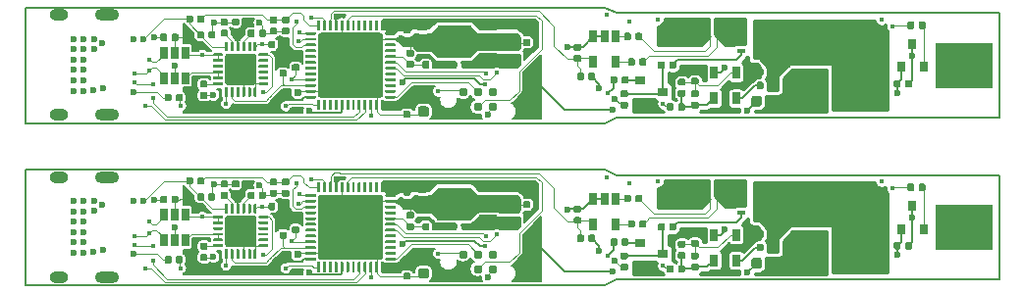
<source format=gtl>
%MOIN*%
%OFA0B0*%
%FSLAX46Y46*%
%IPPOS*%
%LPD*%
%ADD10C,0.005905511811023622*%
%ADD11C,0.0039370078740157488*%
%ADD12C,0.023228346456692913*%
%ADD13R,0.043307086614173235X0.043307086614173235*%
%ADD14R,0.025590551181102365X0.041732283464566935*%
%ADD15C,0.038385826771653545*%
%ADD16C,0.00984251968503937*%
%ADD17C,0.10629921259842522*%
%ADD18O,0.082677165354330714X0.03937007874015748*%
%ADD19O,0.062992125984251982X0.03937007874015748*%
%ADD20R,0.19685039370078741X0.15590551181102363*%
%ADD21C,0.0309*%
%ADD22R,0.027559055118110236X0.016535433070866142*%
%ADD23C,0.0673228346456693*%
%ADD24C,0.07874015748031496*%
%ADD25C,0.034448818897637797*%
%ADD26C,0.22047244094488189*%
%ADD27R,0.035433070866141732X0.031496062992125991*%
%ADD28C,0.03937007874015748*%
%ADD29R,0.072440944881889777X0.086614173228346469*%
%ADD30R,0.059055118110236227X0.03937007874015748*%
%ADD31R,0.070866141732283464X0.03937007874015748*%
%ADD32C,0.033464566929133861*%
%ADD33R,0.031496062992125991X0.035433070866141732*%
%ADD34C,0.023622047244094488*%
%ADD35C,0.017716535433070866*%
%ADD36C,0.0041732283464566934*%
%ADD37C,0.0060629921259842522*%
%ADD38C,0.0078740157480314977*%
%ADD39C,0.01*%
%ADD50C,0.005905511811023622*%
%ADD51C,0.0039370078740157488*%
%ADD52C,0.023228346456692913*%
%ADD53R,0.043307086614173235X0.043307086614173235*%
%ADD54R,0.025590551181102365X0.041732283464566935*%
%ADD55C,0.038385826771653545*%
%ADD56C,0.00984251968503937*%
%ADD57C,0.10629921259842522*%
%ADD58O,0.082677165354330714X0.03937007874015748*%
%ADD59O,0.062992125984251982X0.03937007874015748*%
%ADD60R,0.19685039370078741X0.15590551181102363*%
%ADD61C,0.0309*%
%ADD62R,0.027559055118110236X0.016535433070866142*%
%ADD63C,0.0673228346456693*%
%ADD64C,0.07874015748031496*%
%ADD65C,0.034448818897637797*%
%ADD66C,0.22047244094488189*%
%ADD67R,0.035433070866141732X0.031496062992125991*%
%ADD68C,0.03937007874015748*%
%ADD69R,0.072440944881889777X0.086614173228346469*%
%ADD70R,0.059055118110236227X0.03937007874015748*%
%ADD71R,0.070866141732283464X0.03937007874015748*%
%ADD72C,0.033464566929133861*%
%ADD73R,0.031496062992125991X0.035433070866141732*%
%ADD74C,0.023622047244094488*%
%ADD75C,0.017716535433070866*%
%ADD76C,0.0041732283464566934*%
%ADD77C,0.0060629921259842522*%
%ADD78C,0.0078740157480314977*%
%ADD79C,0.01*%
D10*
X0002007874Y0001279527D02*
X0003307086Y0001279527D01*
X0001968503Y0001299212D02*
X0002007874Y0001279527D01*
X0001968503Y0000905511D02*
X0002007874Y0000925196D01*
X0002007874Y0000925196D02*
X0003307086Y0000925196D01*
X0000000000Y0001299212D02*
X0000000000Y0000905511D01*
X0001968503Y0000905511D02*
X0000000000Y0000905511D01*
X0003307086Y0001279527D02*
X0003307086Y0000925196D01*
X0000000000Y0001299212D02*
X0001968503Y0001299212D01*
D11*
G36*
X0000491218Y0001004696D02*
G01*
X0000491782Y0001004612D01*
X0000492335Y0001004474D01*
X0000492871Y0001004282D01*
X0000493387Y0001004038D01*
X0000493875Y0001003745D01*
X0000494333Y0001003406D01*
X0000494755Y0001003023D01*
X0000495138Y0001002601D01*
X0000495478Y0001002143D01*
X0000495770Y0001001654D01*
X0000496014Y0001001139D01*
X0000496206Y0001000603D01*
X0000496345Y0001000050D01*
X0000496428Y0000999486D01*
X0000496456Y0000998917D01*
X0000496456Y0000985334D01*
X0000496428Y0000984765D01*
X0000496345Y0000984201D01*
X0000496206Y0000983648D01*
X0000496014Y0000983112D01*
X0000495770Y0000982597D01*
X0000495478Y0000982108D01*
X0000495138Y0000981650D01*
X0000494755Y0000981228D01*
X0000494333Y0000980845D01*
X0000493875Y0000980506D01*
X0000493387Y0000980213D01*
X0000492871Y0000979969D01*
X0000492335Y0000979777D01*
X0000491782Y0000979639D01*
X0000491218Y0000979555D01*
X0000490649Y0000979527D01*
X0000479035Y0000979527D01*
X0000478466Y0000979555D01*
X0000477902Y0000979639D01*
X0000477349Y0000979777D01*
X0000476813Y0000979969D01*
X0000476297Y0000980213D01*
X0000475809Y0000980506D01*
X0000475351Y0000980845D01*
X0000474929Y0000981228D01*
X0000474546Y0000981650D01*
X0000474207Y0000982108D01*
X0000473914Y0000982597D01*
X0000473670Y0000983112D01*
X0000473478Y0000983648D01*
X0000473339Y0000984201D01*
X0000473256Y0000984765D01*
X0000473228Y0000985334D01*
X0000473228Y0000998917D01*
X0000473256Y0000999486D01*
X0000473339Y0001000050D01*
X0000473478Y0001000603D01*
X0000473670Y0001001139D01*
X0000473914Y0001001654D01*
X0000474207Y0001002143D01*
X0000474546Y0001002601D01*
X0000474929Y0001003023D01*
X0000475351Y0001003406D01*
X0000475809Y0001003745D01*
X0000476297Y0001004038D01*
X0000476813Y0001004282D01*
X0000477349Y0001004474D01*
X0000477902Y0001004612D01*
X0000478466Y0001004696D01*
X0000479035Y0001004724D01*
X0000490649Y0001004724D01*
X0000491218Y0001004696D01*
X0000491218Y0001004696D01*
G37*
D12*
X0000484842Y0000992125D03*
D11*
G36*
X0000529407Y0001004696D02*
G01*
X0000529971Y0001004612D01*
X0000530524Y0001004474D01*
X0000531060Y0001004282D01*
X0000531576Y0001004038D01*
X0000532064Y0001003745D01*
X0000532522Y0001003406D01*
X0000532944Y0001003023D01*
X0000533327Y0001002601D01*
X0000533667Y0001002143D01*
X0000533959Y0001001654D01*
X0000534203Y0001001139D01*
X0000534395Y0001000603D01*
X0000534534Y0001000050D01*
X0000534617Y0000999486D01*
X0000534645Y0000998917D01*
X0000534645Y0000985334D01*
X0000534617Y0000984765D01*
X0000534534Y0000984201D01*
X0000534395Y0000983648D01*
X0000534203Y0000983112D01*
X0000533959Y0000982597D01*
X0000533667Y0000982108D01*
X0000533327Y0000981650D01*
X0000532944Y0000981228D01*
X0000532522Y0000980845D01*
X0000532064Y0000980506D01*
X0000531576Y0000980213D01*
X0000531060Y0000979969D01*
X0000530524Y0000979777D01*
X0000529971Y0000979639D01*
X0000529407Y0000979555D01*
X0000528838Y0000979527D01*
X0000517224Y0000979527D01*
X0000516655Y0000979555D01*
X0000516091Y0000979639D01*
X0000515538Y0000979777D01*
X0000515002Y0000979969D01*
X0000514486Y0000980213D01*
X0000513998Y0000980506D01*
X0000513540Y0000980845D01*
X0000513118Y0000981228D01*
X0000512735Y0000981650D01*
X0000512395Y0000982108D01*
X0000512103Y0000982597D01*
X0000511859Y0000983112D01*
X0000511667Y0000983648D01*
X0000511528Y0000984201D01*
X0000511445Y0000984765D01*
X0000511417Y0000985334D01*
X0000511417Y0000998917D01*
X0000511445Y0000999486D01*
X0000511528Y0001000050D01*
X0000511667Y0001000603D01*
X0000511859Y0001001139D01*
X0000512103Y0001001654D01*
X0000512395Y0001002143D01*
X0000512735Y0001002601D01*
X0000513118Y0001003023D01*
X0000513540Y0001003406D01*
X0000513998Y0001003745D01*
X0000514486Y0001004038D01*
X0000515002Y0001004282D01*
X0000515538Y0001004474D01*
X0000516091Y0001004612D01*
X0000516655Y0001004696D01*
X0000517224Y0001004724D01*
X0000528838Y0001004724D01*
X0000529407Y0001004696D01*
X0000529407Y0001004696D01*
G37*
D12*
X0000523031Y0000992125D03*
D13*
X0002653543Y0001057086D03*
X0002653543Y0001167322D03*
D14*
X0002003937Y0001113385D03*
X0001929133Y0001113385D03*
X0001929133Y0001200000D03*
X0001966535Y0001200000D03*
X0002003937Y0001200000D03*
D11*
G36*
X0002382977Y0001247985D02*
G01*
X0002383909Y0001247847D01*
X0002384823Y0001247618D01*
X0002385709Y0001247300D01*
X0002386561Y0001246898D01*
X0002387368Y0001246414D01*
X0002388125Y0001245853D01*
X0002388823Y0001245220D01*
X0002389455Y0001244522D01*
X0002390016Y0001243766D01*
X0002390500Y0001242958D01*
X0002390903Y0001242107D01*
X0002391220Y0001241220D01*
X0002391449Y0001240307D01*
X0002391587Y0001239375D01*
X0002391633Y0001238435D01*
X0002391633Y0001202509D01*
X0002391587Y0001201569D01*
X0002391449Y0001200637D01*
X0002391220Y0001199724D01*
X0002390903Y0001198837D01*
X0002390500Y0001197986D01*
X0002390016Y0001197178D01*
X0002389455Y0001196421D01*
X0002388823Y0001195724D01*
X0002388125Y0001195091D01*
X0002387368Y0001194530D01*
X0002386561Y0001194046D01*
X0002385709Y0001193643D01*
X0002384823Y0001193326D01*
X0002383909Y0001193097D01*
X0002382977Y0001192959D01*
X0002382037Y0001192913D01*
X0002362844Y0001192913D01*
X0002361903Y0001192959D01*
X0002360972Y0001193097D01*
X0002360058Y0001193326D01*
X0002359172Y0001193643D01*
X0002358320Y0001194046D01*
X0002357512Y0001194530D01*
X0002356756Y0001195091D01*
X0002356058Y0001195724D01*
X0002355426Y0001196421D01*
X0002354865Y0001197178D01*
X0002354381Y0001197986D01*
X0002353978Y0001198837D01*
X0002353661Y0001199724D01*
X0002353432Y0001200637D01*
X0002353294Y0001201569D01*
X0002353248Y0001202509D01*
X0002353248Y0001238435D01*
X0002353294Y0001239375D01*
X0002353432Y0001240307D01*
X0002353661Y0001241220D01*
X0002353978Y0001242107D01*
X0002354381Y0001242958D01*
X0002354865Y0001243766D01*
X0002355426Y0001244522D01*
X0002356058Y0001245220D01*
X0002356756Y0001245853D01*
X0002357512Y0001246414D01*
X0002358320Y0001246898D01*
X0002359172Y0001247300D01*
X0002360058Y0001247618D01*
X0002360972Y0001247847D01*
X0002361903Y0001247985D01*
X0002362844Y0001248031D01*
X0002382037Y0001248031D01*
X0002382977Y0001247985D01*
X0002382977Y0001247985D01*
G37*
D15*
X0002372440Y0001220472D03*
D11*
G36*
X0002309159Y0001247985D02*
G01*
X0002310090Y0001247847D01*
X0002311004Y0001247618D01*
X0002311890Y0001247300D01*
X0002312742Y0001246898D01*
X0002313550Y0001246414D01*
X0002314306Y0001245853D01*
X0002315004Y0001245220D01*
X0002315636Y0001244522D01*
X0002316197Y0001243766D01*
X0002316681Y0001242958D01*
X0002317084Y0001242107D01*
X0002317401Y0001241220D01*
X0002317630Y0001240307D01*
X0002317768Y0001239375D01*
X0002317814Y0001238435D01*
X0002317814Y0001202509D01*
X0002317768Y0001201569D01*
X0002317630Y0001200637D01*
X0002317401Y0001199724D01*
X0002317084Y0001198837D01*
X0002316681Y0001197986D01*
X0002316197Y0001197178D01*
X0002315636Y0001196421D01*
X0002315004Y0001195724D01*
X0002314306Y0001195091D01*
X0002313550Y0001194530D01*
X0002312742Y0001194046D01*
X0002311890Y0001193643D01*
X0002311004Y0001193326D01*
X0002310090Y0001193097D01*
X0002309159Y0001192959D01*
X0002308218Y0001192913D01*
X0002289025Y0001192913D01*
X0002288084Y0001192959D01*
X0002287153Y0001193097D01*
X0002286239Y0001193326D01*
X0002285353Y0001193643D01*
X0002284501Y0001194046D01*
X0002283694Y0001194530D01*
X0002282937Y0001195091D01*
X0002282239Y0001195724D01*
X0002281607Y0001196421D01*
X0002281046Y0001197178D01*
X0002280562Y0001197986D01*
X0002280159Y0001198837D01*
X0002279842Y0001199724D01*
X0002279613Y0001200637D01*
X0002279475Y0001201569D01*
X0002279429Y0001202509D01*
X0002279429Y0001238435D01*
X0002279475Y0001239375D01*
X0002279613Y0001240307D01*
X0002279842Y0001241220D01*
X0002280159Y0001242107D01*
X0002280562Y0001242958D01*
X0002281046Y0001243766D01*
X0002281607Y0001244522D01*
X0002282239Y0001245220D01*
X0002282937Y0001245853D01*
X0002283694Y0001246414D01*
X0002284501Y0001246898D01*
X0002285353Y0001247300D01*
X0002286239Y0001247618D01*
X0002287153Y0001247847D01*
X0002288084Y0001247985D01*
X0002289025Y0001248031D01*
X0002308218Y0001248031D01*
X0002309159Y0001247985D01*
X0002309159Y0001247985D01*
G37*
D15*
X0002298622Y0001220472D03*
D11*
G36*
X0002102636Y0001125956D02*
G01*
X0002103199Y0001125872D01*
X0002103752Y0001125734D01*
X0002104289Y0001125542D01*
X0002104804Y0001125298D01*
X0002105293Y0001125005D01*
X0002105750Y0001124666D01*
X0002106173Y0001124283D01*
X0002106555Y0001123861D01*
X0002106895Y0001123403D01*
X0002107188Y0001122914D01*
X0002107431Y0001122399D01*
X0002107623Y0001121862D01*
X0002107762Y0001121310D01*
X0002107846Y0001120746D01*
X0002107873Y0001120177D01*
X0002107873Y0001106594D01*
X0002107846Y0001106025D01*
X0002107762Y0001105461D01*
X0002107623Y0001104908D01*
X0002107431Y0001104372D01*
X0002107188Y0001103857D01*
X0002106895Y0001103368D01*
X0002106555Y0001102910D01*
X0002106173Y0001102488D01*
X0002105750Y0001102105D01*
X0002105293Y0001101766D01*
X0002104804Y0001101473D01*
X0002104289Y0001101229D01*
X0002103752Y0001101037D01*
X0002103199Y0001100898D01*
X0002102636Y0001100815D01*
X0002102066Y0001100787D01*
X0002090452Y0001100787D01*
X0002089883Y0001100815D01*
X0002089319Y0001100898D01*
X0002088767Y0001101037D01*
X0002088230Y0001101229D01*
X0002087715Y0001101473D01*
X0002087226Y0001101766D01*
X0002086768Y0001102105D01*
X0002086346Y0001102488D01*
X0002085963Y0001102910D01*
X0002085624Y0001103368D01*
X0002085331Y0001103857D01*
X0002085087Y0001104372D01*
X0002084895Y0001104908D01*
X0002084757Y0001105461D01*
X0002084673Y0001106025D01*
X0002084645Y0001106594D01*
X0002084645Y0001120177D01*
X0002084673Y0001120746D01*
X0002084757Y0001121310D01*
X0002084895Y0001121862D01*
X0002085087Y0001122399D01*
X0002085331Y0001122914D01*
X0002085624Y0001123403D01*
X0002085963Y0001123861D01*
X0002086346Y0001124283D01*
X0002086768Y0001124666D01*
X0002087226Y0001125005D01*
X0002087715Y0001125298D01*
X0002088230Y0001125542D01*
X0002088767Y0001125734D01*
X0002089319Y0001125872D01*
X0002089883Y0001125956D01*
X0002090452Y0001125984D01*
X0002102066Y0001125984D01*
X0002102636Y0001125956D01*
X0002102636Y0001125956D01*
G37*
D12*
X0002096259Y0001113385D03*
D11*
G36*
X0002064447Y0001125956D02*
G01*
X0002065010Y0001125872D01*
X0002065563Y0001125734D01*
X0002066100Y0001125542D01*
X0002066615Y0001125298D01*
X0002067104Y0001125005D01*
X0002067561Y0001124666D01*
X0002067984Y0001124283D01*
X0002068366Y0001123861D01*
X0002068706Y0001123403D01*
X0002068999Y0001122914D01*
X0002069242Y0001122399D01*
X0002069435Y0001121862D01*
X0002069573Y0001121310D01*
X0002069657Y0001120746D01*
X0002069685Y0001120177D01*
X0002069685Y0001106594D01*
X0002069657Y0001106025D01*
X0002069573Y0001105461D01*
X0002069435Y0001104908D01*
X0002069242Y0001104372D01*
X0002068999Y0001103857D01*
X0002068706Y0001103368D01*
X0002068366Y0001102910D01*
X0002067984Y0001102488D01*
X0002067561Y0001102105D01*
X0002067104Y0001101766D01*
X0002066615Y0001101473D01*
X0002066100Y0001101229D01*
X0002065563Y0001101037D01*
X0002065010Y0001100898D01*
X0002064447Y0001100815D01*
X0002063877Y0001100787D01*
X0002052263Y0001100787D01*
X0002051694Y0001100815D01*
X0002051130Y0001100898D01*
X0002050578Y0001101037D01*
X0002050041Y0001101229D01*
X0002049526Y0001101473D01*
X0002049037Y0001101766D01*
X0002048579Y0001102105D01*
X0002048157Y0001102488D01*
X0002047774Y0001102910D01*
X0002047435Y0001103368D01*
X0002047142Y0001103857D01*
X0002046898Y0001104372D01*
X0002046706Y0001104908D01*
X0002046568Y0001105461D01*
X0002046484Y0001106025D01*
X0002046456Y0001106594D01*
X0002046456Y0001120177D01*
X0002046484Y0001120746D01*
X0002046568Y0001121310D01*
X0002046706Y0001121862D01*
X0002046898Y0001122399D01*
X0002047142Y0001122914D01*
X0002047435Y0001123403D01*
X0002047774Y0001123861D01*
X0002048157Y0001124283D01*
X0002048579Y0001124666D01*
X0002049037Y0001125005D01*
X0002049526Y0001125298D01*
X0002050041Y0001125542D01*
X0002050578Y0001125734D01*
X0002051130Y0001125872D01*
X0002051694Y0001125956D01*
X0002052263Y0001125984D01*
X0002063877Y0001125984D01*
X0002064447Y0001125956D01*
X0002064447Y0001125956D01*
G37*
D12*
X0002058070Y0001113385D03*
D11*
G36*
X0002051258Y0001212570D02*
G01*
X0002051821Y0001212486D01*
X0002052374Y0001212348D01*
X0002052911Y0001212156D01*
X0002053426Y0001211912D01*
X0002053915Y0001211619D01*
X0002054372Y0001211280D01*
X0002054795Y0001210897D01*
X0002055177Y0001210475D01*
X0002055517Y0001210017D01*
X0002055810Y0001209528D01*
X0002056054Y0001209013D01*
X0002056245Y0001208477D01*
X0002056384Y0001207924D01*
X0002056468Y0001207360D01*
X0002056496Y0001206791D01*
X0002056496Y0001193208D01*
X0002056468Y0001192639D01*
X0002056384Y0001192075D01*
X0002056245Y0001191522D01*
X0002056054Y0001190986D01*
X0002055810Y0001190471D01*
X0002055517Y0001189982D01*
X0002055177Y0001189524D01*
X0002054795Y0001189102D01*
X0002054372Y0001188719D01*
X0002053915Y0001188380D01*
X0002053426Y0001188087D01*
X0002052911Y0001187843D01*
X0002052374Y0001187651D01*
X0002051821Y0001187513D01*
X0002051258Y0001187429D01*
X0002050688Y0001187401D01*
X0002039074Y0001187401D01*
X0002038505Y0001187429D01*
X0002037941Y0001187513D01*
X0002037389Y0001187651D01*
X0002036852Y0001187843D01*
X0002036337Y0001188087D01*
X0002035848Y0001188380D01*
X0002035390Y0001188719D01*
X0002034968Y0001189102D01*
X0002034585Y0001189524D01*
X0002034246Y0001189982D01*
X0002033953Y0001190471D01*
X0002033709Y0001190986D01*
X0002033517Y0001191522D01*
X0002033379Y0001192075D01*
X0002033295Y0001192639D01*
X0002033267Y0001193208D01*
X0002033267Y0001206791D01*
X0002033295Y0001207360D01*
X0002033379Y0001207924D01*
X0002033517Y0001208477D01*
X0002033709Y0001209013D01*
X0002033953Y0001209528D01*
X0002034246Y0001210017D01*
X0002034585Y0001210475D01*
X0002034968Y0001210897D01*
X0002035390Y0001211280D01*
X0002035848Y0001211619D01*
X0002036337Y0001211912D01*
X0002036852Y0001212156D01*
X0002037389Y0001212348D01*
X0002037941Y0001212486D01*
X0002038505Y0001212570D01*
X0002039074Y0001212598D01*
X0002050688Y0001212598D01*
X0002051258Y0001212570D01*
X0002051258Y0001212570D01*
G37*
D12*
X0002044881Y0001200000D03*
D11*
G36*
X0002089447Y0001212570D02*
G01*
X0002090010Y0001212486D01*
X0002090563Y0001212348D01*
X0002091100Y0001212156D01*
X0002091615Y0001211912D01*
X0002092104Y0001211619D01*
X0002092561Y0001211280D01*
X0002092984Y0001210897D01*
X0002093366Y0001210475D01*
X0002093706Y0001210017D01*
X0002093999Y0001209528D01*
X0002094242Y0001209013D01*
X0002094434Y0001208477D01*
X0002094573Y0001207924D01*
X0002094657Y0001207360D01*
X0002094685Y0001206791D01*
X0002094685Y0001193208D01*
X0002094657Y0001192639D01*
X0002094573Y0001192075D01*
X0002094434Y0001191522D01*
X0002094242Y0001190986D01*
X0002093999Y0001190471D01*
X0002093706Y0001189982D01*
X0002093366Y0001189524D01*
X0002092984Y0001189102D01*
X0002092561Y0001188719D01*
X0002092104Y0001188380D01*
X0002091615Y0001188087D01*
X0002091100Y0001187843D01*
X0002090563Y0001187651D01*
X0002090010Y0001187513D01*
X0002089447Y0001187429D01*
X0002088877Y0001187401D01*
X0002077263Y0001187401D01*
X0002076694Y0001187429D01*
X0002076130Y0001187513D01*
X0002075578Y0001187651D01*
X0002075041Y0001187843D01*
X0002074526Y0001188087D01*
X0002074037Y0001188380D01*
X0002073579Y0001188719D01*
X0002073157Y0001189102D01*
X0002072774Y0001189524D01*
X0002072435Y0001189982D01*
X0002072142Y0001190471D01*
X0002071898Y0001190986D01*
X0002071706Y0001191522D01*
X0002071568Y0001192075D01*
X0002071484Y0001192639D01*
X0002071456Y0001193208D01*
X0002071456Y0001206791D01*
X0002071484Y0001207360D01*
X0002071568Y0001207924D01*
X0002071706Y0001208477D01*
X0002071898Y0001209013D01*
X0002072142Y0001209528D01*
X0002072435Y0001210017D01*
X0002072774Y0001210475D01*
X0002073157Y0001210897D01*
X0002073579Y0001211280D01*
X0002074037Y0001211619D01*
X0002074526Y0001211912D01*
X0002075041Y0001212156D01*
X0002075578Y0001212348D01*
X0002076130Y0001212486D01*
X0002076694Y0001212570D01*
X0002077263Y0001212598D01*
X0002088877Y0001212598D01*
X0002089447Y0001212570D01*
X0002089447Y0001212570D01*
G37*
D12*
X0002083070Y0001200000D03*
D11*
G36*
X0001882163Y0001175365D02*
G01*
X0001882727Y0001175282D01*
X0001883280Y0001175143D01*
X0001883816Y0001174951D01*
X0001884331Y0001174707D01*
X0001884820Y0001174415D01*
X0001885278Y0001174075D01*
X0001885700Y0001173692D01*
X0001886083Y0001173270D01*
X0001886422Y0001172812D01*
X0001886715Y0001172324D01*
X0001886959Y0001171808D01*
X0001887151Y0001171272D01*
X0001887290Y0001170719D01*
X0001887373Y0001170155D01*
X0001887401Y0001169586D01*
X0001887401Y0001157972D01*
X0001887373Y0001157403D01*
X0001887290Y0001156839D01*
X0001887151Y0001156286D01*
X0001886959Y0001155750D01*
X0001886715Y0001155234D01*
X0001886422Y0001154746D01*
X0001886083Y0001154288D01*
X0001885700Y0001153866D01*
X0001885278Y0001153483D01*
X0001884820Y0001153143D01*
X0001884331Y0001152851D01*
X0001883816Y0001152607D01*
X0001883280Y0001152415D01*
X0001882727Y0001152276D01*
X0001882163Y0001152193D01*
X0001881594Y0001152165D01*
X0001868011Y0001152165D01*
X0001867442Y0001152193D01*
X0001866878Y0001152276D01*
X0001866326Y0001152415D01*
X0001865789Y0001152607D01*
X0001865274Y0001152851D01*
X0001864785Y0001153143D01*
X0001864327Y0001153483D01*
X0001863905Y0001153866D01*
X0001863522Y0001154288D01*
X0001863183Y0001154746D01*
X0001862890Y0001155234D01*
X0001862646Y0001155750D01*
X0001862454Y0001156286D01*
X0001862316Y0001156839D01*
X0001862232Y0001157403D01*
X0001862204Y0001157972D01*
X0001862204Y0001169586D01*
X0001862232Y0001170155D01*
X0001862316Y0001170719D01*
X0001862454Y0001171272D01*
X0001862646Y0001171808D01*
X0001862890Y0001172324D01*
X0001863183Y0001172812D01*
X0001863522Y0001173270D01*
X0001863905Y0001173692D01*
X0001864327Y0001174075D01*
X0001864785Y0001174415D01*
X0001865274Y0001174707D01*
X0001865789Y0001174951D01*
X0001866326Y0001175143D01*
X0001866878Y0001175282D01*
X0001867442Y0001175365D01*
X0001868011Y0001175393D01*
X0001881594Y0001175393D01*
X0001882163Y0001175365D01*
X0001882163Y0001175365D01*
G37*
D12*
X0001874803Y0001163779D03*
D11*
G36*
X0001882163Y0001137176D02*
G01*
X0001882727Y0001137093D01*
X0001883280Y0001136954D01*
X0001883816Y0001136762D01*
X0001884331Y0001136518D01*
X0001884820Y0001136226D01*
X0001885278Y0001135886D01*
X0001885700Y0001135503D01*
X0001886083Y0001135081D01*
X0001886422Y0001134623D01*
X0001886715Y0001134135D01*
X0001886959Y0001133619D01*
X0001887151Y0001133083D01*
X0001887290Y0001132530D01*
X0001887373Y0001131966D01*
X0001887401Y0001131397D01*
X0001887401Y0001119783D01*
X0001887373Y0001119214D01*
X0001887290Y0001118650D01*
X0001887151Y0001118097D01*
X0001886959Y0001117561D01*
X0001886715Y0001117045D01*
X0001886422Y0001116557D01*
X0001886083Y0001116099D01*
X0001885700Y0001115677D01*
X0001885278Y0001115294D01*
X0001884820Y0001114955D01*
X0001884331Y0001114662D01*
X0001883816Y0001114418D01*
X0001883280Y0001114226D01*
X0001882727Y0001114087D01*
X0001882163Y0001114004D01*
X0001881594Y0001113976D01*
X0001868011Y0001113976D01*
X0001867442Y0001114004D01*
X0001866878Y0001114087D01*
X0001866326Y0001114226D01*
X0001865789Y0001114418D01*
X0001865274Y0001114662D01*
X0001864785Y0001114955D01*
X0001864327Y0001115294D01*
X0001863905Y0001115677D01*
X0001863522Y0001116099D01*
X0001863183Y0001116557D01*
X0001862890Y0001117045D01*
X0001862646Y0001117561D01*
X0001862454Y0001118097D01*
X0001862316Y0001118650D01*
X0001862232Y0001119214D01*
X0001862204Y0001119783D01*
X0001862204Y0001131397D01*
X0001862232Y0001131966D01*
X0001862316Y0001132530D01*
X0001862454Y0001133083D01*
X0001862646Y0001133619D01*
X0001862890Y0001134135D01*
X0001863183Y0001134623D01*
X0001863522Y0001135081D01*
X0001863905Y0001135503D01*
X0001864327Y0001135886D01*
X0001864785Y0001136226D01*
X0001865274Y0001136518D01*
X0001865789Y0001136762D01*
X0001866326Y0001136954D01*
X0001866878Y0001137093D01*
X0001867442Y0001137176D01*
X0001868011Y0001137204D01*
X0001881594Y0001137204D01*
X0001882163Y0001137176D01*
X0001882163Y0001137176D01*
G37*
D12*
X0001874803Y0001125590D03*
D11*
G36*
X0001929801Y0001077137D02*
G01*
X0001930365Y0001077053D01*
X0001930917Y0001076915D01*
X0001931454Y0001076723D01*
X0001931969Y0001076479D01*
X0001932458Y0001076186D01*
X0001932916Y0001075847D01*
X0001933338Y0001075464D01*
X0001933721Y0001075042D01*
X0001934060Y0001074584D01*
X0001934353Y0001074095D01*
X0001934597Y0001073580D01*
X0001934789Y0001073043D01*
X0001934927Y0001072491D01*
X0001935011Y0001071927D01*
X0001935039Y0001071358D01*
X0001935039Y0001057775D01*
X0001935011Y0001057206D01*
X0001934927Y0001056642D01*
X0001934789Y0001056089D01*
X0001934597Y0001055553D01*
X0001934353Y0001055038D01*
X0001934060Y0001054549D01*
X0001933721Y0001054091D01*
X0001933338Y0001053669D01*
X0001932916Y0001053286D01*
X0001932458Y0001052947D01*
X0001931969Y0001052654D01*
X0001931454Y0001052410D01*
X0001930917Y0001052218D01*
X0001930365Y0001052080D01*
X0001929801Y0001051996D01*
X0001929232Y0001051968D01*
X0001917618Y0001051968D01*
X0001917048Y0001051996D01*
X0001916485Y0001052080D01*
X0001915932Y0001052218D01*
X0001915395Y0001052410D01*
X0001914880Y0001052654D01*
X0001914391Y0001052947D01*
X0001913934Y0001053286D01*
X0001913511Y0001053669D01*
X0001913129Y0001054091D01*
X0001912789Y0001054549D01*
X0001912496Y0001055038D01*
X0001912253Y0001055553D01*
X0001912061Y0001056089D01*
X0001911922Y0001056642D01*
X0001911838Y0001057206D01*
X0001911811Y0001057775D01*
X0001911811Y0001071358D01*
X0001911838Y0001071927D01*
X0001911922Y0001072491D01*
X0001912061Y0001073043D01*
X0001912253Y0001073580D01*
X0001912496Y0001074095D01*
X0001912789Y0001074584D01*
X0001913129Y0001075042D01*
X0001913511Y0001075464D01*
X0001913934Y0001075847D01*
X0001914391Y0001076186D01*
X0001914880Y0001076479D01*
X0001915395Y0001076723D01*
X0001915932Y0001076915D01*
X0001916485Y0001077053D01*
X0001917048Y0001077137D01*
X0001917618Y0001077165D01*
X0001929232Y0001077165D01*
X0001929801Y0001077137D01*
X0001929801Y0001077137D01*
G37*
D12*
X0001923425Y0001064566D03*
D11*
G36*
X0001891612Y0001077137D02*
G01*
X0001892176Y0001077053D01*
X0001892729Y0001076915D01*
X0001893265Y0001076723D01*
X0001893780Y0001076479D01*
X0001894269Y0001076186D01*
X0001894727Y0001075847D01*
X0001895149Y0001075464D01*
X0001895532Y0001075042D01*
X0001895871Y0001074584D01*
X0001896164Y0001074095D01*
X0001896408Y0001073580D01*
X0001896600Y0001073043D01*
X0001896738Y0001072491D01*
X0001896822Y0001071927D01*
X0001896850Y0001071358D01*
X0001896850Y0001057775D01*
X0001896822Y0001057206D01*
X0001896738Y0001056642D01*
X0001896600Y0001056089D01*
X0001896408Y0001055553D01*
X0001896164Y0001055038D01*
X0001895871Y0001054549D01*
X0001895532Y0001054091D01*
X0001895149Y0001053669D01*
X0001894727Y0001053286D01*
X0001894269Y0001052947D01*
X0001893780Y0001052654D01*
X0001893265Y0001052410D01*
X0001892729Y0001052218D01*
X0001892176Y0001052080D01*
X0001891612Y0001051996D01*
X0001891043Y0001051968D01*
X0001879429Y0001051968D01*
X0001878859Y0001051996D01*
X0001878296Y0001052080D01*
X0001877743Y0001052218D01*
X0001877206Y0001052410D01*
X0001876691Y0001052654D01*
X0001876202Y0001052947D01*
X0001875745Y0001053286D01*
X0001875322Y0001053669D01*
X0001874940Y0001054091D01*
X0001874600Y0001054549D01*
X0001874307Y0001055038D01*
X0001874064Y0001055553D01*
X0001873872Y0001056089D01*
X0001873733Y0001056642D01*
X0001873650Y0001057206D01*
X0001873622Y0001057775D01*
X0001873622Y0001071358D01*
X0001873650Y0001071927D01*
X0001873733Y0001072491D01*
X0001873872Y0001073043D01*
X0001874064Y0001073580D01*
X0001874307Y0001074095D01*
X0001874600Y0001074584D01*
X0001874940Y0001075042D01*
X0001875322Y0001075464D01*
X0001875745Y0001075847D01*
X0001876202Y0001076186D01*
X0001876691Y0001076479D01*
X0001877206Y0001076723D01*
X0001877743Y0001076915D01*
X0001878296Y0001077053D01*
X0001878859Y0001077137D01*
X0001879429Y0001077165D01*
X0001891043Y0001077165D01*
X0001891612Y0001077137D01*
X0001891612Y0001077137D01*
G37*
D12*
X0001885236Y0001064566D03*
D11*
G36*
X0000925077Y0001144460D02*
G01*
X0000925640Y0001144376D01*
X0000926193Y0001144238D01*
X0000926730Y0001144046D01*
X0000927245Y0001143802D01*
X0000927734Y0001143509D01*
X0000928191Y0001143170D01*
X0000928614Y0001142787D01*
X0000928996Y0001142365D01*
X0000929336Y0001141907D01*
X0000929629Y0001141418D01*
X0000929872Y0001140903D01*
X0000930064Y0001140366D01*
X0000930203Y0001139813D01*
X0000930286Y0001139250D01*
X0000930314Y0001138681D01*
X0000930314Y0001127066D01*
X0000930286Y0001126497D01*
X0000930203Y0001125934D01*
X0000930064Y0001125381D01*
X0000929872Y0001124844D01*
X0000929629Y0001124329D01*
X0000929336Y0001123840D01*
X0000928996Y0001123382D01*
X0000928614Y0001122960D01*
X0000928191Y0001122577D01*
X0000927734Y0001122238D01*
X0000927245Y0001121945D01*
X0000926730Y0001121701D01*
X0000926193Y0001121509D01*
X0000925640Y0001121371D01*
X0000925077Y0001121287D01*
X0000924507Y0001121259D01*
X0000910925Y0001121259D01*
X0000910355Y0001121287D01*
X0000909792Y0001121371D01*
X0000909239Y0001121509D01*
X0000908702Y0001121701D01*
X0000908187Y0001121945D01*
X0000907698Y0001122238D01*
X0000907241Y0001122577D01*
X0000906818Y0001122960D01*
X0000906436Y0001123382D01*
X0000906096Y0001123840D01*
X0000905803Y0001124329D01*
X0000905560Y0001124844D01*
X0000905368Y0001125381D01*
X0000905229Y0001125934D01*
X0000905146Y0001126497D01*
X0000905118Y0001127066D01*
X0000905118Y0001138681D01*
X0000905146Y0001139250D01*
X0000905229Y0001139813D01*
X0000905368Y0001140366D01*
X0000905560Y0001140903D01*
X0000905803Y0001141418D01*
X0000906096Y0001141907D01*
X0000906436Y0001142365D01*
X0000906818Y0001142787D01*
X0000907241Y0001143170D01*
X0000907698Y0001143509D01*
X0000908187Y0001143802D01*
X0000908702Y0001144046D01*
X0000909239Y0001144238D01*
X0000909792Y0001144376D01*
X0000910355Y0001144460D01*
X0000910925Y0001144488D01*
X0000924507Y0001144488D01*
X0000925077Y0001144460D01*
X0000925077Y0001144460D01*
G37*
D12*
X0000917716Y0001132874D03*
D11*
G36*
X0000925077Y0001106271D02*
G01*
X0000925640Y0001106187D01*
X0000926193Y0001106049D01*
X0000926730Y0001105857D01*
X0000927245Y0001105613D01*
X0000927734Y0001105320D01*
X0000928191Y0001104981D01*
X0000928614Y0001104598D01*
X0000928996Y0001104176D01*
X0000929336Y0001103718D01*
X0000929629Y0001103229D01*
X0000929872Y0001102714D01*
X0000930064Y0001102177D01*
X0000930203Y0001101625D01*
X0000930286Y0001101061D01*
X0000930314Y0001100492D01*
X0000930314Y0001088877D01*
X0000930286Y0001088308D01*
X0000930203Y0001087745D01*
X0000930064Y0001087192D01*
X0000929872Y0001086655D01*
X0000929629Y0001086140D01*
X0000929336Y0001085651D01*
X0000928996Y0001085193D01*
X0000928614Y0001084771D01*
X0000928191Y0001084389D01*
X0000927734Y0001084049D01*
X0000927245Y0001083756D01*
X0000926730Y0001083512D01*
X0000926193Y0001083320D01*
X0000925640Y0001083182D01*
X0000925077Y0001083098D01*
X0000924507Y0001083070D01*
X0000910925Y0001083070D01*
X0000910355Y0001083098D01*
X0000909792Y0001083182D01*
X0000909239Y0001083320D01*
X0000908702Y0001083512D01*
X0000908187Y0001083756D01*
X0000907698Y0001084049D01*
X0000907241Y0001084389D01*
X0000906818Y0001084771D01*
X0000906436Y0001085193D01*
X0000906096Y0001085651D01*
X0000905803Y0001086140D01*
X0000905560Y0001086655D01*
X0000905368Y0001087192D01*
X0000905229Y0001087745D01*
X0000905146Y0001088308D01*
X0000905118Y0001088877D01*
X0000905118Y0001100492D01*
X0000905146Y0001101061D01*
X0000905229Y0001101625D01*
X0000905368Y0001102177D01*
X0000905560Y0001102714D01*
X0000905803Y0001103229D01*
X0000906096Y0001103718D01*
X0000906436Y0001104176D01*
X0000906818Y0001104598D01*
X0000907241Y0001104981D01*
X0000907698Y0001105320D01*
X0000908187Y0001105613D01*
X0000908702Y0001105857D01*
X0000909239Y0001106049D01*
X0000909792Y0001106187D01*
X0000910355Y0001106271D01*
X0000910925Y0001106299D01*
X0000924507Y0001106299D01*
X0000925077Y0001106271D01*
X0000925077Y0001106271D01*
G37*
D12*
X0000917716Y0001094685D03*
D11*
G36*
X0001404801Y0001116901D02*
G01*
X0001405365Y0001116817D01*
X0001405917Y0001116679D01*
X0001406454Y0001116487D01*
X0001406969Y0001116243D01*
X0001407458Y0001115950D01*
X0001407916Y0001115610D01*
X0001408338Y0001115228D01*
X0001408721Y0001114806D01*
X0001409060Y0001114348D01*
X0001409353Y0001113859D01*
X0001409597Y0001113344D01*
X0001409789Y0001112807D01*
X0001409927Y0001112254D01*
X0001410011Y0001111691D01*
X0001410039Y0001111122D01*
X0001410039Y0001097539D01*
X0001410011Y0001096970D01*
X0001409927Y0001096406D01*
X0001409789Y0001095853D01*
X0001409597Y0001095317D01*
X0001409353Y0001094801D01*
X0001409060Y0001094313D01*
X0001408721Y0001093855D01*
X0001408338Y0001093433D01*
X0001407916Y0001093050D01*
X0001407458Y0001092710D01*
X0001406969Y0001092417D01*
X0001406454Y0001092174D01*
X0001405917Y0001091982D01*
X0001405365Y0001091843D01*
X0001404801Y0001091760D01*
X0001404232Y0001091732D01*
X0001392618Y0001091732D01*
X0001392048Y0001091760D01*
X0001391485Y0001091843D01*
X0001390932Y0001091982D01*
X0001390395Y0001092174D01*
X0001389880Y0001092417D01*
X0001389391Y0001092710D01*
X0001388934Y0001093050D01*
X0001388511Y0001093433D01*
X0001388129Y0001093855D01*
X0001387789Y0001094313D01*
X0001387496Y0001094801D01*
X0001387253Y0001095317D01*
X0001387061Y0001095853D01*
X0001386922Y0001096406D01*
X0001386838Y0001096970D01*
X0001386810Y0001097539D01*
X0001386810Y0001111122D01*
X0001386838Y0001111691D01*
X0001386922Y0001112254D01*
X0001387061Y0001112807D01*
X0001387253Y0001113344D01*
X0001387496Y0001113859D01*
X0001387789Y0001114348D01*
X0001388129Y0001114806D01*
X0001388511Y0001115228D01*
X0001388934Y0001115610D01*
X0001389391Y0001115950D01*
X0001389880Y0001116243D01*
X0001390395Y0001116487D01*
X0001390932Y0001116679D01*
X0001391485Y0001116817D01*
X0001392048Y0001116901D01*
X0001392618Y0001116929D01*
X0001404232Y0001116929D01*
X0001404801Y0001116901D01*
X0001404801Y0001116901D01*
G37*
D12*
X0001398425Y0001104330D03*
D11*
G36*
X0001366612Y0001116901D02*
G01*
X0001367176Y0001116817D01*
X0001367729Y0001116679D01*
X0001368265Y0001116487D01*
X0001368780Y0001116243D01*
X0001369269Y0001115950D01*
X0001369727Y0001115610D01*
X0001370149Y0001115228D01*
X0001370532Y0001114806D01*
X0001370871Y0001114348D01*
X0001371164Y0001113859D01*
X0001371408Y0001113344D01*
X0001371600Y0001112807D01*
X0001371738Y0001112254D01*
X0001371822Y0001111691D01*
X0001371850Y0001111122D01*
X0001371850Y0001097539D01*
X0001371822Y0001096970D01*
X0001371738Y0001096406D01*
X0001371600Y0001095853D01*
X0001371408Y0001095317D01*
X0001371164Y0001094801D01*
X0001370871Y0001094313D01*
X0001370532Y0001093855D01*
X0001370149Y0001093433D01*
X0001369727Y0001093050D01*
X0001369269Y0001092710D01*
X0001368780Y0001092417D01*
X0001368265Y0001092174D01*
X0001367729Y0001091982D01*
X0001367176Y0001091843D01*
X0001366612Y0001091760D01*
X0001366043Y0001091732D01*
X0001354429Y0001091732D01*
X0001353859Y0001091760D01*
X0001353296Y0001091843D01*
X0001352743Y0001091982D01*
X0001352206Y0001092174D01*
X0001351691Y0001092417D01*
X0001351202Y0001092710D01*
X0001350745Y0001093050D01*
X0001350322Y0001093433D01*
X0001349940Y0001093855D01*
X0001349600Y0001094313D01*
X0001349307Y0001094801D01*
X0001349064Y0001095317D01*
X0001348872Y0001095853D01*
X0001348733Y0001096406D01*
X0001348649Y0001096970D01*
X0001348622Y0001097539D01*
X0001348622Y0001111122D01*
X0001348649Y0001111691D01*
X0001348733Y0001112254D01*
X0001348872Y0001112807D01*
X0001349064Y0001113344D01*
X0001349307Y0001113859D01*
X0001349600Y0001114348D01*
X0001349940Y0001114806D01*
X0001350322Y0001115228D01*
X0001350745Y0001115610D01*
X0001351202Y0001115950D01*
X0001351691Y0001116243D01*
X0001352206Y0001116487D01*
X0001352743Y0001116679D01*
X0001353296Y0001116817D01*
X0001353859Y0001116901D01*
X0001354429Y0001116929D01*
X0001366043Y0001116929D01*
X0001366612Y0001116901D01*
X0001366612Y0001116901D01*
G37*
D12*
X0001360236Y0001104330D03*
D11*
G36*
X0000684985Y0001182074D02*
G01*
X0000685224Y0001182039D01*
X0000685458Y0001181980D01*
X0000685685Y0001181899D01*
X0000685903Y0001181796D01*
X0000686111Y0001181671D01*
X0000686305Y0001181528D01*
X0000686484Y0001181365D01*
X0000686646Y0001181187D01*
X0000686790Y0001180993D01*
X0000686914Y0001180785D01*
X0000687017Y0001180567D01*
X0000687098Y0001180340D01*
X0000687157Y0001180106D01*
X0000687192Y0001179867D01*
X0000687204Y0001179625D01*
X0000687204Y0001152066D01*
X0000687192Y0001151825D01*
X0000687157Y0001151586D01*
X0000687098Y0001151352D01*
X0000687017Y0001151125D01*
X0000686914Y0001150906D01*
X0000686790Y0001150699D01*
X0000686646Y0001150505D01*
X0000686484Y0001150327D01*
X0000686305Y0001150164D01*
X0000686111Y0001150020D01*
X0000685903Y0001149896D01*
X0000685685Y0001149793D01*
X0000685458Y0001149712D01*
X0000685224Y0001149653D01*
X0000684985Y0001149618D01*
X0000684744Y0001149606D01*
X0000679822Y0001149606D01*
X0000679581Y0001149618D01*
X0000679342Y0001149653D01*
X0000679108Y0001149712D01*
X0000678881Y0001149793D01*
X0000678662Y0001149896D01*
X0000678455Y0001150020D01*
X0000678261Y0001150164D01*
X0000678082Y0001150327D01*
X0000677920Y0001150505D01*
X0000677776Y0001150699D01*
X0000677652Y0001150906D01*
X0000677549Y0001151125D01*
X0000677468Y0001151352D01*
X0000677409Y0001151586D01*
X0000677374Y0001151825D01*
X0000677362Y0001152066D01*
X0000677362Y0001179625D01*
X0000677374Y0001179867D01*
X0000677409Y0001180106D01*
X0000677468Y0001180340D01*
X0000677549Y0001180567D01*
X0000677652Y0001180785D01*
X0000677776Y0001180993D01*
X0000677920Y0001181187D01*
X0000678082Y0001181365D01*
X0000678261Y0001181528D01*
X0000678455Y0001181671D01*
X0000678662Y0001181796D01*
X0000678881Y0001181899D01*
X0000679108Y0001181980D01*
X0000679342Y0001182039D01*
X0000679581Y0001182074D01*
X0000679822Y0001182086D01*
X0000684744Y0001182086D01*
X0000684985Y0001182074D01*
X0000684985Y0001182074D01*
G37*
D16*
X0000682283Y0001165846D03*
D11*
G36*
X0000704670Y0001182074D02*
G01*
X0000704909Y0001182039D01*
X0000705143Y0001181980D01*
X0000705370Y0001181899D01*
X0000705589Y0001181796D01*
X0000705796Y0001181671D01*
X0000705990Y0001181528D01*
X0000706169Y0001181365D01*
X0000706331Y0001181187D01*
X0000706475Y0001180993D01*
X0000706599Y0001180785D01*
X0000706702Y0001180567D01*
X0000706783Y0001180340D01*
X0000706842Y0001180106D01*
X0000706877Y0001179867D01*
X0000706889Y0001179625D01*
X0000706889Y0001152066D01*
X0000706877Y0001151825D01*
X0000706842Y0001151586D01*
X0000706783Y0001151352D01*
X0000706702Y0001151125D01*
X0000706599Y0001150906D01*
X0000706475Y0001150699D01*
X0000706331Y0001150505D01*
X0000706169Y0001150327D01*
X0000705990Y0001150164D01*
X0000705796Y0001150020D01*
X0000705589Y0001149896D01*
X0000705370Y0001149793D01*
X0000705143Y0001149712D01*
X0000704909Y0001149653D01*
X0000704670Y0001149618D01*
X0000704429Y0001149606D01*
X0000699507Y0001149606D01*
X0000699266Y0001149618D01*
X0000699027Y0001149653D01*
X0000698793Y0001149712D01*
X0000698566Y0001149793D01*
X0000698347Y0001149896D01*
X0000698140Y0001150020D01*
X0000697946Y0001150164D01*
X0000697767Y0001150327D01*
X0000697605Y0001150505D01*
X0000697461Y0001150699D01*
X0000697337Y0001150906D01*
X0000697234Y0001151125D01*
X0000697153Y0001151352D01*
X0000697094Y0001151586D01*
X0000697059Y0001151825D01*
X0000697047Y0001152066D01*
X0000697047Y0001179625D01*
X0000697059Y0001179867D01*
X0000697094Y0001180106D01*
X0000697153Y0001180340D01*
X0000697234Y0001180567D01*
X0000697337Y0001180785D01*
X0000697461Y0001180993D01*
X0000697605Y0001181187D01*
X0000697767Y0001181365D01*
X0000697946Y0001181528D01*
X0000698140Y0001181671D01*
X0000698347Y0001181796D01*
X0000698566Y0001181899D01*
X0000698793Y0001181980D01*
X0000699027Y0001182039D01*
X0000699266Y0001182074D01*
X0000699507Y0001182086D01*
X0000704429Y0001182086D01*
X0000704670Y0001182074D01*
X0000704670Y0001182074D01*
G37*
D16*
X0000701968Y0001165846D03*
D11*
G36*
X0000724355Y0001182074D02*
G01*
X0000724594Y0001182039D01*
X0000724828Y0001181980D01*
X0000725055Y0001181899D01*
X0000725274Y0001181796D01*
X0000725481Y0001181671D01*
X0000725675Y0001181528D01*
X0000725854Y0001181365D01*
X0000726016Y0001181187D01*
X0000726160Y0001180993D01*
X0000726284Y0001180785D01*
X0000726387Y0001180567D01*
X0000726468Y0001180340D01*
X0000726527Y0001180106D01*
X0000726562Y0001179867D01*
X0000726574Y0001179625D01*
X0000726574Y0001152066D01*
X0000726562Y0001151825D01*
X0000726527Y0001151586D01*
X0000726468Y0001151352D01*
X0000726387Y0001151125D01*
X0000726284Y0001150906D01*
X0000726160Y0001150699D01*
X0000726016Y0001150505D01*
X0000725854Y0001150327D01*
X0000725675Y0001150164D01*
X0000725481Y0001150020D01*
X0000725274Y0001149896D01*
X0000725055Y0001149793D01*
X0000724828Y0001149712D01*
X0000724594Y0001149653D01*
X0000724355Y0001149618D01*
X0000724114Y0001149606D01*
X0000719192Y0001149606D01*
X0000718951Y0001149618D01*
X0000718712Y0001149653D01*
X0000718478Y0001149712D01*
X0000718251Y0001149793D01*
X0000718032Y0001149896D01*
X0000717825Y0001150020D01*
X0000717631Y0001150164D01*
X0000717452Y0001150327D01*
X0000717290Y0001150505D01*
X0000717146Y0001150699D01*
X0000717022Y0001150906D01*
X0000716919Y0001151125D01*
X0000716838Y0001151352D01*
X0000716779Y0001151586D01*
X0000716744Y0001151825D01*
X0000716732Y0001152066D01*
X0000716732Y0001179625D01*
X0000716744Y0001179867D01*
X0000716779Y0001180106D01*
X0000716838Y0001180340D01*
X0000716919Y0001180567D01*
X0000717022Y0001180785D01*
X0000717146Y0001180993D01*
X0000717290Y0001181187D01*
X0000717452Y0001181365D01*
X0000717631Y0001181528D01*
X0000717825Y0001181671D01*
X0000718032Y0001181796D01*
X0000718251Y0001181899D01*
X0000718478Y0001181980D01*
X0000718712Y0001182039D01*
X0000718951Y0001182074D01*
X0000719192Y0001182086D01*
X0000724114Y0001182086D01*
X0000724355Y0001182074D01*
X0000724355Y0001182074D01*
G37*
D16*
X0000721653Y0001165846D03*
D11*
G36*
X0000744040Y0001182074D02*
G01*
X0000744279Y0001182039D01*
X0000744513Y0001181980D01*
X0000744740Y0001181899D01*
X0000744959Y0001181796D01*
X0000745166Y0001181671D01*
X0000745360Y0001181528D01*
X0000745539Y0001181365D01*
X0000745701Y0001181187D01*
X0000745845Y0001180993D01*
X0000745969Y0001180785D01*
X0000746072Y0001180567D01*
X0000746153Y0001180340D01*
X0000746212Y0001180106D01*
X0000746247Y0001179867D01*
X0000746259Y0001179625D01*
X0000746259Y0001152066D01*
X0000746247Y0001151825D01*
X0000746212Y0001151586D01*
X0000746153Y0001151352D01*
X0000746072Y0001151125D01*
X0000745969Y0001150906D01*
X0000745845Y0001150699D01*
X0000745701Y0001150505D01*
X0000745539Y0001150327D01*
X0000745360Y0001150164D01*
X0000745166Y0001150020D01*
X0000744959Y0001149896D01*
X0000744740Y0001149793D01*
X0000744513Y0001149712D01*
X0000744279Y0001149653D01*
X0000744040Y0001149618D01*
X0000743799Y0001149606D01*
X0000738877Y0001149606D01*
X0000738636Y0001149618D01*
X0000738397Y0001149653D01*
X0000738163Y0001149712D01*
X0000737936Y0001149793D01*
X0000737718Y0001149896D01*
X0000737510Y0001150020D01*
X0000737316Y0001150164D01*
X0000737137Y0001150327D01*
X0000736975Y0001150505D01*
X0000736831Y0001150699D01*
X0000736707Y0001150906D01*
X0000736604Y0001151125D01*
X0000736523Y0001151352D01*
X0000736464Y0001151586D01*
X0000736429Y0001151825D01*
X0000736417Y0001152066D01*
X0000736417Y0001179625D01*
X0000736429Y0001179867D01*
X0000736464Y0001180106D01*
X0000736523Y0001180340D01*
X0000736604Y0001180567D01*
X0000736707Y0001180785D01*
X0000736831Y0001180993D01*
X0000736975Y0001181187D01*
X0000737137Y0001181365D01*
X0000737316Y0001181528D01*
X0000737510Y0001181671D01*
X0000737718Y0001181796D01*
X0000737936Y0001181899D01*
X0000738163Y0001181980D01*
X0000738397Y0001182039D01*
X0000738636Y0001182074D01*
X0000738877Y0001182086D01*
X0000743799Y0001182086D01*
X0000744040Y0001182074D01*
X0000744040Y0001182074D01*
G37*
D16*
X0000741338Y0001165846D03*
D11*
G36*
X0000763725Y0001182074D02*
G01*
X0000763964Y0001182039D01*
X0000764198Y0001181980D01*
X0000764425Y0001181899D01*
X0000764644Y0001181796D01*
X0000764851Y0001181671D01*
X0000765045Y0001181528D01*
X0000765224Y0001181365D01*
X0000765386Y0001181187D01*
X0000765530Y0001180993D01*
X0000765654Y0001180785D01*
X0000765757Y0001180567D01*
X0000765838Y0001180340D01*
X0000765897Y0001180106D01*
X0000765933Y0001179867D01*
X0000765944Y0001179625D01*
X0000765944Y0001152066D01*
X0000765933Y0001151825D01*
X0000765897Y0001151586D01*
X0000765838Y0001151352D01*
X0000765757Y0001151125D01*
X0000765654Y0001150906D01*
X0000765530Y0001150699D01*
X0000765386Y0001150505D01*
X0000765224Y0001150327D01*
X0000765045Y0001150164D01*
X0000764851Y0001150020D01*
X0000764644Y0001149896D01*
X0000764425Y0001149793D01*
X0000764198Y0001149712D01*
X0000763964Y0001149653D01*
X0000763725Y0001149618D01*
X0000763484Y0001149606D01*
X0000758562Y0001149606D01*
X0000758321Y0001149618D01*
X0000758082Y0001149653D01*
X0000757848Y0001149712D01*
X0000757621Y0001149793D01*
X0000757403Y0001149896D01*
X0000757195Y0001150020D01*
X0000757001Y0001150164D01*
X0000756823Y0001150327D01*
X0000756660Y0001150505D01*
X0000756517Y0001150699D01*
X0000756392Y0001150906D01*
X0000756289Y0001151125D01*
X0000756208Y0001151352D01*
X0000756149Y0001151586D01*
X0000756114Y0001151825D01*
X0000756102Y0001152066D01*
X0000756102Y0001179625D01*
X0000756114Y0001179867D01*
X0000756149Y0001180106D01*
X0000756208Y0001180340D01*
X0000756289Y0001180567D01*
X0000756392Y0001180785D01*
X0000756517Y0001180993D01*
X0000756660Y0001181187D01*
X0000756823Y0001181365D01*
X0000757001Y0001181528D01*
X0000757195Y0001181671D01*
X0000757403Y0001181796D01*
X0000757621Y0001181899D01*
X0000757848Y0001181980D01*
X0000758082Y0001182039D01*
X0000758321Y0001182074D01*
X0000758562Y0001182086D01*
X0000763484Y0001182086D01*
X0000763725Y0001182074D01*
X0000763725Y0001182074D01*
G37*
D16*
X0000761023Y0001165846D03*
D11*
G36*
X0000783410Y0001182074D02*
G01*
X0000783649Y0001182039D01*
X0000783883Y0001181980D01*
X0000784110Y0001181899D01*
X0000784329Y0001181796D01*
X0000784536Y0001181671D01*
X0000784730Y0001181528D01*
X0000784909Y0001181365D01*
X0000785071Y0001181187D01*
X0000785215Y0001180993D01*
X0000785339Y0001180785D01*
X0000785442Y0001180567D01*
X0000785523Y0001180340D01*
X0000785582Y0001180106D01*
X0000785618Y0001179867D01*
X0000785629Y0001179625D01*
X0000785629Y0001152066D01*
X0000785618Y0001151825D01*
X0000785582Y0001151586D01*
X0000785523Y0001151352D01*
X0000785442Y0001151125D01*
X0000785339Y0001150906D01*
X0000785215Y0001150699D01*
X0000785071Y0001150505D01*
X0000784909Y0001150327D01*
X0000784730Y0001150164D01*
X0000784536Y0001150020D01*
X0000784329Y0001149896D01*
X0000784110Y0001149793D01*
X0000783883Y0001149712D01*
X0000783649Y0001149653D01*
X0000783410Y0001149618D01*
X0000783169Y0001149606D01*
X0000778248Y0001149606D01*
X0000778006Y0001149618D01*
X0000777767Y0001149653D01*
X0000777533Y0001149712D01*
X0000777306Y0001149793D01*
X0000777088Y0001149896D01*
X0000776880Y0001150020D01*
X0000776687Y0001150164D01*
X0000776508Y0001150327D01*
X0000776345Y0001150505D01*
X0000776202Y0001150699D01*
X0000776077Y0001150906D01*
X0000775974Y0001151125D01*
X0000775893Y0001151352D01*
X0000775834Y0001151586D01*
X0000775799Y0001151825D01*
X0000775787Y0001152066D01*
X0000775787Y0001179625D01*
X0000775799Y0001179867D01*
X0000775834Y0001180106D01*
X0000775893Y0001180340D01*
X0000775974Y0001180567D01*
X0000776077Y0001180785D01*
X0000776202Y0001180993D01*
X0000776345Y0001181187D01*
X0000776508Y0001181365D01*
X0000776687Y0001181528D01*
X0000776880Y0001181671D01*
X0000777088Y0001181796D01*
X0000777306Y0001181899D01*
X0000777533Y0001181980D01*
X0000777767Y0001182039D01*
X0000778006Y0001182074D01*
X0000778248Y0001182086D01*
X0000783169Y0001182086D01*
X0000783410Y0001182074D01*
X0000783410Y0001182074D01*
G37*
D16*
X0000780708Y0001165846D03*
D11*
G36*
X0000822780Y0001142704D02*
G01*
X0000823019Y0001142669D01*
X0000823253Y0001142610D01*
X0000823480Y0001142529D01*
X0000823699Y0001142425D01*
X0000823906Y0001142301D01*
X0000824100Y0001142157D01*
X0000824279Y0001141995D01*
X0000824441Y0001141816D01*
X0000824585Y0001141622D01*
X0000824709Y0001141415D01*
X0000824812Y0001141197D01*
X0000824894Y0001140970D01*
X0000824952Y0001140735D01*
X0000824988Y0001140497D01*
X0000825000Y0001140255D01*
X0000825000Y0001135334D01*
X0000824988Y0001135093D01*
X0000824952Y0001134854D01*
X0000824894Y0001134620D01*
X0000824812Y0001134392D01*
X0000824709Y0001134174D01*
X0000824585Y0001133967D01*
X0000824441Y0001133773D01*
X0000824279Y0001133594D01*
X0000824100Y0001133432D01*
X0000823906Y0001133288D01*
X0000823699Y0001133164D01*
X0000823480Y0001133061D01*
X0000823253Y0001132979D01*
X0000823019Y0001132921D01*
X0000822780Y0001132885D01*
X0000822539Y0001132874D01*
X0000794980Y0001132874D01*
X0000794739Y0001132885D01*
X0000794500Y0001132921D01*
X0000794266Y0001132979D01*
X0000794038Y0001133061D01*
X0000793820Y0001133164D01*
X0000793613Y0001133288D01*
X0000793419Y0001133432D01*
X0000793240Y0001133594D01*
X0000793078Y0001133773D01*
X0000792934Y0001133967D01*
X0000792810Y0001134174D01*
X0000792707Y0001134392D01*
X0000792625Y0001134620D01*
X0000792566Y0001134854D01*
X0000792531Y0001135093D01*
X0000792519Y0001135334D01*
X0000792519Y0001140255D01*
X0000792531Y0001140497D01*
X0000792566Y0001140735D01*
X0000792625Y0001140970D01*
X0000792707Y0001141197D01*
X0000792810Y0001141415D01*
X0000792934Y0001141622D01*
X0000793078Y0001141816D01*
X0000793240Y0001141995D01*
X0000793419Y0001142157D01*
X0000793613Y0001142301D01*
X0000793820Y0001142425D01*
X0000794038Y0001142529D01*
X0000794266Y0001142610D01*
X0000794500Y0001142669D01*
X0000794739Y0001142704D01*
X0000794980Y0001142716D01*
X0000822539Y0001142716D01*
X0000822780Y0001142704D01*
X0000822780Y0001142704D01*
G37*
D16*
X0000808759Y0001137795D03*
D11*
G36*
X0000822780Y0001123019D02*
G01*
X0000823019Y0001122984D01*
X0000823253Y0001122925D01*
X0000823480Y0001122844D01*
X0000823699Y0001122740D01*
X0000823906Y0001122616D01*
X0000824100Y0001122472D01*
X0000824279Y0001122310D01*
X0000824441Y0001122131D01*
X0000824585Y0001121937D01*
X0000824709Y0001121730D01*
X0000824812Y0001121512D01*
X0000824894Y0001121285D01*
X0000824952Y0001121050D01*
X0000824988Y0001120812D01*
X0000825000Y0001120570D01*
X0000825000Y0001115649D01*
X0000824988Y0001115408D01*
X0000824952Y0001115169D01*
X0000824894Y0001114935D01*
X0000824812Y0001114707D01*
X0000824709Y0001114489D01*
X0000824585Y0001114282D01*
X0000824441Y0001114088D01*
X0000824279Y0001113909D01*
X0000824100Y0001113747D01*
X0000823906Y0001113603D01*
X0000823699Y0001113479D01*
X0000823480Y0001113376D01*
X0000823253Y0001113294D01*
X0000823019Y0001113236D01*
X0000822780Y0001113200D01*
X0000822539Y0001113188D01*
X0000794980Y0001113188D01*
X0000794739Y0001113200D01*
X0000794500Y0001113236D01*
X0000794266Y0001113294D01*
X0000794038Y0001113376D01*
X0000793820Y0001113479D01*
X0000793613Y0001113603D01*
X0000793419Y0001113747D01*
X0000793240Y0001113909D01*
X0000793078Y0001114088D01*
X0000792934Y0001114282D01*
X0000792810Y0001114489D01*
X0000792707Y0001114707D01*
X0000792625Y0001114935D01*
X0000792566Y0001115169D01*
X0000792531Y0001115408D01*
X0000792519Y0001115649D01*
X0000792519Y0001120570D01*
X0000792531Y0001120812D01*
X0000792566Y0001121050D01*
X0000792625Y0001121285D01*
X0000792707Y0001121512D01*
X0000792810Y0001121730D01*
X0000792934Y0001121937D01*
X0000793078Y0001122131D01*
X0000793240Y0001122310D01*
X0000793419Y0001122472D01*
X0000793613Y0001122616D01*
X0000793820Y0001122740D01*
X0000794038Y0001122844D01*
X0000794266Y0001122925D01*
X0000794500Y0001122984D01*
X0000794739Y0001123019D01*
X0000794980Y0001123031D01*
X0000822539Y0001123031D01*
X0000822780Y0001123019D01*
X0000822780Y0001123019D01*
G37*
D16*
X0000808759Y0001118110D03*
D11*
G36*
X0000822780Y0001103334D02*
G01*
X0000823019Y0001103299D01*
X0000823253Y0001103240D01*
X0000823480Y0001103159D01*
X0000823699Y0001103055D01*
X0000823906Y0001102931D01*
X0000824100Y0001102787D01*
X0000824279Y0001102625D01*
X0000824441Y0001102446D01*
X0000824585Y0001102252D01*
X0000824709Y0001102045D01*
X0000824812Y0001101827D01*
X0000824894Y0001101600D01*
X0000824952Y0001101365D01*
X0000824988Y0001101127D01*
X0000825000Y0001100885D01*
X0000825000Y0001095964D01*
X0000824988Y0001095723D01*
X0000824952Y0001095484D01*
X0000824894Y0001095250D01*
X0000824812Y0001095022D01*
X0000824709Y0001094804D01*
X0000824585Y0001094597D01*
X0000824441Y0001094403D01*
X0000824279Y0001094224D01*
X0000824100Y0001094062D01*
X0000823906Y0001093918D01*
X0000823699Y0001093794D01*
X0000823480Y0001093691D01*
X0000823253Y0001093609D01*
X0000823019Y0001093551D01*
X0000822780Y0001093515D01*
X0000822539Y0001093503D01*
X0000794980Y0001093503D01*
X0000794739Y0001093515D01*
X0000794500Y0001093551D01*
X0000794266Y0001093609D01*
X0000794038Y0001093691D01*
X0000793820Y0001093794D01*
X0000793613Y0001093918D01*
X0000793419Y0001094062D01*
X0000793240Y0001094224D01*
X0000793078Y0001094403D01*
X0000792934Y0001094597D01*
X0000792810Y0001094804D01*
X0000792707Y0001095022D01*
X0000792625Y0001095250D01*
X0000792566Y0001095484D01*
X0000792531Y0001095723D01*
X0000792519Y0001095964D01*
X0000792519Y0001100885D01*
X0000792531Y0001101127D01*
X0000792566Y0001101365D01*
X0000792625Y0001101600D01*
X0000792707Y0001101827D01*
X0000792810Y0001102045D01*
X0000792934Y0001102252D01*
X0000793078Y0001102446D01*
X0000793240Y0001102625D01*
X0000793419Y0001102787D01*
X0000793613Y0001102931D01*
X0000793820Y0001103055D01*
X0000794038Y0001103159D01*
X0000794266Y0001103240D01*
X0000794500Y0001103299D01*
X0000794739Y0001103334D01*
X0000794980Y0001103346D01*
X0000822539Y0001103346D01*
X0000822780Y0001103334D01*
X0000822780Y0001103334D01*
G37*
D16*
X0000808759Y0001098425D03*
D11*
G36*
X0000822780Y0001083649D02*
G01*
X0000823019Y0001083614D01*
X0000823253Y0001083555D01*
X0000823480Y0001083474D01*
X0000823699Y0001083370D01*
X0000823906Y0001083246D01*
X0000824100Y0001083102D01*
X0000824279Y0001082940D01*
X0000824441Y0001082761D01*
X0000824585Y0001082567D01*
X0000824709Y0001082360D01*
X0000824812Y0001082142D01*
X0000824894Y0001081915D01*
X0000824952Y0001081680D01*
X0000824988Y0001081441D01*
X0000825000Y0001081200D01*
X0000825000Y0001076279D01*
X0000824988Y0001076038D01*
X0000824952Y0001075799D01*
X0000824894Y0001075565D01*
X0000824812Y0001075337D01*
X0000824709Y0001075119D01*
X0000824585Y0001074912D01*
X0000824441Y0001074718D01*
X0000824279Y0001074539D01*
X0000824100Y0001074377D01*
X0000823906Y0001074233D01*
X0000823699Y0001074109D01*
X0000823480Y0001074006D01*
X0000823253Y0001073924D01*
X0000823019Y0001073866D01*
X0000822780Y0001073830D01*
X0000822539Y0001073818D01*
X0000794980Y0001073818D01*
X0000794739Y0001073830D01*
X0000794500Y0001073866D01*
X0000794266Y0001073924D01*
X0000794038Y0001074006D01*
X0000793820Y0001074109D01*
X0000793613Y0001074233D01*
X0000793419Y0001074377D01*
X0000793240Y0001074539D01*
X0000793078Y0001074718D01*
X0000792934Y0001074912D01*
X0000792810Y0001075119D01*
X0000792707Y0001075337D01*
X0000792625Y0001075565D01*
X0000792566Y0001075799D01*
X0000792531Y0001076038D01*
X0000792519Y0001076279D01*
X0000792519Y0001081200D01*
X0000792531Y0001081441D01*
X0000792566Y0001081680D01*
X0000792625Y0001081915D01*
X0000792707Y0001082142D01*
X0000792810Y0001082360D01*
X0000792934Y0001082567D01*
X0000793078Y0001082761D01*
X0000793240Y0001082940D01*
X0000793419Y0001083102D01*
X0000793613Y0001083246D01*
X0000793820Y0001083370D01*
X0000794038Y0001083474D01*
X0000794266Y0001083555D01*
X0000794500Y0001083614D01*
X0000794739Y0001083649D01*
X0000794980Y0001083661D01*
X0000822539Y0001083661D01*
X0000822780Y0001083649D01*
X0000822780Y0001083649D01*
G37*
D16*
X0000808759Y0001078740D03*
D11*
G36*
X0000822780Y0001063964D02*
G01*
X0000823019Y0001063929D01*
X0000823253Y0001063870D01*
X0000823480Y0001063789D01*
X0000823699Y0001063685D01*
X0000823906Y0001063561D01*
X0000824100Y0001063417D01*
X0000824279Y0001063255D01*
X0000824441Y0001063076D01*
X0000824585Y0001062882D01*
X0000824709Y0001062675D01*
X0000824812Y0001062457D01*
X0000824894Y0001062230D01*
X0000824952Y0001061995D01*
X0000824988Y0001061756D01*
X0000825000Y0001061515D01*
X0000825000Y0001056594D01*
X0000824988Y0001056353D01*
X0000824952Y0001056114D01*
X0000824894Y0001055880D01*
X0000824812Y0001055652D01*
X0000824709Y0001055434D01*
X0000824585Y0001055227D01*
X0000824441Y0001055033D01*
X0000824279Y0001054854D01*
X0000824100Y0001054692D01*
X0000823906Y0001054548D01*
X0000823699Y0001054424D01*
X0000823480Y0001054321D01*
X0000823253Y0001054239D01*
X0000823019Y0001054181D01*
X0000822780Y0001054145D01*
X0000822539Y0001054133D01*
X0000794980Y0001054133D01*
X0000794739Y0001054145D01*
X0000794500Y0001054181D01*
X0000794266Y0001054239D01*
X0000794038Y0001054321D01*
X0000793820Y0001054424D01*
X0000793613Y0001054548D01*
X0000793419Y0001054692D01*
X0000793240Y0001054854D01*
X0000793078Y0001055033D01*
X0000792934Y0001055227D01*
X0000792810Y0001055434D01*
X0000792707Y0001055652D01*
X0000792625Y0001055880D01*
X0000792566Y0001056114D01*
X0000792531Y0001056353D01*
X0000792519Y0001056594D01*
X0000792519Y0001061515D01*
X0000792531Y0001061756D01*
X0000792566Y0001061995D01*
X0000792625Y0001062230D01*
X0000792707Y0001062457D01*
X0000792810Y0001062675D01*
X0000792934Y0001062882D01*
X0000793078Y0001063076D01*
X0000793240Y0001063255D01*
X0000793419Y0001063417D01*
X0000793613Y0001063561D01*
X0000793820Y0001063685D01*
X0000794038Y0001063789D01*
X0000794266Y0001063870D01*
X0000794500Y0001063929D01*
X0000794739Y0001063964D01*
X0000794980Y0001063976D01*
X0000822539Y0001063976D01*
X0000822780Y0001063964D01*
X0000822780Y0001063964D01*
G37*
D16*
X0000808759Y0001059055D03*
D11*
G36*
X0000822780Y0001044279D02*
G01*
X0000823019Y0001044244D01*
X0000823253Y0001044185D01*
X0000823480Y0001044103D01*
X0000823699Y0001044000D01*
X0000823906Y0001043876D01*
X0000824100Y0001043732D01*
X0000824279Y0001043570D01*
X0000824441Y0001043391D01*
X0000824585Y0001043197D01*
X0000824709Y0001042990D01*
X0000824812Y0001042772D01*
X0000824894Y0001042545D01*
X0000824952Y0001042310D01*
X0000824988Y0001042071D01*
X0000825000Y0001041830D01*
X0000825000Y0001036909D01*
X0000824988Y0001036668D01*
X0000824952Y0001036429D01*
X0000824894Y0001036195D01*
X0000824812Y0001035967D01*
X0000824709Y0001035749D01*
X0000824585Y0001035542D01*
X0000824441Y0001035348D01*
X0000824279Y0001035169D01*
X0000824100Y0001035007D01*
X0000823906Y0001034863D01*
X0000823699Y0001034739D01*
X0000823480Y0001034636D01*
X0000823253Y0001034554D01*
X0000823019Y0001034496D01*
X0000822780Y0001034460D01*
X0000822539Y0001034448D01*
X0000794980Y0001034448D01*
X0000794739Y0001034460D01*
X0000794500Y0001034496D01*
X0000794266Y0001034554D01*
X0000794038Y0001034636D01*
X0000793820Y0001034739D01*
X0000793613Y0001034863D01*
X0000793419Y0001035007D01*
X0000793240Y0001035169D01*
X0000793078Y0001035348D01*
X0000792934Y0001035542D01*
X0000792810Y0001035749D01*
X0000792707Y0001035967D01*
X0000792625Y0001036195D01*
X0000792566Y0001036429D01*
X0000792531Y0001036668D01*
X0000792519Y0001036909D01*
X0000792519Y0001041830D01*
X0000792531Y0001042071D01*
X0000792566Y0001042310D01*
X0000792625Y0001042545D01*
X0000792707Y0001042772D01*
X0000792810Y0001042990D01*
X0000792934Y0001043197D01*
X0000793078Y0001043391D01*
X0000793240Y0001043570D01*
X0000793419Y0001043732D01*
X0000793613Y0001043876D01*
X0000793820Y0001044000D01*
X0000794038Y0001044103D01*
X0000794266Y0001044185D01*
X0000794500Y0001044244D01*
X0000794739Y0001044279D01*
X0000794980Y0001044291D01*
X0000822539Y0001044291D01*
X0000822780Y0001044279D01*
X0000822780Y0001044279D01*
G37*
D16*
X0000808759Y0001039370D03*
D11*
G36*
X0000783410Y0001027547D02*
G01*
X0000783649Y0001027511D01*
X0000783883Y0001027453D01*
X0000784110Y0001027371D01*
X0000784329Y0001027268D01*
X0000784536Y0001027144D01*
X0000784730Y0001027000D01*
X0000784909Y0001026838D01*
X0000785071Y0001026659D01*
X0000785215Y0001026465D01*
X0000785339Y0001026258D01*
X0000785442Y0001026040D01*
X0000785523Y0001025812D01*
X0000785582Y0001025578D01*
X0000785618Y0001025339D01*
X0000785629Y0001025098D01*
X0000785629Y0000997539D01*
X0000785618Y0000997298D01*
X0000785582Y0000997059D01*
X0000785523Y0000996825D01*
X0000785442Y0000996597D01*
X0000785339Y0000996379D01*
X0000785215Y0000996172D01*
X0000785071Y0000995978D01*
X0000784909Y0000995799D01*
X0000784730Y0000995637D01*
X0000784536Y0000995493D01*
X0000784329Y0000995369D01*
X0000784110Y0000995266D01*
X0000783883Y0000995184D01*
X0000783649Y0000995126D01*
X0000783410Y0000995090D01*
X0000783169Y0000995078D01*
X0000778248Y0000995078D01*
X0000778006Y0000995090D01*
X0000777767Y0000995126D01*
X0000777533Y0000995184D01*
X0000777306Y0000995266D01*
X0000777088Y0000995369D01*
X0000776880Y0000995493D01*
X0000776687Y0000995637D01*
X0000776508Y0000995799D01*
X0000776345Y0000995978D01*
X0000776202Y0000996172D01*
X0000776077Y0000996379D01*
X0000775974Y0000996597D01*
X0000775893Y0000996825D01*
X0000775834Y0000997059D01*
X0000775799Y0000997298D01*
X0000775787Y0000997539D01*
X0000775787Y0001025098D01*
X0000775799Y0001025339D01*
X0000775834Y0001025578D01*
X0000775893Y0001025812D01*
X0000775974Y0001026040D01*
X0000776077Y0001026258D01*
X0000776202Y0001026465D01*
X0000776345Y0001026659D01*
X0000776508Y0001026838D01*
X0000776687Y0001027000D01*
X0000776880Y0001027144D01*
X0000777088Y0001027268D01*
X0000777306Y0001027371D01*
X0000777533Y0001027453D01*
X0000777767Y0001027511D01*
X0000778006Y0001027547D01*
X0000778248Y0001027559D01*
X0000783169Y0001027559D01*
X0000783410Y0001027547D01*
X0000783410Y0001027547D01*
G37*
D16*
X0000780708Y0001011318D03*
D11*
G36*
X0000763725Y0001027547D02*
G01*
X0000763964Y0001027511D01*
X0000764198Y0001027453D01*
X0000764425Y0001027371D01*
X0000764644Y0001027268D01*
X0000764851Y0001027144D01*
X0000765045Y0001027000D01*
X0000765224Y0001026838D01*
X0000765386Y0001026659D01*
X0000765530Y0001026465D01*
X0000765654Y0001026258D01*
X0000765757Y0001026040D01*
X0000765838Y0001025812D01*
X0000765897Y0001025578D01*
X0000765933Y0001025339D01*
X0000765944Y0001025098D01*
X0000765944Y0000997539D01*
X0000765933Y0000997298D01*
X0000765897Y0000997059D01*
X0000765838Y0000996825D01*
X0000765757Y0000996597D01*
X0000765654Y0000996379D01*
X0000765530Y0000996172D01*
X0000765386Y0000995978D01*
X0000765224Y0000995799D01*
X0000765045Y0000995637D01*
X0000764851Y0000995493D01*
X0000764644Y0000995369D01*
X0000764425Y0000995266D01*
X0000764198Y0000995184D01*
X0000763964Y0000995126D01*
X0000763725Y0000995090D01*
X0000763484Y0000995078D01*
X0000758562Y0000995078D01*
X0000758321Y0000995090D01*
X0000758082Y0000995126D01*
X0000757848Y0000995184D01*
X0000757621Y0000995266D01*
X0000757403Y0000995369D01*
X0000757195Y0000995493D01*
X0000757001Y0000995637D01*
X0000756823Y0000995799D01*
X0000756660Y0000995978D01*
X0000756517Y0000996172D01*
X0000756392Y0000996379D01*
X0000756289Y0000996597D01*
X0000756208Y0000996825D01*
X0000756149Y0000997059D01*
X0000756114Y0000997298D01*
X0000756102Y0000997539D01*
X0000756102Y0001025098D01*
X0000756114Y0001025339D01*
X0000756149Y0001025578D01*
X0000756208Y0001025812D01*
X0000756289Y0001026040D01*
X0000756392Y0001026258D01*
X0000756517Y0001026465D01*
X0000756660Y0001026659D01*
X0000756823Y0001026838D01*
X0000757001Y0001027000D01*
X0000757195Y0001027144D01*
X0000757403Y0001027268D01*
X0000757621Y0001027371D01*
X0000757848Y0001027453D01*
X0000758082Y0001027511D01*
X0000758321Y0001027547D01*
X0000758562Y0001027559D01*
X0000763484Y0001027559D01*
X0000763725Y0001027547D01*
X0000763725Y0001027547D01*
G37*
D16*
X0000761023Y0001011318D03*
D11*
G36*
X0000744040Y0001027547D02*
G01*
X0000744279Y0001027511D01*
X0000744513Y0001027453D01*
X0000744740Y0001027371D01*
X0000744959Y0001027268D01*
X0000745166Y0001027144D01*
X0000745360Y0001027000D01*
X0000745539Y0001026838D01*
X0000745701Y0001026659D01*
X0000745845Y0001026465D01*
X0000745969Y0001026258D01*
X0000746072Y0001026040D01*
X0000746153Y0001025812D01*
X0000746212Y0001025578D01*
X0000746247Y0001025339D01*
X0000746259Y0001025098D01*
X0000746259Y0000997539D01*
X0000746247Y0000997298D01*
X0000746212Y0000997059D01*
X0000746153Y0000996825D01*
X0000746072Y0000996597D01*
X0000745969Y0000996379D01*
X0000745845Y0000996172D01*
X0000745701Y0000995978D01*
X0000745539Y0000995799D01*
X0000745360Y0000995637D01*
X0000745166Y0000995493D01*
X0000744959Y0000995369D01*
X0000744740Y0000995266D01*
X0000744513Y0000995184D01*
X0000744279Y0000995126D01*
X0000744040Y0000995090D01*
X0000743799Y0000995078D01*
X0000738877Y0000995078D01*
X0000738636Y0000995090D01*
X0000738397Y0000995126D01*
X0000738163Y0000995184D01*
X0000737936Y0000995266D01*
X0000737718Y0000995369D01*
X0000737510Y0000995493D01*
X0000737316Y0000995637D01*
X0000737137Y0000995799D01*
X0000736975Y0000995978D01*
X0000736831Y0000996172D01*
X0000736707Y0000996379D01*
X0000736604Y0000996597D01*
X0000736523Y0000996825D01*
X0000736464Y0000997059D01*
X0000736429Y0000997298D01*
X0000736417Y0000997539D01*
X0000736417Y0001025098D01*
X0000736429Y0001025339D01*
X0000736464Y0001025578D01*
X0000736523Y0001025812D01*
X0000736604Y0001026040D01*
X0000736707Y0001026258D01*
X0000736831Y0001026465D01*
X0000736975Y0001026659D01*
X0000737137Y0001026838D01*
X0000737316Y0001027000D01*
X0000737510Y0001027144D01*
X0000737718Y0001027268D01*
X0000737936Y0001027371D01*
X0000738163Y0001027453D01*
X0000738397Y0001027511D01*
X0000738636Y0001027547D01*
X0000738877Y0001027559D01*
X0000743799Y0001027559D01*
X0000744040Y0001027547D01*
X0000744040Y0001027547D01*
G37*
D16*
X0000741338Y0001011318D03*
D11*
G36*
X0000724355Y0001027547D02*
G01*
X0000724594Y0001027511D01*
X0000724828Y0001027453D01*
X0000725055Y0001027371D01*
X0000725274Y0001027268D01*
X0000725481Y0001027144D01*
X0000725675Y0001027000D01*
X0000725854Y0001026838D01*
X0000726016Y0001026659D01*
X0000726160Y0001026465D01*
X0000726284Y0001026258D01*
X0000726387Y0001026040D01*
X0000726468Y0001025812D01*
X0000726527Y0001025578D01*
X0000726562Y0001025339D01*
X0000726574Y0001025098D01*
X0000726574Y0000997539D01*
X0000726562Y0000997298D01*
X0000726527Y0000997059D01*
X0000726468Y0000996825D01*
X0000726387Y0000996597D01*
X0000726284Y0000996379D01*
X0000726160Y0000996172D01*
X0000726016Y0000995978D01*
X0000725854Y0000995799D01*
X0000725675Y0000995637D01*
X0000725481Y0000995493D01*
X0000725274Y0000995369D01*
X0000725055Y0000995266D01*
X0000724828Y0000995184D01*
X0000724594Y0000995126D01*
X0000724355Y0000995090D01*
X0000724114Y0000995078D01*
X0000719192Y0000995078D01*
X0000718951Y0000995090D01*
X0000718712Y0000995126D01*
X0000718478Y0000995184D01*
X0000718251Y0000995266D01*
X0000718032Y0000995369D01*
X0000717825Y0000995493D01*
X0000717631Y0000995637D01*
X0000717452Y0000995799D01*
X0000717290Y0000995978D01*
X0000717146Y0000996172D01*
X0000717022Y0000996379D01*
X0000716919Y0000996597D01*
X0000716838Y0000996825D01*
X0000716779Y0000997059D01*
X0000716744Y0000997298D01*
X0000716732Y0000997539D01*
X0000716732Y0001025098D01*
X0000716744Y0001025339D01*
X0000716779Y0001025578D01*
X0000716838Y0001025812D01*
X0000716919Y0001026040D01*
X0000717022Y0001026258D01*
X0000717146Y0001026465D01*
X0000717290Y0001026659D01*
X0000717452Y0001026838D01*
X0000717631Y0001027000D01*
X0000717825Y0001027144D01*
X0000718032Y0001027268D01*
X0000718251Y0001027371D01*
X0000718478Y0001027453D01*
X0000718712Y0001027511D01*
X0000718951Y0001027547D01*
X0000719192Y0001027559D01*
X0000724114Y0001027559D01*
X0000724355Y0001027547D01*
X0000724355Y0001027547D01*
G37*
D16*
X0000721653Y0001011318D03*
D11*
G36*
X0000704670Y0001027547D02*
G01*
X0000704909Y0001027511D01*
X0000705143Y0001027453D01*
X0000705370Y0001027371D01*
X0000705589Y0001027268D01*
X0000705796Y0001027144D01*
X0000705990Y0001027000D01*
X0000706169Y0001026838D01*
X0000706331Y0001026659D01*
X0000706475Y0001026465D01*
X0000706599Y0001026258D01*
X0000706702Y0001026040D01*
X0000706783Y0001025812D01*
X0000706842Y0001025578D01*
X0000706877Y0001025339D01*
X0000706889Y0001025098D01*
X0000706889Y0000997539D01*
X0000706877Y0000997298D01*
X0000706842Y0000997059D01*
X0000706783Y0000996825D01*
X0000706702Y0000996597D01*
X0000706599Y0000996379D01*
X0000706475Y0000996172D01*
X0000706331Y0000995978D01*
X0000706169Y0000995799D01*
X0000705990Y0000995637D01*
X0000705796Y0000995493D01*
X0000705589Y0000995369D01*
X0000705370Y0000995266D01*
X0000705143Y0000995184D01*
X0000704909Y0000995126D01*
X0000704670Y0000995090D01*
X0000704429Y0000995078D01*
X0000699507Y0000995078D01*
X0000699266Y0000995090D01*
X0000699027Y0000995126D01*
X0000698793Y0000995184D01*
X0000698566Y0000995266D01*
X0000698347Y0000995369D01*
X0000698140Y0000995493D01*
X0000697946Y0000995637D01*
X0000697767Y0000995799D01*
X0000697605Y0000995978D01*
X0000697461Y0000996172D01*
X0000697337Y0000996379D01*
X0000697234Y0000996597D01*
X0000697153Y0000996825D01*
X0000697094Y0000997059D01*
X0000697059Y0000997298D01*
X0000697047Y0000997539D01*
X0000697047Y0001025098D01*
X0000697059Y0001025339D01*
X0000697094Y0001025578D01*
X0000697153Y0001025812D01*
X0000697234Y0001026040D01*
X0000697337Y0001026258D01*
X0000697461Y0001026465D01*
X0000697605Y0001026659D01*
X0000697767Y0001026838D01*
X0000697946Y0001027000D01*
X0000698140Y0001027144D01*
X0000698347Y0001027268D01*
X0000698566Y0001027371D01*
X0000698793Y0001027453D01*
X0000699027Y0001027511D01*
X0000699266Y0001027547D01*
X0000699507Y0001027559D01*
X0000704429Y0001027559D01*
X0000704670Y0001027547D01*
X0000704670Y0001027547D01*
G37*
D16*
X0000701968Y0001011318D03*
D11*
G36*
X0000684985Y0001027547D02*
G01*
X0000685224Y0001027511D01*
X0000685458Y0001027453D01*
X0000685685Y0001027371D01*
X0000685903Y0001027268D01*
X0000686111Y0001027144D01*
X0000686305Y0001027000D01*
X0000686484Y0001026838D01*
X0000686646Y0001026659D01*
X0000686790Y0001026465D01*
X0000686914Y0001026258D01*
X0000687017Y0001026040D01*
X0000687098Y0001025812D01*
X0000687157Y0001025578D01*
X0000687192Y0001025339D01*
X0000687204Y0001025098D01*
X0000687204Y0000997539D01*
X0000687192Y0000997298D01*
X0000687157Y0000997059D01*
X0000687098Y0000996825D01*
X0000687017Y0000996597D01*
X0000686914Y0000996379D01*
X0000686790Y0000996172D01*
X0000686646Y0000995978D01*
X0000686484Y0000995799D01*
X0000686305Y0000995637D01*
X0000686111Y0000995493D01*
X0000685903Y0000995369D01*
X0000685685Y0000995266D01*
X0000685458Y0000995184D01*
X0000685224Y0000995126D01*
X0000684985Y0000995090D01*
X0000684744Y0000995078D01*
X0000679822Y0000995078D01*
X0000679581Y0000995090D01*
X0000679342Y0000995126D01*
X0000679108Y0000995184D01*
X0000678881Y0000995266D01*
X0000678662Y0000995369D01*
X0000678455Y0000995493D01*
X0000678261Y0000995637D01*
X0000678082Y0000995799D01*
X0000677920Y0000995978D01*
X0000677776Y0000996172D01*
X0000677652Y0000996379D01*
X0000677549Y0000996597D01*
X0000677468Y0000996825D01*
X0000677409Y0000997059D01*
X0000677374Y0000997298D01*
X0000677362Y0000997539D01*
X0000677362Y0001025098D01*
X0000677374Y0001025339D01*
X0000677409Y0001025578D01*
X0000677468Y0001025812D01*
X0000677549Y0001026040D01*
X0000677652Y0001026258D01*
X0000677776Y0001026465D01*
X0000677920Y0001026659D01*
X0000678082Y0001026838D01*
X0000678261Y0001027000D01*
X0000678455Y0001027144D01*
X0000678662Y0001027268D01*
X0000678881Y0001027371D01*
X0000679108Y0001027453D01*
X0000679342Y0001027511D01*
X0000679581Y0001027547D01*
X0000679822Y0001027559D01*
X0000684744Y0001027559D01*
X0000684985Y0001027547D01*
X0000684985Y0001027547D01*
G37*
D16*
X0000682283Y0001011318D03*
D11*
G36*
X0000668252Y0001044279D02*
G01*
X0000668491Y0001044244D01*
X0000668726Y0001044185D01*
X0000668953Y0001044103D01*
X0000669171Y0001044000D01*
X0000669378Y0001043876D01*
X0000669572Y0001043732D01*
X0000669751Y0001043570D01*
X0000669913Y0001043391D01*
X0000670057Y0001043197D01*
X0000670181Y0001042990D01*
X0000670285Y0001042772D01*
X0000670366Y0001042545D01*
X0000670425Y0001042310D01*
X0000670460Y0001042071D01*
X0000670472Y0001041830D01*
X0000670472Y0001036909D01*
X0000670460Y0001036668D01*
X0000670425Y0001036429D01*
X0000670366Y0001036195D01*
X0000670285Y0001035967D01*
X0000670181Y0001035749D01*
X0000670057Y0001035542D01*
X0000669913Y0001035348D01*
X0000669751Y0001035169D01*
X0000669572Y0001035007D01*
X0000669378Y0001034863D01*
X0000669171Y0001034739D01*
X0000668953Y0001034636D01*
X0000668726Y0001034554D01*
X0000668491Y0001034496D01*
X0000668252Y0001034460D01*
X0000668011Y0001034448D01*
X0000640452Y0001034448D01*
X0000640211Y0001034460D01*
X0000639972Y0001034496D01*
X0000639738Y0001034554D01*
X0000639511Y0001034636D01*
X0000639292Y0001034739D01*
X0000639085Y0001034863D01*
X0000638891Y0001035007D01*
X0000638712Y0001035169D01*
X0000638550Y0001035348D01*
X0000638406Y0001035542D01*
X0000638282Y0001035749D01*
X0000638179Y0001035967D01*
X0000638098Y0001036195D01*
X0000638039Y0001036429D01*
X0000638003Y0001036668D01*
X0000637992Y0001036909D01*
X0000637992Y0001041830D01*
X0000638003Y0001042071D01*
X0000638039Y0001042310D01*
X0000638098Y0001042545D01*
X0000638179Y0001042772D01*
X0000638282Y0001042990D01*
X0000638406Y0001043197D01*
X0000638550Y0001043391D01*
X0000638712Y0001043570D01*
X0000638891Y0001043732D01*
X0000639085Y0001043876D01*
X0000639292Y0001044000D01*
X0000639511Y0001044103D01*
X0000639738Y0001044185D01*
X0000639972Y0001044244D01*
X0000640211Y0001044279D01*
X0000640452Y0001044291D01*
X0000668011Y0001044291D01*
X0000668252Y0001044279D01*
X0000668252Y0001044279D01*
G37*
D16*
X0000654232Y0001039370D03*
D11*
G36*
X0000668252Y0001063964D02*
G01*
X0000668491Y0001063929D01*
X0000668726Y0001063870D01*
X0000668953Y0001063789D01*
X0000669171Y0001063685D01*
X0000669378Y0001063561D01*
X0000669572Y0001063417D01*
X0000669751Y0001063255D01*
X0000669913Y0001063076D01*
X0000670057Y0001062882D01*
X0000670181Y0001062675D01*
X0000670285Y0001062457D01*
X0000670366Y0001062230D01*
X0000670425Y0001061995D01*
X0000670460Y0001061756D01*
X0000670472Y0001061515D01*
X0000670472Y0001056594D01*
X0000670460Y0001056353D01*
X0000670425Y0001056114D01*
X0000670366Y0001055880D01*
X0000670285Y0001055652D01*
X0000670181Y0001055434D01*
X0000670057Y0001055227D01*
X0000669913Y0001055033D01*
X0000669751Y0001054854D01*
X0000669572Y0001054692D01*
X0000669378Y0001054548D01*
X0000669171Y0001054424D01*
X0000668953Y0001054321D01*
X0000668726Y0001054239D01*
X0000668491Y0001054181D01*
X0000668252Y0001054145D01*
X0000668011Y0001054133D01*
X0000640452Y0001054133D01*
X0000640211Y0001054145D01*
X0000639972Y0001054181D01*
X0000639738Y0001054239D01*
X0000639511Y0001054321D01*
X0000639292Y0001054424D01*
X0000639085Y0001054548D01*
X0000638891Y0001054692D01*
X0000638712Y0001054854D01*
X0000638550Y0001055033D01*
X0000638406Y0001055227D01*
X0000638282Y0001055434D01*
X0000638179Y0001055652D01*
X0000638098Y0001055880D01*
X0000638039Y0001056114D01*
X0000638003Y0001056353D01*
X0000637992Y0001056594D01*
X0000637992Y0001061515D01*
X0000638003Y0001061756D01*
X0000638039Y0001061995D01*
X0000638098Y0001062230D01*
X0000638179Y0001062457D01*
X0000638282Y0001062675D01*
X0000638406Y0001062882D01*
X0000638550Y0001063076D01*
X0000638712Y0001063255D01*
X0000638891Y0001063417D01*
X0000639085Y0001063561D01*
X0000639292Y0001063685D01*
X0000639511Y0001063789D01*
X0000639738Y0001063870D01*
X0000639972Y0001063929D01*
X0000640211Y0001063964D01*
X0000640452Y0001063976D01*
X0000668011Y0001063976D01*
X0000668252Y0001063964D01*
X0000668252Y0001063964D01*
G37*
D16*
X0000654232Y0001059055D03*
D11*
G36*
X0000668252Y0001083649D02*
G01*
X0000668491Y0001083614D01*
X0000668726Y0001083555D01*
X0000668953Y0001083474D01*
X0000669171Y0001083370D01*
X0000669378Y0001083246D01*
X0000669572Y0001083102D01*
X0000669751Y0001082940D01*
X0000669913Y0001082761D01*
X0000670057Y0001082567D01*
X0000670181Y0001082360D01*
X0000670285Y0001082142D01*
X0000670366Y0001081915D01*
X0000670425Y0001081680D01*
X0000670460Y0001081441D01*
X0000670472Y0001081200D01*
X0000670472Y0001076279D01*
X0000670460Y0001076038D01*
X0000670425Y0001075799D01*
X0000670366Y0001075565D01*
X0000670285Y0001075337D01*
X0000670181Y0001075119D01*
X0000670057Y0001074912D01*
X0000669913Y0001074718D01*
X0000669751Y0001074539D01*
X0000669572Y0001074377D01*
X0000669378Y0001074233D01*
X0000669171Y0001074109D01*
X0000668953Y0001074006D01*
X0000668726Y0001073924D01*
X0000668491Y0001073866D01*
X0000668252Y0001073830D01*
X0000668011Y0001073818D01*
X0000640452Y0001073818D01*
X0000640211Y0001073830D01*
X0000639972Y0001073866D01*
X0000639738Y0001073924D01*
X0000639511Y0001074006D01*
X0000639292Y0001074109D01*
X0000639085Y0001074233D01*
X0000638891Y0001074377D01*
X0000638712Y0001074539D01*
X0000638550Y0001074718D01*
X0000638406Y0001074912D01*
X0000638282Y0001075119D01*
X0000638179Y0001075337D01*
X0000638098Y0001075565D01*
X0000638039Y0001075799D01*
X0000638003Y0001076038D01*
X0000637992Y0001076279D01*
X0000637992Y0001081200D01*
X0000638003Y0001081441D01*
X0000638039Y0001081680D01*
X0000638098Y0001081915D01*
X0000638179Y0001082142D01*
X0000638282Y0001082360D01*
X0000638406Y0001082567D01*
X0000638550Y0001082761D01*
X0000638712Y0001082940D01*
X0000638891Y0001083102D01*
X0000639085Y0001083246D01*
X0000639292Y0001083370D01*
X0000639511Y0001083474D01*
X0000639738Y0001083555D01*
X0000639972Y0001083614D01*
X0000640211Y0001083649D01*
X0000640452Y0001083661D01*
X0000668011Y0001083661D01*
X0000668252Y0001083649D01*
X0000668252Y0001083649D01*
G37*
D16*
X0000654232Y0001078740D03*
D11*
G36*
X0000668252Y0001103334D02*
G01*
X0000668491Y0001103299D01*
X0000668726Y0001103240D01*
X0000668953Y0001103159D01*
X0000669171Y0001103055D01*
X0000669378Y0001102931D01*
X0000669572Y0001102787D01*
X0000669751Y0001102625D01*
X0000669913Y0001102446D01*
X0000670057Y0001102252D01*
X0000670181Y0001102045D01*
X0000670285Y0001101827D01*
X0000670366Y0001101600D01*
X0000670425Y0001101365D01*
X0000670460Y0001101127D01*
X0000670472Y0001100885D01*
X0000670472Y0001095964D01*
X0000670460Y0001095723D01*
X0000670425Y0001095484D01*
X0000670366Y0001095250D01*
X0000670285Y0001095022D01*
X0000670181Y0001094804D01*
X0000670057Y0001094597D01*
X0000669913Y0001094403D01*
X0000669751Y0001094224D01*
X0000669572Y0001094062D01*
X0000669378Y0001093918D01*
X0000669171Y0001093794D01*
X0000668953Y0001093691D01*
X0000668726Y0001093609D01*
X0000668491Y0001093551D01*
X0000668252Y0001093515D01*
X0000668011Y0001093503D01*
X0000640452Y0001093503D01*
X0000640211Y0001093515D01*
X0000639972Y0001093551D01*
X0000639738Y0001093609D01*
X0000639511Y0001093691D01*
X0000639292Y0001093794D01*
X0000639085Y0001093918D01*
X0000638891Y0001094062D01*
X0000638712Y0001094224D01*
X0000638550Y0001094403D01*
X0000638406Y0001094597D01*
X0000638282Y0001094804D01*
X0000638179Y0001095022D01*
X0000638098Y0001095250D01*
X0000638039Y0001095484D01*
X0000638003Y0001095723D01*
X0000637992Y0001095964D01*
X0000637992Y0001100885D01*
X0000638003Y0001101127D01*
X0000638039Y0001101365D01*
X0000638098Y0001101600D01*
X0000638179Y0001101827D01*
X0000638282Y0001102045D01*
X0000638406Y0001102252D01*
X0000638550Y0001102446D01*
X0000638712Y0001102625D01*
X0000638891Y0001102787D01*
X0000639085Y0001102931D01*
X0000639292Y0001103055D01*
X0000639511Y0001103159D01*
X0000639738Y0001103240D01*
X0000639972Y0001103299D01*
X0000640211Y0001103334D01*
X0000640452Y0001103346D01*
X0000668011Y0001103346D01*
X0000668252Y0001103334D01*
X0000668252Y0001103334D01*
G37*
D16*
X0000654232Y0001098425D03*
D11*
G36*
X0000668252Y0001123019D02*
G01*
X0000668491Y0001122984D01*
X0000668726Y0001122925D01*
X0000668953Y0001122844D01*
X0000669171Y0001122740D01*
X0000669378Y0001122616D01*
X0000669572Y0001122472D01*
X0000669751Y0001122310D01*
X0000669913Y0001122131D01*
X0000670057Y0001121937D01*
X0000670181Y0001121730D01*
X0000670285Y0001121512D01*
X0000670366Y0001121285D01*
X0000670425Y0001121050D01*
X0000670460Y0001120812D01*
X0000670472Y0001120570D01*
X0000670472Y0001115649D01*
X0000670460Y0001115408D01*
X0000670425Y0001115169D01*
X0000670366Y0001114935D01*
X0000670285Y0001114707D01*
X0000670181Y0001114489D01*
X0000670057Y0001114282D01*
X0000669913Y0001114088D01*
X0000669751Y0001113909D01*
X0000669572Y0001113747D01*
X0000669378Y0001113603D01*
X0000669171Y0001113479D01*
X0000668953Y0001113376D01*
X0000668726Y0001113294D01*
X0000668491Y0001113236D01*
X0000668252Y0001113200D01*
X0000668011Y0001113188D01*
X0000640452Y0001113188D01*
X0000640211Y0001113200D01*
X0000639972Y0001113236D01*
X0000639738Y0001113294D01*
X0000639511Y0001113376D01*
X0000639292Y0001113479D01*
X0000639085Y0001113603D01*
X0000638891Y0001113747D01*
X0000638712Y0001113909D01*
X0000638550Y0001114088D01*
X0000638406Y0001114282D01*
X0000638282Y0001114489D01*
X0000638179Y0001114707D01*
X0000638098Y0001114935D01*
X0000638039Y0001115169D01*
X0000638003Y0001115408D01*
X0000637992Y0001115649D01*
X0000637992Y0001120570D01*
X0000638003Y0001120812D01*
X0000638039Y0001121050D01*
X0000638098Y0001121285D01*
X0000638179Y0001121512D01*
X0000638282Y0001121730D01*
X0000638406Y0001121937D01*
X0000638550Y0001122131D01*
X0000638712Y0001122310D01*
X0000638891Y0001122472D01*
X0000639085Y0001122616D01*
X0000639292Y0001122740D01*
X0000639511Y0001122844D01*
X0000639738Y0001122925D01*
X0000639972Y0001122984D01*
X0000640211Y0001123019D01*
X0000640452Y0001123031D01*
X0000668011Y0001123031D01*
X0000668252Y0001123019D01*
X0000668252Y0001123019D01*
G37*
D16*
X0000654232Y0001118110D03*
D11*
G36*
X0000668252Y0001142704D02*
G01*
X0000668491Y0001142669D01*
X0000668726Y0001142610D01*
X0000668953Y0001142529D01*
X0000669171Y0001142425D01*
X0000669378Y0001142301D01*
X0000669572Y0001142157D01*
X0000669751Y0001141995D01*
X0000669913Y0001141816D01*
X0000670057Y0001141622D01*
X0000670181Y0001141415D01*
X0000670285Y0001141197D01*
X0000670366Y0001140970D01*
X0000670425Y0001140735D01*
X0000670460Y0001140497D01*
X0000670472Y0001140255D01*
X0000670472Y0001135334D01*
X0000670460Y0001135093D01*
X0000670425Y0001134854D01*
X0000670366Y0001134620D01*
X0000670285Y0001134392D01*
X0000670181Y0001134174D01*
X0000670057Y0001133967D01*
X0000669913Y0001133773D01*
X0000669751Y0001133594D01*
X0000669572Y0001133432D01*
X0000669378Y0001133288D01*
X0000669171Y0001133164D01*
X0000668953Y0001133061D01*
X0000668726Y0001132979D01*
X0000668491Y0001132921D01*
X0000668252Y0001132885D01*
X0000668011Y0001132874D01*
X0000640452Y0001132874D01*
X0000640211Y0001132885D01*
X0000639972Y0001132921D01*
X0000639738Y0001132979D01*
X0000639511Y0001133061D01*
X0000639292Y0001133164D01*
X0000639085Y0001133288D01*
X0000638891Y0001133432D01*
X0000638712Y0001133594D01*
X0000638550Y0001133773D01*
X0000638406Y0001133967D01*
X0000638282Y0001134174D01*
X0000638179Y0001134392D01*
X0000638098Y0001134620D01*
X0000638039Y0001134854D01*
X0000638003Y0001135093D01*
X0000637992Y0001135334D01*
X0000637992Y0001140255D01*
X0000638003Y0001140497D01*
X0000638039Y0001140735D01*
X0000638098Y0001140970D01*
X0000638179Y0001141197D01*
X0000638282Y0001141415D01*
X0000638406Y0001141622D01*
X0000638550Y0001141816D01*
X0000638712Y0001141995D01*
X0000638891Y0001142157D01*
X0000639085Y0001142301D01*
X0000639292Y0001142425D01*
X0000639511Y0001142529D01*
X0000639738Y0001142610D01*
X0000639972Y0001142669D01*
X0000640211Y0001142704D01*
X0000640452Y0001142716D01*
X0000668011Y0001142716D01*
X0000668252Y0001142704D01*
X0000668252Y0001142704D01*
G37*
D16*
X0000654232Y0001137795D03*
D11*
G36*
X0000775767Y0001141684D02*
G01*
X0000776723Y0001141543D01*
X0000777660Y0001141308D01*
X0000778569Y0001140983D01*
X0000779442Y0001140570D01*
X0000780271Y0001140073D01*
X0000781047Y0001139498D01*
X0000781762Y0001138849D01*
X0000782411Y0001138133D01*
X0000782986Y0001137357D01*
X0000783483Y0001136529D01*
X0000783896Y0001135656D01*
X0000784221Y0001134746D01*
X0000784456Y0001133809D01*
X0000784598Y0001132854D01*
X0000784645Y0001131889D01*
X0000784645Y0001045275D01*
X0000784598Y0001044310D01*
X0000784456Y0001043355D01*
X0000784221Y0001042418D01*
X0000783896Y0001041509D01*
X0000783483Y0001040635D01*
X0000782986Y0001039807D01*
X0000782411Y0001039031D01*
X0000781762Y0001038315D01*
X0000781047Y0001037667D01*
X0000780271Y0001037091D01*
X0000779442Y0001036595D01*
X0000778569Y0001036182D01*
X0000777660Y0001035856D01*
X0000776723Y0001035622D01*
X0000775767Y0001035480D01*
X0000774803Y0001035433D01*
X0000688189Y0001035433D01*
X0000687224Y0001035480D01*
X0000686268Y0001035622D01*
X0000685331Y0001035856D01*
X0000684422Y0001036182D01*
X0000683549Y0001036595D01*
X0000682720Y0001037091D01*
X0000681944Y0001037667D01*
X0000681229Y0001038315D01*
X0000680580Y0001039031D01*
X0000680005Y0001039807D01*
X0000679508Y0001040635D01*
X0000679095Y0001041509D01*
X0000678770Y0001042418D01*
X0000678535Y0001043355D01*
X0000678393Y0001044310D01*
X0000678346Y0001045275D01*
X0000678346Y0001131889D01*
X0000678393Y0001132854D01*
X0000678535Y0001133809D01*
X0000678770Y0001134746D01*
X0000679095Y0001135656D01*
X0000679508Y0001136529D01*
X0000680005Y0001137357D01*
X0000680580Y0001138133D01*
X0000681229Y0001138849D01*
X0000681944Y0001139498D01*
X0000682720Y0001140073D01*
X0000683549Y0001140570D01*
X0000684422Y0001140983D01*
X0000685331Y0001141308D01*
X0000686268Y0001141543D01*
X0000687224Y0001141684D01*
X0000688189Y0001141732D01*
X0000774803Y0001141732D01*
X0000775767Y0001141684D01*
X0000775767Y0001141684D01*
G37*
D17*
X0000731496Y0001088582D03*
D11*
G36*
X0000613659Y0001049381D02*
G01*
X0000614223Y0001049297D01*
X0000614776Y0001049159D01*
X0000615312Y0001048967D01*
X0000615827Y0001048723D01*
X0000616316Y0001048430D01*
X0000616774Y0001048091D01*
X0000617196Y0001047708D01*
X0000617579Y0001047286D01*
X0000617918Y0001046828D01*
X0000618211Y0001046339D01*
X0000618455Y0001045824D01*
X0000618647Y0001045288D01*
X0000618786Y0001044735D01*
X0000618869Y0001044171D01*
X0000618897Y0001043602D01*
X0000618897Y0001031988D01*
X0000618869Y0001031418D01*
X0000618786Y0001030855D01*
X0000618647Y0001030302D01*
X0000618455Y0001029765D01*
X0000618211Y0001029250D01*
X0000617918Y0001028761D01*
X0000617579Y0001028304D01*
X0000617196Y0001027881D01*
X0000616774Y0001027499D01*
X0000616316Y0001027159D01*
X0000615827Y0001026866D01*
X0000615312Y0001026623D01*
X0000614776Y0001026431D01*
X0000614223Y0001026292D01*
X0000613659Y0001026209D01*
X0000613090Y0001026181D01*
X0000599507Y0001026181D01*
X0000598938Y0001026209D01*
X0000598374Y0001026292D01*
X0000597822Y0001026431D01*
X0000597285Y0001026623D01*
X0000596770Y0001026866D01*
X0000596281Y0001027159D01*
X0000595823Y0001027499D01*
X0000595401Y0001027881D01*
X0000595018Y0001028304D01*
X0000594679Y0001028761D01*
X0000594386Y0001029250D01*
X0000594142Y0001029765D01*
X0000593950Y0001030302D01*
X0000593812Y0001030855D01*
X0000593728Y0001031418D01*
X0000593700Y0001031988D01*
X0000593700Y0001043602D01*
X0000593728Y0001044171D01*
X0000593812Y0001044735D01*
X0000593950Y0001045288D01*
X0000594142Y0001045824D01*
X0000594386Y0001046339D01*
X0000594679Y0001046828D01*
X0000595018Y0001047286D01*
X0000595401Y0001047708D01*
X0000595823Y0001048091D01*
X0000596281Y0001048430D01*
X0000596770Y0001048723D01*
X0000597285Y0001048967D01*
X0000597822Y0001049159D01*
X0000598374Y0001049297D01*
X0000598938Y0001049381D01*
X0000599507Y0001049409D01*
X0000613090Y0001049409D01*
X0000613659Y0001049381D01*
X0000613659Y0001049381D01*
G37*
D12*
X0000606299Y0001037795D03*
D11*
G36*
X0000613659Y0001011192D02*
G01*
X0000614223Y0001011108D01*
X0000614776Y0001010970D01*
X0000615312Y0001010778D01*
X0000615827Y0001010534D01*
X0000616316Y0001010241D01*
X0000616774Y0001009902D01*
X0000617196Y0001009519D01*
X0000617579Y0001009097D01*
X0000617918Y0001008639D01*
X0000618211Y0001008150D01*
X0000618455Y0001007635D01*
X0000618647Y0001007099D01*
X0000618786Y0001006546D01*
X0000618869Y0001005982D01*
X0000618897Y0001005413D01*
X0000618897Y0000993799D01*
X0000618869Y0000993230D01*
X0000618786Y0000992666D01*
X0000618647Y0000992113D01*
X0000618455Y0000991576D01*
X0000618211Y0000991061D01*
X0000617918Y0000990572D01*
X0000617579Y0000990115D01*
X0000617196Y0000989692D01*
X0000616774Y0000989310D01*
X0000616316Y0000988970D01*
X0000615827Y0000988677D01*
X0000615312Y0000988434D01*
X0000614776Y0000988242D01*
X0000614223Y0000988103D01*
X0000613659Y0000988020D01*
X0000613090Y0000987992D01*
X0000599507Y0000987992D01*
X0000598938Y0000988020D01*
X0000598374Y0000988103D01*
X0000597822Y0000988242D01*
X0000597285Y0000988434D01*
X0000596770Y0000988677D01*
X0000596281Y0000988970D01*
X0000595823Y0000989310D01*
X0000595401Y0000989692D01*
X0000595018Y0000990115D01*
X0000594679Y0000990572D01*
X0000594386Y0000991061D01*
X0000594142Y0000991576D01*
X0000593950Y0000992113D01*
X0000593812Y0000992666D01*
X0000593728Y0000993230D01*
X0000593700Y0000993799D01*
X0000593700Y0001005413D01*
X0000593728Y0001005982D01*
X0000593812Y0001006546D01*
X0000593950Y0001007099D01*
X0000594142Y0001007635D01*
X0000594386Y0001008150D01*
X0000594679Y0001008639D01*
X0000595018Y0001009097D01*
X0000595401Y0001009519D01*
X0000595823Y0001009902D01*
X0000596281Y0001010241D01*
X0000596770Y0001010534D01*
X0000597285Y0001010778D01*
X0000597822Y0001010970D01*
X0000598374Y0001011108D01*
X0000598938Y0001011192D01*
X0000599507Y0001011220D01*
X0000613090Y0001011220D01*
X0000613659Y0001011192D01*
X0000613659Y0001011192D01*
G37*
D12*
X0000606299Y0000999606D03*
D18*
X0000278936Y0000932677D03*
X0000278936Y0001272834D03*
D19*
X0000114370Y0000932677D03*
X0000114370Y0001272834D03*
D11*
G36*
X0000601651Y0001218082D02*
G01*
X0000602215Y0001217998D01*
X0000602768Y0001217860D01*
X0000603304Y0001217668D01*
X0000603820Y0001217424D01*
X0000604308Y0001217131D01*
X0000604766Y0001216792D01*
X0000605188Y0001216409D01*
X0000605571Y0001215987D01*
X0000605911Y0001215529D01*
X0000606204Y0001215040D01*
X0000606447Y0001214525D01*
X0000606639Y0001213988D01*
X0000606778Y0001213436D01*
X0000606861Y0001212872D01*
X0000606889Y0001212303D01*
X0000606889Y0001198720D01*
X0000606861Y0001198151D01*
X0000606778Y0001197587D01*
X0000606639Y0001197034D01*
X0000606447Y0001196498D01*
X0000606204Y0001195982D01*
X0000605911Y0001195494D01*
X0000605571Y0001195036D01*
X0000605188Y0001194614D01*
X0000604766Y0001194231D01*
X0000604308Y0001193892D01*
X0000603820Y0001193599D01*
X0000603304Y0001193355D01*
X0000602768Y0001193163D01*
X0000602215Y0001193024D01*
X0000601651Y0001192941D01*
X0000601082Y0001192913D01*
X0000589468Y0001192913D01*
X0000588899Y0001192941D01*
X0000588335Y0001193024D01*
X0000587782Y0001193163D01*
X0000587246Y0001193355D01*
X0000586731Y0001193599D01*
X0000586242Y0001193892D01*
X0000585784Y0001194231D01*
X0000585362Y0001194614D01*
X0000584979Y0001195036D01*
X0000584640Y0001195494D01*
X0000584347Y0001195982D01*
X0000584103Y0001196498D01*
X0000583911Y0001197034D01*
X0000583772Y0001197587D01*
X0000583689Y0001198151D01*
X0000583661Y0001198720D01*
X0000583661Y0001212303D01*
X0000583689Y0001212872D01*
X0000583772Y0001213436D01*
X0000583911Y0001213988D01*
X0000584103Y0001214525D01*
X0000584347Y0001215040D01*
X0000584640Y0001215529D01*
X0000584979Y0001215987D01*
X0000585362Y0001216409D01*
X0000585784Y0001216792D01*
X0000586242Y0001217131D01*
X0000586731Y0001217424D01*
X0000587246Y0001217668D01*
X0000587782Y0001217860D01*
X0000588335Y0001217998D01*
X0000588899Y0001218082D01*
X0000589468Y0001218110D01*
X0000601082Y0001218110D01*
X0000601651Y0001218082D01*
X0000601651Y0001218082D01*
G37*
D12*
X0000595275Y0001205511D03*
D11*
G36*
X0000639840Y0001218082D02*
G01*
X0000640404Y0001217998D01*
X0000640957Y0001217860D01*
X0000641493Y0001217668D01*
X0000642009Y0001217424D01*
X0000642497Y0001217131D01*
X0000642955Y0001216792D01*
X0000643377Y0001216409D01*
X0000643760Y0001215987D01*
X0000644100Y0001215529D01*
X0000644392Y0001215040D01*
X0000644636Y0001214525D01*
X0000644828Y0001213988D01*
X0000644967Y0001213436D01*
X0000645050Y0001212872D01*
X0000645078Y0001212303D01*
X0000645078Y0001198720D01*
X0000645050Y0001198151D01*
X0000644967Y0001197587D01*
X0000644828Y0001197034D01*
X0000644636Y0001196498D01*
X0000644392Y0001195982D01*
X0000644100Y0001195494D01*
X0000643760Y0001195036D01*
X0000643377Y0001194614D01*
X0000642955Y0001194231D01*
X0000642497Y0001193892D01*
X0000642009Y0001193599D01*
X0000641493Y0001193355D01*
X0000640957Y0001193163D01*
X0000640404Y0001193024D01*
X0000639840Y0001192941D01*
X0000639271Y0001192913D01*
X0000627657Y0001192913D01*
X0000627088Y0001192941D01*
X0000626524Y0001193024D01*
X0000625971Y0001193163D01*
X0000625435Y0001193355D01*
X0000624920Y0001193599D01*
X0000624431Y0001193892D01*
X0000623973Y0001194231D01*
X0000623551Y0001194614D01*
X0000623168Y0001195036D01*
X0000622829Y0001195494D01*
X0000622536Y0001195982D01*
X0000622292Y0001196498D01*
X0000622100Y0001197034D01*
X0000621961Y0001197587D01*
X0000621878Y0001198151D01*
X0000621850Y0001198720D01*
X0000621850Y0001212303D01*
X0000621878Y0001212872D01*
X0000621961Y0001213436D01*
X0000622100Y0001213988D01*
X0000622292Y0001214525D01*
X0000622536Y0001215040D01*
X0000622829Y0001215529D01*
X0000623168Y0001215987D01*
X0000623551Y0001216409D01*
X0000623973Y0001216792D01*
X0000624431Y0001217131D01*
X0000624920Y0001217424D01*
X0000625435Y0001217668D01*
X0000625971Y0001217860D01*
X0000626524Y0001217998D01*
X0000627088Y0001218082D01*
X0000627657Y0001218110D01*
X0000639271Y0001218110D01*
X0000639840Y0001218082D01*
X0000639840Y0001218082D01*
G37*
D12*
X0000633464Y0001205511D03*
D11*
G36*
X0000682557Y0001260798D02*
G01*
X0000683121Y0001260715D01*
X0000683673Y0001260576D01*
X0000684210Y0001260384D01*
X0000684725Y0001260141D01*
X0000685214Y0001259848D01*
X0000685672Y0001259508D01*
X0000686094Y0001259125D01*
X0000686477Y0001258703D01*
X0000686816Y0001258245D01*
X0000687109Y0001257757D01*
X0000687353Y0001257241D01*
X0000687545Y0001256705D01*
X0000687683Y0001256152D01*
X0000687767Y0001255588D01*
X0000687795Y0001255019D01*
X0000687795Y0001243405D01*
X0000687767Y0001242836D01*
X0000687683Y0001242272D01*
X0000687545Y0001241719D01*
X0000687353Y0001241183D01*
X0000687109Y0001240668D01*
X0000686816Y0001240179D01*
X0000686477Y0001239721D01*
X0000686094Y0001239299D01*
X0000685672Y0001238916D01*
X0000685214Y0001238577D01*
X0000684725Y0001238284D01*
X0000684210Y0001238040D01*
X0000683673Y0001237848D01*
X0000683121Y0001237709D01*
X0000682557Y0001237626D01*
X0000681988Y0001237598D01*
X0000668405Y0001237598D01*
X0000667836Y0001237626D01*
X0000667272Y0001237709D01*
X0000666719Y0001237848D01*
X0000666183Y0001238040D01*
X0000665668Y0001238284D01*
X0000665179Y0001238577D01*
X0000664721Y0001238916D01*
X0000664299Y0001239299D01*
X0000663916Y0001239721D01*
X0000663577Y0001240179D01*
X0000663284Y0001240668D01*
X0000663040Y0001241183D01*
X0000662848Y0001241719D01*
X0000662710Y0001242272D01*
X0000662626Y0001242836D01*
X0000662598Y0001243405D01*
X0000662598Y0001255019D01*
X0000662626Y0001255588D01*
X0000662710Y0001256152D01*
X0000662848Y0001256705D01*
X0000663040Y0001257241D01*
X0000663284Y0001257757D01*
X0000663577Y0001258245D01*
X0000663916Y0001258703D01*
X0000664299Y0001259125D01*
X0000664721Y0001259508D01*
X0000665179Y0001259848D01*
X0000665668Y0001260141D01*
X0000666183Y0001260384D01*
X0000666719Y0001260576D01*
X0000667272Y0001260715D01*
X0000667836Y0001260798D01*
X0000668405Y0001260826D01*
X0000681988Y0001260826D01*
X0000682557Y0001260798D01*
X0000682557Y0001260798D01*
G37*
D12*
X0000675196Y0001249212D03*
D11*
G36*
X0000682557Y0001222609D02*
G01*
X0000683121Y0001222526D01*
X0000683673Y0001222387D01*
X0000684210Y0001222195D01*
X0000684725Y0001221952D01*
X0000685214Y0001221659D01*
X0000685672Y0001221319D01*
X0000686094Y0001220936D01*
X0000686477Y0001220514D01*
X0000686816Y0001220056D01*
X0000687109Y0001219568D01*
X0000687353Y0001219052D01*
X0000687545Y0001218516D01*
X0000687683Y0001217963D01*
X0000687767Y0001217399D01*
X0000687795Y0001216830D01*
X0000687795Y0001205216D01*
X0000687767Y0001204647D01*
X0000687683Y0001204083D01*
X0000687545Y0001203530D01*
X0000687353Y0001202994D01*
X0000687109Y0001202479D01*
X0000686816Y0001201990D01*
X0000686477Y0001201532D01*
X0000686094Y0001201110D01*
X0000685672Y0001200727D01*
X0000685214Y0001200388D01*
X0000684725Y0001200095D01*
X0000684210Y0001199851D01*
X0000683673Y0001199659D01*
X0000683121Y0001199520D01*
X0000682557Y0001199437D01*
X0000681988Y0001199409D01*
X0000668405Y0001199409D01*
X0000667836Y0001199437D01*
X0000667272Y0001199520D01*
X0000666719Y0001199659D01*
X0000666183Y0001199851D01*
X0000665668Y0001200095D01*
X0000665179Y0001200388D01*
X0000664721Y0001200727D01*
X0000664299Y0001201110D01*
X0000663916Y0001201532D01*
X0000663577Y0001201990D01*
X0000663284Y0001202479D01*
X0000663040Y0001202994D01*
X0000662848Y0001203530D01*
X0000662710Y0001204083D01*
X0000662626Y0001204647D01*
X0000662598Y0001205216D01*
X0000662598Y0001216830D01*
X0000662626Y0001217399D01*
X0000662710Y0001217963D01*
X0000662848Y0001218516D01*
X0000663040Y0001219052D01*
X0000663284Y0001219568D01*
X0000663577Y0001220056D01*
X0000663916Y0001220514D01*
X0000664299Y0001220936D01*
X0000664721Y0001221319D01*
X0000665179Y0001221659D01*
X0000665668Y0001221952D01*
X0000666183Y0001222195D01*
X0000666719Y0001222387D01*
X0000667272Y0001222526D01*
X0000667836Y0001222609D01*
X0000668405Y0001222637D01*
X0000681988Y0001222637D01*
X0000682557Y0001222609D01*
X0000682557Y0001222609D01*
G37*
D12*
X0000675196Y0001211023D03*
D11*
G36*
X0000773305Y0001223594D02*
G01*
X0000773869Y0001223510D01*
X0000774421Y0001223372D01*
X0000774958Y0001223179D01*
X0000775473Y0001222936D01*
X0000775962Y0001222643D01*
X0000776420Y0001222303D01*
X0000776842Y0001221921D01*
X0000777225Y0001221498D01*
X0000777564Y0001221041D01*
X0000777857Y0001220552D01*
X0000778101Y0001220037D01*
X0000778293Y0001219500D01*
X0000778431Y0001218947D01*
X0000778515Y0001218384D01*
X0000778543Y0001217814D01*
X0000778543Y0001204232D01*
X0000778515Y0001203663D01*
X0000778431Y0001203099D01*
X0000778293Y0001202546D01*
X0000778101Y0001202009D01*
X0000777857Y0001201494D01*
X0000777564Y0001201006D01*
X0000777225Y0001200548D01*
X0000776842Y0001200126D01*
X0000776420Y0001199743D01*
X0000775962Y0001199403D01*
X0000775473Y0001199110D01*
X0000774958Y0001198867D01*
X0000774421Y0001198675D01*
X0000773869Y0001198536D01*
X0000773305Y0001198453D01*
X0000772736Y0001198425D01*
X0000761122Y0001198425D01*
X0000760552Y0001198453D01*
X0000759989Y0001198536D01*
X0000759436Y0001198675D01*
X0000758899Y0001198867D01*
X0000758384Y0001199110D01*
X0000757895Y0001199403D01*
X0000757438Y0001199743D01*
X0000757015Y0001200126D01*
X0000756633Y0001200548D01*
X0000756293Y0001201006D01*
X0000756000Y0001201494D01*
X0000755757Y0001202009D01*
X0000755564Y0001202546D01*
X0000755426Y0001203099D01*
X0000755342Y0001203663D01*
X0000755314Y0001204232D01*
X0000755314Y0001217814D01*
X0000755342Y0001218384D01*
X0000755426Y0001218947D01*
X0000755564Y0001219500D01*
X0000755757Y0001220037D01*
X0000756000Y0001220552D01*
X0000756293Y0001221041D01*
X0000756633Y0001221498D01*
X0000757015Y0001221921D01*
X0000757438Y0001222303D01*
X0000757895Y0001222643D01*
X0000758384Y0001222936D01*
X0000758899Y0001223179D01*
X0000759436Y0001223372D01*
X0000759989Y0001223510D01*
X0000760552Y0001223594D01*
X0000761122Y0001223622D01*
X0000772736Y0001223622D01*
X0000773305Y0001223594D01*
X0000773305Y0001223594D01*
G37*
D12*
X0000766929Y0001211023D03*
D11*
G36*
X0000811494Y0001223594D02*
G01*
X0000812058Y0001223510D01*
X0000812610Y0001223372D01*
X0000813147Y0001223179D01*
X0000813662Y0001222936D01*
X0000814151Y0001222643D01*
X0000814609Y0001222303D01*
X0000815031Y0001221921D01*
X0000815414Y0001221498D01*
X0000815753Y0001221041D01*
X0000816046Y0001220552D01*
X0000816290Y0001220037D01*
X0000816482Y0001219500D01*
X0000816620Y0001218947D01*
X0000816704Y0001218384D01*
X0000816732Y0001217814D01*
X0000816732Y0001204232D01*
X0000816704Y0001203663D01*
X0000816620Y0001203099D01*
X0000816482Y0001202546D01*
X0000816290Y0001202009D01*
X0000816046Y0001201494D01*
X0000815753Y0001201006D01*
X0000815414Y0001200548D01*
X0000815031Y0001200126D01*
X0000814609Y0001199743D01*
X0000814151Y0001199403D01*
X0000813662Y0001199110D01*
X0000813147Y0001198867D01*
X0000812610Y0001198675D01*
X0000812058Y0001198536D01*
X0000811494Y0001198453D01*
X0000810925Y0001198425D01*
X0000799310Y0001198425D01*
X0000798741Y0001198453D01*
X0000798178Y0001198536D01*
X0000797625Y0001198675D01*
X0000797088Y0001198867D01*
X0000796573Y0001199110D01*
X0000796084Y0001199403D01*
X0000795627Y0001199743D01*
X0000795204Y0001200126D01*
X0000794822Y0001200548D01*
X0000794482Y0001201006D01*
X0000794189Y0001201494D01*
X0000793945Y0001202009D01*
X0000793753Y0001202546D01*
X0000793615Y0001203099D01*
X0000793531Y0001203663D01*
X0000793503Y0001204232D01*
X0000793503Y0001217814D01*
X0000793531Y0001218384D01*
X0000793615Y0001218947D01*
X0000793753Y0001219500D01*
X0000793945Y0001220037D01*
X0000794189Y0001220552D01*
X0000794482Y0001221041D01*
X0000794822Y0001221498D01*
X0000795204Y0001221921D01*
X0000795627Y0001222303D01*
X0000796084Y0001222643D01*
X0000796573Y0001222936D01*
X0000797088Y0001223179D01*
X0000797625Y0001223372D01*
X0000798178Y0001223510D01*
X0000798741Y0001223594D01*
X0000799310Y0001223622D01*
X0000810925Y0001223622D01*
X0000811494Y0001223594D01*
X0000811494Y0001223594D01*
G37*
D12*
X0000805118Y0001211023D03*
D20*
X0003188976Y0001102362D03*
D11*
G36*
X0000892793Y0001022412D02*
G01*
X0000893357Y0001022329D01*
X0000893910Y0001022190D01*
X0000894446Y0001021998D01*
X0000894961Y0001021755D01*
X0000895450Y0001021462D01*
X0000895908Y0001021122D01*
X0000896330Y0001020740D01*
X0000896713Y0001020317D01*
X0000897052Y0001019860D01*
X0000897345Y0001019371D01*
X0000897589Y0001018856D01*
X0000897781Y0001018319D01*
X0000897919Y0001017766D01*
X0000898003Y0001017203D01*
X0000898031Y0001016633D01*
X0000898031Y0001003051D01*
X0000898003Y0001002481D01*
X0000897919Y0001001918D01*
X0000897781Y0001001365D01*
X0000897589Y0001000828D01*
X0000897345Y0001000313D01*
X0000897052Y0000999824D01*
X0000896713Y0000999367D01*
X0000896330Y0000998944D01*
X0000895908Y0000998562D01*
X0000895450Y0000998222D01*
X0000894961Y0000997929D01*
X0000894446Y0000997686D01*
X0000893910Y0000997494D01*
X0000893357Y0000997355D01*
X0000892793Y0000997272D01*
X0000892224Y0000997244D01*
X0000880610Y0000997244D01*
X0000880041Y0000997272D01*
X0000879477Y0000997355D01*
X0000878924Y0000997494D01*
X0000878387Y0000997686D01*
X0000877872Y0000997929D01*
X0000877383Y0000998222D01*
X0000876926Y0000998562D01*
X0000876504Y0000998944D01*
X0000876121Y0000999367D01*
X0000875781Y0000999824D01*
X0000875488Y0001000313D01*
X0000875245Y0001000828D01*
X0000875053Y0001001365D01*
X0000874914Y0001001918D01*
X0000874831Y0001002481D01*
X0000874803Y0001003051D01*
X0000874803Y0001016633D01*
X0000874831Y0001017203D01*
X0000874914Y0001017766D01*
X0000875053Y0001018319D01*
X0000875245Y0001018856D01*
X0000875488Y0001019371D01*
X0000875781Y0001019860D01*
X0000876121Y0001020317D01*
X0000876504Y0001020740D01*
X0000876926Y0001021122D01*
X0000877383Y0001021462D01*
X0000877872Y0001021755D01*
X0000878387Y0001021998D01*
X0000878924Y0001022190D01*
X0000879477Y0001022329D01*
X0000880041Y0001022412D01*
X0000880610Y0001022440D01*
X0000892224Y0001022440D01*
X0000892793Y0001022412D01*
X0000892793Y0001022412D01*
G37*
D12*
X0000886417Y0001009842D03*
D11*
G36*
X0000930982Y0001022412D02*
G01*
X0000931546Y0001022329D01*
X0000932099Y0001022190D01*
X0000932635Y0001021998D01*
X0000933150Y0001021755D01*
X0000933639Y0001021462D01*
X0000934097Y0001021122D01*
X0000934519Y0001020740D01*
X0000934902Y0001020317D01*
X0000935241Y0001019860D01*
X0000935534Y0001019371D01*
X0000935778Y0001018856D01*
X0000935970Y0001018319D01*
X0000936108Y0001017766D01*
X0000936192Y0001017203D01*
X0000936220Y0001016633D01*
X0000936220Y0001003051D01*
X0000936192Y0001002481D01*
X0000936108Y0001001918D01*
X0000935970Y0001001365D01*
X0000935778Y0001000828D01*
X0000935534Y0001000313D01*
X0000935241Y0000999824D01*
X0000934902Y0000999367D01*
X0000934519Y0000998944D01*
X0000934097Y0000998562D01*
X0000933639Y0000998222D01*
X0000933150Y0000997929D01*
X0000932635Y0000997686D01*
X0000932099Y0000997494D01*
X0000931546Y0000997355D01*
X0000930982Y0000997272D01*
X0000930413Y0000997244D01*
X0000918799Y0000997244D01*
X0000918230Y0000997272D01*
X0000917666Y0000997355D01*
X0000917113Y0000997494D01*
X0000916576Y0000997686D01*
X0000916061Y0000997929D01*
X0000915572Y0000998222D01*
X0000915115Y0000998562D01*
X0000914692Y0000998944D01*
X0000914310Y0000999367D01*
X0000913970Y0000999824D01*
X0000913677Y0001000313D01*
X0000913434Y0001000828D01*
X0000913242Y0001001365D01*
X0000913103Y0001001918D01*
X0000913020Y0001002481D01*
X0000912992Y0001003051D01*
X0000912992Y0001016633D01*
X0000913020Y0001017203D01*
X0000913103Y0001017766D01*
X0000913242Y0001018319D01*
X0000913434Y0001018856D01*
X0000913677Y0001019371D01*
X0000913970Y0001019860D01*
X0000914310Y0001020317D01*
X0000914692Y0001020740D01*
X0000915115Y0001021122D01*
X0000915572Y0001021462D01*
X0000916061Y0001021755D01*
X0000916576Y0001021998D01*
X0000917113Y0001022190D01*
X0000917666Y0001022329D01*
X0000918230Y0001022412D01*
X0000918799Y0001022440D01*
X0000930413Y0001022440D01*
X0000930982Y0001022412D01*
X0000930982Y0001022412D01*
G37*
D12*
X0000924606Y0001009842D03*
D21*
X0001486417Y0000960236D03*
X0001486417Y0001010236D03*
X0001536417Y0000960236D03*
X0001536417Y0001010236D03*
X0001586417Y0000960236D03*
X0001586417Y0001010236D03*
D22*
X0002431102Y0001229330D03*
X0002431102Y0001178149D03*
X0002431102Y0001203740D03*
X0002431102Y0001152559D03*
D23*
X0002508070Y0001190944D03*
D11*
G36*
X0002562992Y0001221062D02*
G01*
X0002541732Y0001221062D01*
X0002541732Y0001212007D01*
X0002562992Y0001212007D01*
X0002562992Y0001195472D01*
X0002541732Y0001195472D01*
X0002541732Y0001186417D01*
X0002562992Y0001186417D01*
X0002562992Y0001169881D01*
X0002541732Y0001169881D01*
X0002541732Y0001160826D01*
X0002562992Y0001160826D01*
X0002562992Y0001144291D01*
X0002474409Y0001144291D01*
X0002474409Y0001237598D01*
X0002562992Y0001237598D01*
X0002562992Y0001221062D01*
X0002562992Y0001221062D01*
G37*
G36*
X0002204014Y0001115720D02*
G01*
X0002204577Y0001115636D01*
X0002205130Y0001115497D01*
X0002205667Y0001115305D01*
X0002206182Y0001115062D01*
X0002206671Y0001114769D01*
X0002207128Y0001114429D01*
X0002207551Y0001114047D01*
X0002207933Y0001113624D01*
X0002208273Y0001113167D01*
X0002208566Y0001112678D01*
X0002208809Y0001112163D01*
X0002209001Y0001111626D01*
X0002209140Y0001111073D01*
X0002209224Y0001110510D01*
X0002209251Y0001109940D01*
X0002209251Y0001096358D01*
X0002209224Y0001095789D01*
X0002209140Y0001095225D01*
X0002209001Y0001094672D01*
X0002208809Y0001094135D01*
X0002208566Y0001093620D01*
X0002208273Y0001093131D01*
X0002207933Y0001092674D01*
X0002207551Y0001092252D01*
X0002207128Y0001091869D01*
X0002206671Y0001091529D01*
X0002206182Y0001091236D01*
X0002205667Y0001090993D01*
X0002205130Y0001090801D01*
X0002204577Y0001090662D01*
X0002204014Y0001090579D01*
X0002203444Y0001090551D01*
X0002191830Y0001090551D01*
X0002191261Y0001090579D01*
X0002190697Y0001090662D01*
X0002190145Y0001090801D01*
X0002189608Y0001090993D01*
X0002189093Y0001091236D01*
X0002188604Y0001091529D01*
X0002188146Y0001091869D01*
X0002187724Y0001092252D01*
X0002187341Y0001092674D01*
X0002187002Y0001093131D01*
X0002186709Y0001093620D01*
X0002186465Y0001094135D01*
X0002186273Y0001094672D01*
X0002186135Y0001095225D01*
X0002186051Y0001095789D01*
X0002186023Y0001096358D01*
X0002186023Y0001109940D01*
X0002186051Y0001110510D01*
X0002186135Y0001111073D01*
X0002186273Y0001111626D01*
X0002186465Y0001112163D01*
X0002186709Y0001112678D01*
X0002187002Y0001113167D01*
X0002187341Y0001113624D01*
X0002187724Y0001114047D01*
X0002188146Y0001114429D01*
X0002188604Y0001114769D01*
X0002189093Y0001115062D01*
X0002189608Y0001115305D01*
X0002190145Y0001115497D01*
X0002190697Y0001115636D01*
X0002191261Y0001115720D01*
X0002191830Y0001115748D01*
X0002203444Y0001115748D01*
X0002204014Y0001115720D01*
X0002204014Y0001115720D01*
G37*
D12*
X0002197637Y0001103149D03*
D11*
G36*
X0002165825Y0001115720D02*
G01*
X0002166388Y0001115636D01*
X0002166941Y0001115497D01*
X0002167478Y0001115305D01*
X0002167993Y0001115062D01*
X0002168482Y0001114769D01*
X0002168939Y0001114429D01*
X0002169362Y0001114047D01*
X0002169744Y0001113624D01*
X0002170084Y0001113167D01*
X0002170377Y0001112678D01*
X0002170620Y0001112163D01*
X0002170812Y0001111626D01*
X0002170951Y0001111073D01*
X0002171035Y0001110510D01*
X0002171062Y0001109940D01*
X0002171062Y0001096358D01*
X0002171035Y0001095789D01*
X0002170951Y0001095225D01*
X0002170812Y0001094672D01*
X0002170620Y0001094135D01*
X0002170377Y0001093620D01*
X0002170084Y0001093131D01*
X0002169744Y0001092674D01*
X0002169362Y0001092252D01*
X0002168939Y0001091869D01*
X0002168482Y0001091529D01*
X0002167993Y0001091236D01*
X0002167478Y0001090993D01*
X0002166941Y0001090801D01*
X0002166388Y0001090662D01*
X0002165825Y0001090579D01*
X0002165255Y0001090551D01*
X0002153641Y0001090551D01*
X0002153072Y0001090579D01*
X0002152508Y0001090662D01*
X0002151956Y0001090801D01*
X0002151419Y0001090993D01*
X0002150904Y0001091236D01*
X0002150415Y0001091529D01*
X0002149957Y0001091869D01*
X0002149535Y0001092252D01*
X0002149152Y0001092674D01*
X0002148813Y0001093131D01*
X0002148520Y0001093620D01*
X0002148276Y0001094135D01*
X0002148084Y0001094672D01*
X0002147946Y0001095225D01*
X0002147862Y0001095789D01*
X0002147834Y0001096358D01*
X0002147834Y0001109940D01*
X0002147862Y0001110510D01*
X0002147946Y0001111073D01*
X0002148084Y0001111626D01*
X0002148276Y0001112163D01*
X0002148520Y0001112678D01*
X0002148813Y0001113167D01*
X0002149152Y0001113624D01*
X0002149535Y0001114047D01*
X0002149957Y0001114429D01*
X0002150415Y0001114769D01*
X0002150904Y0001115062D01*
X0002151419Y0001115305D01*
X0002151956Y0001115497D01*
X0002152508Y0001115636D01*
X0002153072Y0001115720D01*
X0002153641Y0001115748D01*
X0002165255Y0001115748D01*
X0002165825Y0001115720D01*
X0002165825Y0001115720D01*
G37*
D12*
X0002159448Y0001103149D03*
D11*
G36*
X0002280982Y0000978712D02*
G01*
X0002281546Y0000978628D01*
X0002282099Y0000978490D01*
X0002282635Y0000978298D01*
X0002283150Y0000978054D01*
X0002283639Y0000977761D01*
X0002284097Y0000977422D01*
X0002284519Y0000977039D01*
X0002284902Y0000976617D01*
X0002285241Y0000976159D01*
X0002285534Y0000975670D01*
X0002285778Y0000975155D01*
X0002285970Y0000974618D01*
X0002286108Y0000974065D01*
X0002286192Y0000973502D01*
X0002286220Y0000972933D01*
X0002286220Y0000961318D01*
X0002286192Y0000960749D01*
X0002286108Y0000960185D01*
X0002285970Y0000959633D01*
X0002285778Y0000959096D01*
X0002285534Y0000958581D01*
X0002285241Y0000958092D01*
X0002284902Y0000957634D01*
X0002284519Y0000957212D01*
X0002284097Y0000956829D01*
X0002283639Y0000956490D01*
X0002283150Y0000956197D01*
X0002282635Y0000955953D01*
X0002282099Y0000955761D01*
X0002281546Y0000955623D01*
X0002280982Y0000955539D01*
X0002280413Y0000955511D01*
X0002266830Y0000955511D01*
X0002266261Y0000955539D01*
X0002265697Y0000955623D01*
X0002265145Y0000955761D01*
X0002264608Y0000955953D01*
X0002264093Y0000956197D01*
X0002263604Y0000956490D01*
X0002263146Y0000956829D01*
X0002262724Y0000957212D01*
X0002262341Y0000957634D01*
X0002262002Y0000958092D01*
X0002261709Y0000958581D01*
X0002261465Y0000959096D01*
X0002261273Y0000959633D01*
X0002261135Y0000960185D01*
X0002261051Y0000960749D01*
X0002261023Y0000961318D01*
X0002261023Y0000972933D01*
X0002261051Y0000973502D01*
X0002261135Y0000974065D01*
X0002261273Y0000974618D01*
X0002261465Y0000975155D01*
X0002261709Y0000975670D01*
X0002262002Y0000976159D01*
X0002262341Y0000976617D01*
X0002262724Y0000977039D01*
X0002263146Y0000977422D01*
X0002263604Y0000977761D01*
X0002264093Y0000978054D01*
X0002264608Y0000978298D01*
X0002265145Y0000978490D01*
X0002265697Y0000978628D01*
X0002266261Y0000978712D01*
X0002266830Y0000978740D01*
X0002280413Y0000978740D01*
X0002280982Y0000978712D01*
X0002280982Y0000978712D01*
G37*
D12*
X0002273622Y0000967125D03*
D11*
G36*
X0002280982Y0001016901D02*
G01*
X0002281546Y0001016817D01*
X0002282099Y0001016679D01*
X0002282635Y0001016487D01*
X0002283150Y0001016243D01*
X0002283639Y0001015950D01*
X0002284097Y0001015610D01*
X0002284519Y0001015228D01*
X0002284902Y0001014805D01*
X0002285241Y0001014348D01*
X0002285534Y0001013859D01*
X0002285778Y0001013344D01*
X0002285970Y0001012807D01*
X0002286108Y0001012254D01*
X0002286192Y0001011691D01*
X0002286220Y0001011122D01*
X0002286220Y0000999507D01*
X0002286192Y0000998938D01*
X0002286108Y0000998374D01*
X0002285970Y0000997822D01*
X0002285778Y0000997285D01*
X0002285534Y0000996770D01*
X0002285241Y0000996281D01*
X0002284902Y0000995823D01*
X0002284519Y0000995401D01*
X0002284097Y0000995018D01*
X0002283639Y0000994679D01*
X0002283150Y0000994386D01*
X0002282635Y0000994142D01*
X0002282099Y0000993950D01*
X0002281546Y0000993812D01*
X0002280982Y0000993728D01*
X0002280413Y0000993700D01*
X0002266830Y0000993700D01*
X0002266261Y0000993728D01*
X0002265697Y0000993812D01*
X0002265145Y0000993950D01*
X0002264608Y0000994142D01*
X0002264093Y0000994386D01*
X0002263604Y0000994679D01*
X0002263146Y0000995018D01*
X0002262724Y0000995401D01*
X0002262341Y0000995823D01*
X0002262002Y0000996281D01*
X0002261709Y0000996770D01*
X0002261465Y0000997285D01*
X0002261273Y0000997822D01*
X0002261135Y0000998374D01*
X0002261051Y0000998938D01*
X0002261023Y0000999507D01*
X0002261023Y0001011122D01*
X0002261051Y0001011691D01*
X0002261135Y0001012254D01*
X0002261273Y0001012807D01*
X0002261465Y0001013344D01*
X0002261709Y0001013859D01*
X0002262002Y0001014348D01*
X0002262341Y0001014805D01*
X0002262724Y0001015228D01*
X0002263146Y0001015610D01*
X0002263604Y0001015950D01*
X0002264093Y0001016243D01*
X0002264608Y0001016487D01*
X0002265145Y0001016679D01*
X0002265697Y0001016817D01*
X0002266261Y0001016901D01*
X0002266830Y0001016929D01*
X0002280413Y0001016929D01*
X0002280982Y0001016901D01*
X0002280982Y0001016901D01*
G37*
D12*
X0002273622Y0001005314D03*
D11*
G36*
X0002539250Y0001091310D02*
G01*
X0002539814Y0001091227D01*
X0002540366Y0001091088D01*
X0002540903Y0001090896D01*
X0002541418Y0001090652D01*
X0002541907Y0001090359D01*
X0002542365Y0001090020D01*
X0002542787Y0001089637D01*
X0002543170Y0001089215D01*
X0002543509Y0001088757D01*
X0002543802Y0001088268D01*
X0002544046Y0001087753D01*
X0002544238Y0001087217D01*
X0002544376Y0001086664D01*
X0002544460Y0001086100D01*
X0002544488Y0001085531D01*
X0002544488Y0001071948D01*
X0002544460Y0001071379D01*
X0002544376Y0001070815D01*
X0002544238Y0001070263D01*
X0002544046Y0001069726D01*
X0002543802Y0001069211D01*
X0002543509Y0001068722D01*
X0002543170Y0001068264D01*
X0002542787Y0001067842D01*
X0002542365Y0001067459D01*
X0002541907Y0001067120D01*
X0002541418Y0001066827D01*
X0002540903Y0001066583D01*
X0002540366Y0001066391D01*
X0002539814Y0001066253D01*
X0002539250Y0001066169D01*
X0002538681Y0001066141D01*
X0002527066Y0001066141D01*
X0002526497Y0001066169D01*
X0002525934Y0001066253D01*
X0002525381Y0001066391D01*
X0002524844Y0001066583D01*
X0002524329Y0001066827D01*
X0002523840Y0001067120D01*
X0002523382Y0001067459D01*
X0002522960Y0001067842D01*
X0002522577Y0001068264D01*
X0002522238Y0001068722D01*
X0002521945Y0001069211D01*
X0002521701Y0001069726D01*
X0002521509Y0001070263D01*
X0002521371Y0001070815D01*
X0002521287Y0001071379D01*
X0002521259Y0001071948D01*
X0002521259Y0001085531D01*
X0002521287Y0001086100D01*
X0002521371Y0001086664D01*
X0002521509Y0001087217D01*
X0002521701Y0001087753D01*
X0002521945Y0001088268D01*
X0002522238Y0001088757D01*
X0002522577Y0001089215D01*
X0002522960Y0001089637D01*
X0002523382Y0001090020D01*
X0002523840Y0001090359D01*
X0002524329Y0001090652D01*
X0002524844Y0001090896D01*
X0002525381Y0001091088D01*
X0002525934Y0001091227D01*
X0002526497Y0001091310D01*
X0002527066Y0001091338D01*
X0002538681Y0001091338D01*
X0002539250Y0001091310D01*
X0002539250Y0001091310D01*
G37*
D12*
X0002532874Y0001078740D03*
D11*
G36*
X0002501061Y0001091310D02*
G01*
X0002501625Y0001091227D01*
X0002502177Y0001091088D01*
X0002502714Y0001090896D01*
X0002503229Y0001090652D01*
X0002503718Y0001090359D01*
X0002504176Y0001090020D01*
X0002504598Y0001089637D01*
X0002504981Y0001089215D01*
X0002505320Y0001088757D01*
X0002505613Y0001088268D01*
X0002505857Y0001087753D01*
X0002506049Y0001087217D01*
X0002506187Y0001086664D01*
X0002506271Y0001086100D01*
X0002506299Y0001085531D01*
X0002506299Y0001071948D01*
X0002506271Y0001071379D01*
X0002506187Y0001070815D01*
X0002506049Y0001070263D01*
X0002505857Y0001069726D01*
X0002505613Y0001069211D01*
X0002505320Y0001068722D01*
X0002504981Y0001068264D01*
X0002504598Y0001067842D01*
X0002504176Y0001067459D01*
X0002503718Y0001067120D01*
X0002503229Y0001066827D01*
X0002502714Y0001066583D01*
X0002502177Y0001066391D01*
X0002501625Y0001066253D01*
X0002501061Y0001066169D01*
X0002500492Y0001066141D01*
X0002488877Y0001066141D01*
X0002488308Y0001066169D01*
X0002487745Y0001066253D01*
X0002487192Y0001066391D01*
X0002486655Y0001066583D01*
X0002486140Y0001066827D01*
X0002485651Y0001067120D01*
X0002485193Y0001067459D01*
X0002484771Y0001067842D01*
X0002484388Y0001068264D01*
X0002484049Y0001068722D01*
X0002483756Y0001069211D01*
X0002483512Y0001069726D01*
X0002483320Y0001070263D01*
X0002483182Y0001070815D01*
X0002483098Y0001071379D01*
X0002483070Y0001071948D01*
X0002483070Y0001085531D01*
X0002483098Y0001086100D01*
X0002483182Y0001086664D01*
X0002483320Y0001087217D01*
X0002483512Y0001087753D01*
X0002483756Y0001088268D01*
X0002484049Y0001088757D01*
X0002484388Y0001089215D01*
X0002484771Y0001089637D01*
X0002485193Y0001090020D01*
X0002485651Y0001090359D01*
X0002486140Y0001090652D01*
X0002486655Y0001090896D01*
X0002487192Y0001091088D01*
X0002487745Y0001091227D01*
X0002488308Y0001091310D01*
X0002488877Y0001091338D01*
X0002500492Y0001091338D01*
X0002501061Y0001091310D01*
X0002501061Y0001091310D01*
G37*
D12*
X0002494685Y0001078740D03*
D14*
X0002338582Y0001076771D03*
X0002413385Y0001076771D03*
X0002413385Y0000990157D03*
X0002375984Y0000990157D03*
X0002338582Y0000990157D03*
D11*
G36*
X0002195943Y0000973200D02*
G01*
X0002196506Y0000973116D01*
X0002197059Y0000972978D01*
X0002197596Y0000972786D01*
X0002198111Y0000972542D01*
X0002198600Y0000972249D01*
X0002199057Y0000971910D01*
X0002199480Y0000971527D01*
X0002199862Y0000971105D01*
X0002200202Y0000970647D01*
X0002200495Y0000970158D01*
X0002200739Y0000969643D01*
X0002200931Y0000969106D01*
X0002201069Y0000968554D01*
X0002201153Y0000967990D01*
X0002201181Y0000967421D01*
X0002201181Y0000953838D01*
X0002201153Y0000953269D01*
X0002201069Y0000952705D01*
X0002200931Y0000952152D01*
X0002200739Y0000951616D01*
X0002200495Y0000951101D01*
X0002200202Y0000950612D01*
X0002199862Y0000950154D01*
X0002199480Y0000949732D01*
X0002199057Y0000949349D01*
X0002198600Y0000949010D01*
X0002198111Y0000948717D01*
X0002197596Y0000948473D01*
X0002197059Y0000948281D01*
X0002196506Y0000948143D01*
X0002195943Y0000948059D01*
X0002195373Y0000948031D01*
X0002183759Y0000948031D01*
X0002183190Y0000948059D01*
X0002182626Y0000948143D01*
X0002182074Y0000948281D01*
X0002181537Y0000948473D01*
X0002181022Y0000948717D01*
X0002180533Y0000949010D01*
X0002180075Y0000949349D01*
X0002179653Y0000949732D01*
X0002179270Y0000950154D01*
X0002178931Y0000950612D01*
X0002178638Y0000951101D01*
X0002178394Y0000951616D01*
X0002178202Y0000952152D01*
X0002178064Y0000952705D01*
X0002177980Y0000953269D01*
X0002177952Y0000953838D01*
X0002177952Y0000967421D01*
X0002177980Y0000967990D01*
X0002178064Y0000968554D01*
X0002178202Y0000969106D01*
X0002178394Y0000969643D01*
X0002178638Y0000970158D01*
X0002178931Y0000970647D01*
X0002179270Y0000971105D01*
X0002179653Y0000971527D01*
X0002180075Y0000971910D01*
X0002180533Y0000972249D01*
X0002181022Y0000972542D01*
X0002181537Y0000972786D01*
X0002182074Y0000972978D01*
X0002182626Y0000973116D01*
X0002183190Y0000973200D01*
X0002183759Y0000973228D01*
X0002195373Y0000973228D01*
X0002195943Y0000973200D01*
X0002195943Y0000973200D01*
G37*
D12*
X0002189566Y0000960629D03*
D11*
G36*
X0002234132Y0000973200D02*
G01*
X0002234695Y0000973116D01*
X0002235248Y0000972978D01*
X0002235785Y0000972786D01*
X0002236300Y0000972542D01*
X0002236789Y0000972249D01*
X0002237246Y0000971910D01*
X0002237669Y0000971527D01*
X0002238051Y0000971105D01*
X0002238391Y0000970647D01*
X0002238684Y0000970158D01*
X0002238928Y0000969643D01*
X0002239120Y0000969106D01*
X0002239258Y0000968554D01*
X0002239342Y0000967990D01*
X0002239370Y0000967421D01*
X0002239370Y0000953838D01*
X0002239342Y0000953269D01*
X0002239258Y0000952705D01*
X0002239120Y0000952152D01*
X0002238928Y0000951616D01*
X0002238684Y0000951101D01*
X0002238391Y0000950612D01*
X0002238051Y0000950154D01*
X0002237669Y0000949732D01*
X0002237246Y0000949349D01*
X0002236789Y0000949010D01*
X0002236300Y0000948717D01*
X0002235785Y0000948473D01*
X0002235248Y0000948281D01*
X0002234695Y0000948143D01*
X0002234132Y0000948059D01*
X0002233562Y0000948031D01*
X0002221948Y0000948031D01*
X0002221379Y0000948059D01*
X0002220815Y0000948143D01*
X0002220263Y0000948281D01*
X0002219726Y0000948473D01*
X0002219211Y0000948717D01*
X0002218722Y0000949010D01*
X0002218264Y0000949349D01*
X0002217842Y0000949732D01*
X0002217459Y0000950154D01*
X0002217120Y0000950612D01*
X0002216827Y0000951101D01*
X0002216583Y0000951616D01*
X0002216391Y0000952152D01*
X0002216253Y0000952705D01*
X0002216169Y0000953269D01*
X0002216141Y0000953838D01*
X0002216141Y0000967421D01*
X0002216169Y0000967990D01*
X0002216253Y0000968554D01*
X0002216391Y0000969106D01*
X0002216583Y0000969643D01*
X0002216827Y0000970158D01*
X0002217120Y0000970647D01*
X0002217459Y0000971105D01*
X0002217842Y0000971527D01*
X0002218264Y0000971910D01*
X0002218722Y0000972249D01*
X0002219211Y0000972542D01*
X0002219726Y0000972786D01*
X0002220263Y0000972978D01*
X0002220815Y0000973116D01*
X0002221379Y0000973200D01*
X0002221948Y0000973228D01*
X0002233562Y0000973228D01*
X0002234132Y0000973200D01*
X0002234132Y0000973200D01*
G37*
D12*
X0002227755Y0000960629D03*
D11*
G36*
X0002235707Y0001018082D02*
G01*
X0002236270Y0001017998D01*
X0002236823Y0001017860D01*
X0002237360Y0001017668D01*
X0002237875Y0001017424D01*
X0002238364Y0001017131D01*
X0002238821Y0001016792D01*
X0002239244Y0001016409D01*
X0002239626Y0001015987D01*
X0002239966Y0001015529D01*
X0002240259Y0001015040D01*
X0002240502Y0001014525D01*
X0002240694Y0001013988D01*
X0002240833Y0001013436D01*
X0002240916Y0001012872D01*
X0002240944Y0001012303D01*
X0002240944Y0001000688D01*
X0002240916Y0001000119D01*
X0002240833Y0000999556D01*
X0002240694Y0000999003D01*
X0002240502Y0000998466D01*
X0002240259Y0000997951D01*
X0002239966Y0000997462D01*
X0002239626Y0000997004D01*
X0002239244Y0000996582D01*
X0002238821Y0000996200D01*
X0002238364Y0000995860D01*
X0002237875Y0000995567D01*
X0002237360Y0000995323D01*
X0002236823Y0000995131D01*
X0002236270Y0000994993D01*
X0002235707Y0000994909D01*
X0002235137Y0000994881D01*
X0002221555Y0000994881D01*
X0002220985Y0000994909D01*
X0002220422Y0000994993D01*
X0002219869Y0000995131D01*
X0002219332Y0000995323D01*
X0002218817Y0000995567D01*
X0002218328Y0000995860D01*
X0002217871Y0000996200D01*
X0002217448Y0000996582D01*
X0002217066Y0000997004D01*
X0002216726Y0000997462D01*
X0002216433Y0000997951D01*
X0002216190Y0000998466D01*
X0002215998Y0000999003D01*
X0002215859Y0000999556D01*
X0002215775Y0001000119D01*
X0002215748Y0001000688D01*
X0002215748Y0001012303D01*
X0002215775Y0001012872D01*
X0002215859Y0001013436D01*
X0002215998Y0001013988D01*
X0002216190Y0001014525D01*
X0002216433Y0001015040D01*
X0002216726Y0001015529D01*
X0002217066Y0001015987D01*
X0002217448Y0001016409D01*
X0002217871Y0001016792D01*
X0002218328Y0001017131D01*
X0002218817Y0001017424D01*
X0002219332Y0001017668D01*
X0002219869Y0001017860D01*
X0002220422Y0001017998D01*
X0002220985Y0001018082D01*
X0002221555Y0001018110D01*
X0002235137Y0001018110D01*
X0002235707Y0001018082D01*
X0002235707Y0001018082D01*
G37*
D12*
X0002228346Y0001006496D03*
D11*
G36*
X0002235707Y0001056271D02*
G01*
X0002236270Y0001056187D01*
X0002236823Y0001056049D01*
X0002237360Y0001055857D01*
X0002237875Y0001055613D01*
X0002238364Y0001055320D01*
X0002238821Y0001054981D01*
X0002239244Y0001054598D01*
X0002239626Y0001054176D01*
X0002239966Y0001053718D01*
X0002240259Y0001053229D01*
X0002240502Y0001052714D01*
X0002240694Y0001052177D01*
X0002240833Y0001051625D01*
X0002240916Y0001051061D01*
X0002240944Y0001050492D01*
X0002240944Y0001038877D01*
X0002240916Y0001038308D01*
X0002240833Y0001037745D01*
X0002240694Y0001037192D01*
X0002240502Y0001036655D01*
X0002240259Y0001036140D01*
X0002239966Y0001035651D01*
X0002239626Y0001035193D01*
X0002239244Y0001034771D01*
X0002238821Y0001034389D01*
X0002238364Y0001034049D01*
X0002237875Y0001033756D01*
X0002237360Y0001033512D01*
X0002236823Y0001033320D01*
X0002236270Y0001033182D01*
X0002235707Y0001033098D01*
X0002235137Y0001033070D01*
X0002221555Y0001033070D01*
X0002220985Y0001033098D01*
X0002220422Y0001033182D01*
X0002219869Y0001033320D01*
X0002219332Y0001033512D01*
X0002218817Y0001033756D01*
X0002218328Y0001034049D01*
X0002217871Y0001034389D01*
X0002217448Y0001034771D01*
X0002217066Y0001035193D01*
X0002216726Y0001035651D01*
X0002216433Y0001036140D01*
X0002216190Y0001036655D01*
X0002215998Y0001037192D01*
X0002215859Y0001037745D01*
X0002215775Y0001038308D01*
X0002215748Y0001038877D01*
X0002215748Y0001050492D01*
X0002215775Y0001051061D01*
X0002215859Y0001051625D01*
X0002215998Y0001052177D01*
X0002216190Y0001052714D01*
X0002216433Y0001053229D01*
X0002216726Y0001053718D01*
X0002217066Y0001054176D01*
X0002217448Y0001054598D01*
X0002217871Y0001054981D01*
X0002218328Y0001055320D01*
X0002218817Y0001055613D01*
X0002219332Y0001055857D01*
X0002219869Y0001056049D01*
X0002220422Y0001056187D01*
X0002220985Y0001056271D01*
X0002221555Y0001056299D01*
X0002235137Y0001056299D01*
X0002235707Y0001056271D01*
X0002235707Y0001056271D01*
G37*
D12*
X0002228346Y0001044685D03*
D11*
G36*
X0002280982Y0001059420D02*
G01*
X0002281546Y0001059337D01*
X0002282099Y0001059198D01*
X0002282635Y0001059006D01*
X0002283150Y0001058763D01*
X0002283639Y0001058470D01*
X0002284097Y0001058130D01*
X0002284519Y0001057747D01*
X0002284902Y0001057325D01*
X0002285241Y0001056867D01*
X0002285534Y0001056379D01*
X0002285778Y0001055863D01*
X0002285970Y0001055327D01*
X0002286108Y0001054774D01*
X0002286192Y0001054210D01*
X0002286220Y0001053641D01*
X0002286220Y0001042027D01*
X0002286192Y0001041458D01*
X0002286108Y0001040894D01*
X0002285970Y0001040341D01*
X0002285778Y0001039805D01*
X0002285534Y0001039290D01*
X0002285241Y0001038801D01*
X0002284902Y0001038343D01*
X0002284519Y0001037921D01*
X0002284097Y0001037538D01*
X0002283639Y0001037199D01*
X0002283150Y0001036906D01*
X0002282635Y0001036662D01*
X0002282099Y0001036470D01*
X0002281546Y0001036332D01*
X0002280982Y0001036248D01*
X0002280413Y0001036220D01*
X0002266830Y0001036220D01*
X0002266261Y0001036248D01*
X0002265697Y0001036332D01*
X0002265145Y0001036470D01*
X0002264608Y0001036662D01*
X0002264093Y0001036906D01*
X0002263604Y0001037199D01*
X0002263146Y0001037538D01*
X0002262724Y0001037921D01*
X0002262341Y0001038343D01*
X0002262002Y0001038801D01*
X0002261709Y0001039290D01*
X0002261465Y0001039805D01*
X0002261273Y0001040341D01*
X0002261135Y0001040894D01*
X0002261051Y0001041458D01*
X0002261023Y0001042027D01*
X0002261023Y0001053641D01*
X0002261051Y0001054210D01*
X0002261135Y0001054774D01*
X0002261273Y0001055327D01*
X0002261465Y0001055863D01*
X0002261709Y0001056379D01*
X0002262002Y0001056867D01*
X0002262341Y0001057325D01*
X0002262724Y0001057747D01*
X0002263146Y0001058130D01*
X0002263604Y0001058470D01*
X0002264093Y0001058763D01*
X0002264608Y0001059006D01*
X0002265145Y0001059198D01*
X0002265697Y0001059337D01*
X0002266261Y0001059420D01*
X0002266830Y0001059448D01*
X0002280413Y0001059448D01*
X0002280982Y0001059420D01*
X0002280982Y0001059420D01*
G37*
D12*
X0002273622Y0001047834D03*
D11*
G36*
X0002280982Y0001097609D02*
G01*
X0002281546Y0001097526D01*
X0002282099Y0001097387D01*
X0002282635Y0001097195D01*
X0002283150Y0001096952D01*
X0002283639Y0001096659D01*
X0002284097Y0001096319D01*
X0002284519Y0001095936D01*
X0002284902Y0001095514D01*
X0002285241Y0001095056D01*
X0002285534Y0001094568D01*
X0002285778Y0001094052D01*
X0002285970Y0001093516D01*
X0002286108Y0001092963D01*
X0002286192Y0001092399D01*
X0002286220Y0001091830D01*
X0002286220Y0001080216D01*
X0002286192Y0001079647D01*
X0002286108Y0001079083D01*
X0002285970Y0001078530D01*
X0002285778Y0001077994D01*
X0002285534Y0001077479D01*
X0002285241Y0001076990D01*
X0002284902Y0001076532D01*
X0002284519Y0001076110D01*
X0002284097Y0001075727D01*
X0002283639Y0001075388D01*
X0002283150Y0001075095D01*
X0002282635Y0001074851D01*
X0002282099Y0001074659D01*
X0002281546Y0001074521D01*
X0002280982Y0001074437D01*
X0002280413Y0001074409D01*
X0002266830Y0001074409D01*
X0002266261Y0001074437D01*
X0002265697Y0001074521D01*
X0002265145Y0001074659D01*
X0002264608Y0001074851D01*
X0002264093Y0001075095D01*
X0002263604Y0001075388D01*
X0002263146Y0001075727D01*
X0002262724Y0001076110D01*
X0002262341Y0001076532D01*
X0002262002Y0001076990D01*
X0002261709Y0001077479D01*
X0002261465Y0001077994D01*
X0002261273Y0001078530D01*
X0002261135Y0001079083D01*
X0002261051Y0001079647D01*
X0002261023Y0001080216D01*
X0002261023Y0001091830D01*
X0002261051Y0001092399D01*
X0002261135Y0001092963D01*
X0002261273Y0001093516D01*
X0002261465Y0001094052D01*
X0002261709Y0001094568D01*
X0002262002Y0001095056D01*
X0002262341Y0001095514D01*
X0002262724Y0001095936D01*
X0002263146Y0001096319D01*
X0002263604Y0001096659D01*
X0002264093Y0001096952D01*
X0002264608Y0001097195D01*
X0002265145Y0001097387D01*
X0002265697Y0001097526D01*
X0002266261Y0001097609D01*
X0002266830Y0001097637D01*
X0002280413Y0001097637D01*
X0002280982Y0001097609D01*
X0002280982Y0001097609D01*
G37*
D12*
X0002273622Y0001086023D03*
D11*
G36*
X0002501061Y0001046035D02*
G01*
X0002501625Y0001045951D01*
X0002502177Y0001045812D01*
X0002502714Y0001045620D01*
X0002503229Y0001045377D01*
X0002503718Y0001045084D01*
X0002504176Y0001044744D01*
X0002504598Y0001044362D01*
X0002504981Y0001043939D01*
X0002505320Y0001043482D01*
X0002505613Y0001042993D01*
X0002505857Y0001042478D01*
X0002506049Y0001041941D01*
X0002506187Y0001041388D01*
X0002506271Y0001040825D01*
X0002506299Y0001040255D01*
X0002506299Y0001026673D01*
X0002506271Y0001026103D01*
X0002506187Y0001025540D01*
X0002506049Y0001024987D01*
X0002505857Y0001024450D01*
X0002505613Y0001023935D01*
X0002505320Y0001023446D01*
X0002504981Y0001022989D01*
X0002504598Y0001022567D01*
X0002504176Y0001022184D01*
X0002503718Y0001021844D01*
X0002503229Y0001021551D01*
X0002502714Y0001021308D01*
X0002502177Y0001021116D01*
X0002501625Y0001020977D01*
X0002501061Y0001020894D01*
X0002500492Y0001020866D01*
X0002488877Y0001020866D01*
X0002488308Y0001020894D01*
X0002487745Y0001020977D01*
X0002487192Y0001021116D01*
X0002486655Y0001021308D01*
X0002486140Y0001021551D01*
X0002485651Y0001021844D01*
X0002485193Y0001022184D01*
X0002484771Y0001022567D01*
X0002484388Y0001022989D01*
X0002484049Y0001023446D01*
X0002483756Y0001023935D01*
X0002483512Y0001024450D01*
X0002483320Y0001024987D01*
X0002483182Y0001025540D01*
X0002483098Y0001026103D01*
X0002483070Y0001026673D01*
X0002483070Y0001040255D01*
X0002483098Y0001040825D01*
X0002483182Y0001041388D01*
X0002483320Y0001041941D01*
X0002483512Y0001042478D01*
X0002483756Y0001042993D01*
X0002484049Y0001043482D01*
X0002484388Y0001043939D01*
X0002484771Y0001044362D01*
X0002485193Y0001044744D01*
X0002485651Y0001045084D01*
X0002486140Y0001045377D01*
X0002486655Y0001045620D01*
X0002487192Y0001045812D01*
X0002487745Y0001045951D01*
X0002488308Y0001046035D01*
X0002488877Y0001046062D01*
X0002500492Y0001046062D01*
X0002501061Y0001046035D01*
X0002501061Y0001046035D01*
G37*
D12*
X0002494685Y0001033464D03*
D11*
G36*
X0002539250Y0001046035D02*
G01*
X0002539814Y0001045951D01*
X0002540366Y0001045812D01*
X0002540903Y0001045620D01*
X0002541418Y0001045377D01*
X0002541907Y0001045084D01*
X0002542365Y0001044744D01*
X0002542787Y0001044362D01*
X0002543170Y0001043939D01*
X0002543509Y0001043482D01*
X0002543802Y0001042993D01*
X0002544046Y0001042478D01*
X0002544238Y0001041941D01*
X0002544376Y0001041388D01*
X0002544460Y0001040825D01*
X0002544488Y0001040255D01*
X0002544488Y0001026673D01*
X0002544460Y0001026103D01*
X0002544376Y0001025540D01*
X0002544238Y0001024987D01*
X0002544046Y0001024450D01*
X0002543802Y0001023935D01*
X0002543509Y0001023446D01*
X0002543170Y0001022989D01*
X0002542787Y0001022567D01*
X0002542365Y0001022184D01*
X0002541907Y0001021844D01*
X0002541418Y0001021551D01*
X0002540903Y0001021308D01*
X0002540366Y0001021116D01*
X0002539814Y0001020977D01*
X0002539250Y0001020894D01*
X0002538681Y0001020866D01*
X0002527066Y0001020866D01*
X0002526497Y0001020894D01*
X0002525934Y0001020977D01*
X0002525381Y0001021116D01*
X0002524844Y0001021308D01*
X0002524329Y0001021551D01*
X0002523840Y0001021844D01*
X0002523382Y0001022184D01*
X0002522960Y0001022567D01*
X0002522577Y0001022989D01*
X0002522238Y0001023446D01*
X0002521945Y0001023935D01*
X0002521701Y0001024450D01*
X0002521509Y0001024987D01*
X0002521371Y0001025540D01*
X0002521287Y0001026103D01*
X0002521259Y0001026673D01*
X0002521259Y0001040255D01*
X0002521287Y0001040825D01*
X0002521371Y0001041388D01*
X0002521509Y0001041941D01*
X0002521701Y0001042478D01*
X0002521945Y0001042993D01*
X0002522238Y0001043482D01*
X0002522577Y0001043939D01*
X0002522960Y0001044362D01*
X0002523382Y0001044744D01*
X0002523840Y0001045084D01*
X0002524329Y0001045377D01*
X0002524844Y0001045620D01*
X0002525381Y0001045812D01*
X0002525934Y0001045951D01*
X0002526497Y0001046035D01*
X0002527066Y0001046062D01*
X0002538681Y0001046062D01*
X0002539250Y0001046035D01*
X0002539250Y0001046035D01*
G37*
D12*
X0002532874Y0001033464D03*
D24*
X0002834645Y0001007873D03*
X0002834645Y0001196850D03*
D11*
G36*
X0000891218Y0001229696D02*
G01*
X0000891782Y0001229612D01*
X0000892335Y0001229474D01*
X0000892871Y0001229282D01*
X0000893387Y0001229038D01*
X0000893875Y0001228745D01*
X0000894333Y0001228406D01*
X0000894755Y0001228023D01*
X0000895138Y0001227601D01*
X0000895478Y0001227143D01*
X0000895770Y0001226654D01*
X0000896014Y0001226139D01*
X0000896206Y0001225603D01*
X0000896345Y0001225050D01*
X0000896428Y0001224486D01*
X0000896456Y0001223917D01*
X0000896456Y0001212303D01*
X0000896428Y0001211733D01*
X0000896345Y0001211170D01*
X0000896206Y0001210617D01*
X0000896014Y0001210080D01*
X0000895770Y0001209565D01*
X0000895478Y0001209076D01*
X0000895138Y0001208619D01*
X0000894755Y0001208196D01*
X0000894333Y0001207814D01*
X0000893875Y0001207474D01*
X0000893387Y0001207181D01*
X0000892871Y0001206938D01*
X0000892335Y0001206746D01*
X0000891782Y0001206607D01*
X0000891218Y0001206523D01*
X0000890649Y0001206496D01*
X0000877066Y0001206496D01*
X0000876497Y0001206523D01*
X0000875933Y0001206607D01*
X0000875381Y0001206746D01*
X0000874844Y0001206938D01*
X0000874329Y0001207181D01*
X0000873840Y0001207474D01*
X0000873382Y0001207814D01*
X0000872960Y0001208196D01*
X0000872577Y0001208619D01*
X0000872238Y0001209076D01*
X0000871945Y0001209565D01*
X0000871701Y0001210080D01*
X0000871509Y0001210617D01*
X0000871371Y0001211170D01*
X0000871287Y0001211733D01*
X0000871259Y0001212303D01*
X0000871259Y0001223917D01*
X0000871287Y0001224486D01*
X0000871371Y0001225050D01*
X0000871509Y0001225603D01*
X0000871701Y0001226139D01*
X0000871945Y0001226654D01*
X0000872238Y0001227143D01*
X0000872577Y0001227601D01*
X0000872960Y0001228023D01*
X0000873382Y0001228406D01*
X0000873840Y0001228745D01*
X0000874329Y0001229038D01*
X0000874844Y0001229282D01*
X0000875381Y0001229474D01*
X0000875933Y0001229612D01*
X0000876497Y0001229696D01*
X0000877066Y0001229724D01*
X0000890649Y0001229724D01*
X0000891218Y0001229696D01*
X0000891218Y0001229696D01*
G37*
D12*
X0000883858Y0001218110D03*
D11*
G36*
X0000891218Y0001267885D02*
G01*
X0000891782Y0001267801D01*
X0000892335Y0001267663D01*
X0000892871Y0001267471D01*
X0000893387Y0001267227D01*
X0000893875Y0001266934D01*
X0000894333Y0001266595D01*
X0000894755Y0001266212D01*
X0000895138Y0001265790D01*
X0000895478Y0001265332D01*
X0000895770Y0001264843D01*
X0000896014Y0001264328D01*
X0000896206Y0001263792D01*
X0000896345Y0001263239D01*
X0000896428Y0001262675D01*
X0000896456Y0001262106D01*
X0000896456Y0001250492D01*
X0000896428Y0001249922D01*
X0000896345Y0001249359D01*
X0000896206Y0001248806D01*
X0000896014Y0001248269D01*
X0000895770Y0001247754D01*
X0000895478Y0001247265D01*
X0000895138Y0001246808D01*
X0000894755Y0001246385D01*
X0000894333Y0001246003D01*
X0000893875Y0001245663D01*
X0000893387Y0001245370D01*
X0000892871Y0001245127D01*
X0000892335Y0001244935D01*
X0000891782Y0001244796D01*
X0000891218Y0001244712D01*
X0000890649Y0001244685D01*
X0000877066Y0001244685D01*
X0000876497Y0001244712D01*
X0000875933Y0001244796D01*
X0000875381Y0001244935D01*
X0000874844Y0001245127D01*
X0000874329Y0001245370D01*
X0000873840Y0001245663D01*
X0000873382Y0001246003D01*
X0000872960Y0001246385D01*
X0000872577Y0001246808D01*
X0000872238Y0001247265D01*
X0000871945Y0001247754D01*
X0000871701Y0001248269D01*
X0000871509Y0001248806D01*
X0000871371Y0001249359D01*
X0000871287Y0001249922D01*
X0000871259Y0001250492D01*
X0000871259Y0001262106D01*
X0000871287Y0001262675D01*
X0000871371Y0001263239D01*
X0000871509Y0001263792D01*
X0000871701Y0001264328D01*
X0000871945Y0001264843D01*
X0000872238Y0001265332D01*
X0000872577Y0001265790D01*
X0000872960Y0001266212D01*
X0000873382Y0001266595D01*
X0000873840Y0001266934D01*
X0000874329Y0001267227D01*
X0000874844Y0001267471D01*
X0000875381Y0001267663D01*
X0000875933Y0001267801D01*
X0000876497Y0001267885D01*
X0000877066Y0001267913D01*
X0000890649Y0001267913D01*
X0000891218Y0001267885D01*
X0000891218Y0001267885D01*
G37*
D12*
X0000883858Y0001256299D03*
D11*
G36*
X0001302636Y0001195247D02*
G01*
X0001303199Y0001195164D01*
X0001303752Y0001195025D01*
X0001304289Y0001194833D01*
X0001304804Y0001194589D01*
X0001305293Y0001194296D01*
X0001305750Y0001193957D01*
X0001306173Y0001193574D01*
X0001306555Y0001193152D01*
X0001306895Y0001192694D01*
X0001307188Y0001192205D01*
X0001307431Y0001191690D01*
X0001307623Y0001191154D01*
X0001307762Y0001190601D01*
X0001307846Y0001190037D01*
X0001307874Y0001189468D01*
X0001307874Y0001177854D01*
X0001307846Y0001177285D01*
X0001307762Y0001176721D01*
X0001307623Y0001176168D01*
X0001307431Y0001175632D01*
X0001307188Y0001175116D01*
X0001306895Y0001174628D01*
X0001306555Y0001174170D01*
X0001306173Y0001173748D01*
X0001305750Y0001173365D01*
X0001305293Y0001173025D01*
X0001304804Y0001172732D01*
X0001304289Y0001172489D01*
X0001303752Y0001172297D01*
X0001303199Y0001172158D01*
X0001302636Y0001172075D01*
X0001302066Y0001172047D01*
X0001288484Y0001172047D01*
X0001287915Y0001172075D01*
X0001287351Y0001172158D01*
X0001286798Y0001172297D01*
X0001286261Y0001172489D01*
X0001285746Y0001172732D01*
X0001285257Y0001173025D01*
X0001284800Y0001173365D01*
X0001284378Y0001173748D01*
X0001283995Y0001174170D01*
X0001283655Y0001174628D01*
X0001283362Y0001175116D01*
X0001283119Y0001175632D01*
X0001282927Y0001176168D01*
X0001282788Y0001176721D01*
X0001282705Y0001177285D01*
X0001282677Y0001177854D01*
X0001282677Y0001189468D01*
X0001282705Y0001190037D01*
X0001282788Y0001190601D01*
X0001282927Y0001191154D01*
X0001283119Y0001191690D01*
X0001283362Y0001192205D01*
X0001283655Y0001192694D01*
X0001283995Y0001193152D01*
X0001284378Y0001193574D01*
X0001284800Y0001193957D01*
X0001285257Y0001194296D01*
X0001285746Y0001194589D01*
X0001286261Y0001194833D01*
X0001286798Y0001195025D01*
X0001287351Y0001195164D01*
X0001287915Y0001195247D01*
X0001288484Y0001195275D01*
X0001302066Y0001195275D01*
X0001302636Y0001195247D01*
X0001302636Y0001195247D01*
G37*
D12*
X0001295275Y0001183661D03*
D11*
G36*
X0001302636Y0001233436D02*
G01*
X0001303199Y0001233352D01*
X0001303752Y0001233214D01*
X0001304289Y0001233022D01*
X0001304804Y0001232778D01*
X0001305293Y0001232485D01*
X0001305750Y0001232146D01*
X0001306173Y0001231763D01*
X0001306555Y0001231341D01*
X0001306895Y0001230883D01*
X0001307188Y0001230394D01*
X0001307431Y0001229879D01*
X0001307623Y0001229343D01*
X0001307762Y0001228790D01*
X0001307846Y0001228226D01*
X0001307874Y0001227657D01*
X0001307874Y0001216043D01*
X0001307846Y0001215474D01*
X0001307762Y0001214910D01*
X0001307623Y0001214357D01*
X0001307431Y0001213820D01*
X0001307188Y0001213305D01*
X0001306895Y0001212817D01*
X0001306555Y0001212359D01*
X0001306173Y0001211937D01*
X0001305750Y0001211554D01*
X0001305293Y0001211214D01*
X0001304804Y0001210921D01*
X0001304289Y0001210678D01*
X0001303752Y0001210486D01*
X0001303199Y0001210347D01*
X0001302636Y0001210264D01*
X0001302066Y0001210236D01*
X0001288484Y0001210236D01*
X0001287915Y0001210264D01*
X0001287351Y0001210347D01*
X0001286798Y0001210486D01*
X0001286261Y0001210678D01*
X0001285746Y0001210921D01*
X0001285257Y0001211214D01*
X0001284800Y0001211554D01*
X0001284378Y0001211937D01*
X0001283995Y0001212359D01*
X0001283655Y0001212817D01*
X0001283362Y0001213305D01*
X0001283119Y0001213820D01*
X0001282927Y0001214357D01*
X0001282788Y0001214910D01*
X0001282705Y0001215474D01*
X0001282677Y0001216043D01*
X0001282677Y0001227657D01*
X0001282705Y0001228226D01*
X0001282788Y0001228790D01*
X0001282927Y0001229343D01*
X0001283119Y0001229879D01*
X0001283362Y0001230394D01*
X0001283655Y0001230883D01*
X0001283995Y0001231341D01*
X0001284378Y0001231763D01*
X0001284800Y0001232146D01*
X0001285257Y0001232485D01*
X0001285746Y0001232778D01*
X0001286261Y0001233022D01*
X0001286798Y0001233214D01*
X0001287351Y0001233352D01*
X0001287915Y0001233436D01*
X0001288484Y0001233464D01*
X0001302066Y0001233464D01*
X0001302636Y0001233436D01*
X0001302636Y0001233436D01*
G37*
D12*
X0001295275Y0001221850D03*
D11*
G36*
X0000476258Y0001209617D02*
G01*
X0000476821Y0001209534D01*
X0000477374Y0001209395D01*
X0000477911Y0001209203D01*
X0000478426Y0001208959D01*
X0000478915Y0001208667D01*
X0000479372Y0001208327D01*
X0000479795Y0001207944D01*
X0000480177Y0001207522D01*
X0000480517Y0001207064D01*
X0000480810Y0001206576D01*
X0000481054Y0001206060D01*
X0000481245Y0001205524D01*
X0000481384Y0001204971D01*
X0000481468Y0001204407D01*
X0000481496Y0001203838D01*
X0000481496Y0001190255D01*
X0000481468Y0001189686D01*
X0000481384Y0001189122D01*
X0000481245Y0001188570D01*
X0000481054Y0001188033D01*
X0000480810Y0001187518D01*
X0000480517Y0001187029D01*
X0000480177Y0001186571D01*
X0000479795Y0001186149D01*
X0000479372Y0001185766D01*
X0000478915Y0001185427D01*
X0000478426Y0001185134D01*
X0000477911Y0001184890D01*
X0000477374Y0001184698D01*
X0000476821Y0001184560D01*
X0000476258Y0001184476D01*
X0000475688Y0001184448D01*
X0000464074Y0001184448D01*
X0000463505Y0001184476D01*
X0000462941Y0001184560D01*
X0000462389Y0001184698D01*
X0000461852Y0001184890D01*
X0000461337Y0001185134D01*
X0000460848Y0001185427D01*
X0000460390Y0001185766D01*
X0000459968Y0001186149D01*
X0000459585Y0001186571D01*
X0000459246Y0001187029D01*
X0000458953Y0001187518D01*
X0000458709Y0001188033D01*
X0000458517Y0001188570D01*
X0000458379Y0001189122D01*
X0000458295Y0001189686D01*
X0000458267Y0001190255D01*
X0000458267Y0001203838D01*
X0000458295Y0001204407D01*
X0000458379Y0001204971D01*
X0000458517Y0001205524D01*
X0000458709Y0001206060D01*
X0000458953Y0001206576D01*
X0000459246Y0001207064D01*
X0000459585Y0001207522D01*
X0000459968Y0001207944D01*
X0000460390Y0001208327D01*
X0000460848Y0001208667D01*
X0000461337Y0001208959D01*
X0000461852Y0001209203D01*
X0000462389Y0001209395D01*
X0000462941Y0001209534D01*
X0000463505Y0001209617D01*
X0000464074Y0001209645D01*
X0000475688Y0001209645D01*
X0000476258Y0001209617D01*
X0000476258Y0001209617D01*
G37*
D12*
X0000469881Y0001197047D03*
D11*
G36*
X0000514447Y0001209617D02*
G01*
X0000515010Y0001209534D01*
X0000515563Y0001209395D01*
X0000516100Y0001209203D01*
X0000516615Y0001208959D01*
X0000517104Y0001208667D01*
X0000517561Y0001208327D01*
X0000517984Y0001207944D01*
X0000518366Y0001207522D01*
X0000518706Y0001207064D01*
X0000518999Y0001206576D01*
X0000519242Y0001206060D01*
X0000519434Y0001205524D01*
X0000519573Y0001204971D01*
X0000519657Y0001204407D01*
X0000519685Y0001203838D01*
X0000519685Y0001190255D01*
X0000519657Y0001189686D01*
X0000519573Y0001189122D01*
X0000519434Y0001188570D01*
X0000519242Y0001188033D01*
X0000518999Y0001187518D01*
X0000518706Y0001187029D01*
X0000518366Y0001186571D01*
X0000517984Y0001186149D01*
X0000517561Y0001185766D01*
X0000517104Y0001185427D01*
X0000516615Y0001185134D01*
X0000516100Y0001184890D01*
X0000515563Y0001184698D01*
X0000515010Y0001184560D01*
X0000514447Y0001184476D01*
X0000513877Y0001184448D01*
X0000502263Y0001184448D01*
X0000501694Y0001184476D01*
X0000501130Y0001184560D01*
X0000500578Y0001184698D01*
X0000500041Y0001184890D01*
X0000499526Y0001185134D01*
X0000499037Y0001185427D01*
X0000498579Y0001185766D01*
X0000498157Y0001186149D01*
X0000497774Y0001186571D01*
X0000497435Y0001187029D01*
X0000497142Y0001187518D01*
X0000496898Y0001188033D01*
X0000496706Y0001188570D01*
X0000496568Y0001189122D01*
X0000496484Y0001189686D01*
X0000496456Y0001190255D01*
X0000496456Y0001203838D01*
X0000496484Y0001204407D01*
X0000496568Y0001204971D01*
X0000496706Y0001205524D01*
X0000496898Y0001206060D01*
X0000497142Y0001206576D01*
X0000497435Y0001207064D01*
X0000497774Y0001207522D01*
X0000498157Y0001207944D01*
X0000498579Y0001208327D01*
X0000499037Y0001208667D01*
X0000499526Y0001208959D01*
X0000500041Y0001209203D01*
X0000500578Y0001209395D01*
X0000501130Y0001209534D01*
X0000501694Y0001209617D01*
X0000502263Y0001209645D01*
X0000513877Y0001209645D01*
X0000514447Y0001209617D01*
X0000514447Y0001209617D01*
G37*
D12*
X0000508070Y0001197047D03*
D11*
G36*
X0001710116Y0001191310D02*
G01*
X0001710680Y0001191226D01*
X0001711232Y0001191088D01*
X0001711769Y0001190896D01*
X0001712284Y0001190652D01*
X0001712773Y0001190359D01*
X0001713231Y0001190020D01*
X0001713653Y0001189637D01*
X0001714036Y0001189215D01*
X0001714375Y0001188757D01*
X0001714668Y0001188268D01*
X0001714912Y0001187753D01*
X0001715104Y0001187217D01*
X0001715242Y0001186664D01*
X0001715326Y0001186100D01*
X0001715354Y0001185531D01*
X0001715354Y0001173917D01*
X0001715326Y0001173348D01*
X0001715242Y0001172784D01*
X0001715104Y0001172231D01*
X0001714912Y0001171695D01*
X0001714668Y0001171179D01*
X0001714375Y0001170691D01*
X0001714036Y0001170233D01*
X0001713653Y0001169811D01*
X0001713231Y0001169428D01*
X0001712773Y0001169088D01*
X0001712284Y0001168795D01*
X0001711769Y0001168552D01*
X0001711232Y0001168360D01*
X0001710680Y0001168221D01*
X0001710116Y0001168138D01*
X0001709547Y0001168110D01*
X0001695964Y0001168110D01*
X0001695395Y0001168138D01*
X0001694831Y0001168221D01*
X0001694278Y0001168360D01*
X0001693742Y0001168552D01*
X0001693227Y0001168795D01*
X0001692738Y0001169088D01*
X0001692280Y0001169428D01*
X0001691858Y0001169811D01*
X0001691475Y0001170233D01*
X0001691136Y0001170691D01*
X0001690843Y0001171179D01*
X0001690599Y0001171695D01*
X0001690407Y0001172231D01*
X0001690269Y0001172784D01*
X0001690185Y0001173348D01*
X0001690157Y0001173917D01*
X0001690157Y0001185531D01*
X0001690185Y0001186100D01*
X0001690269Y0001186664D01*
X0001690407Y0001187217D01*
X0001690599Y0001187753D01*
X0001690843Y0001188268D01*
X0001691136Y0001188757D01*
X0001691475Y0001189215D01*
X0001691858Y0001189637D01*
X0001692280Y0001190020D01*
X0001692738Y0001190359D01*
X0001693227Y0001190652D01*
X0001693742Y0001190896D01*
X0001694278Y0001191088D01*
X0001694831Y0001191226D01*
X0001695395Y0001191310D01*
X0001695964Y0001191338D01*
X0001709547Y0001191338D01*
X0001710116Y0001191310D01*
X0001710116Y0001191310D01*
G37*
D12*
X0001702755Y0001179724D03*
D11*
G36*
X0001710116Y0001229499D02*
G01*
X0001710680Y0001229415D01*
X0001711232Y0001229277D01*
X0001711769Y0001229085D01*
X0001712284Y0001228841D01*
X0001712773Y0001228548D01*
X0001713231Y0001228209D01*
X0001713653Y0001227826D01*
X0001714036Y0001227404D01*
X0001714375Y0001226946D01*
X0001714668Y0001226457D01*
X0001714912Y0001225942D01*
X0001715104Y0001225406D01*
X0001715242Y0001224853D01*
X0001715326Y0001224289D01*
X0001715354Y0001223720D01*
X0001715354Y0001212106D01*
X0001715326Y0001211537D01*
X0001715242Y0001210973D01*
X0001715104Y0001210420D01*
X0001714912Y0001209884D01*
X0001714668Y0001209368D01*
X0001714375Y0001208880D01*
X0001714036Y0001208422D01*
X0001713653Y0001208000D01*
X0001713231Y0001207617D01*
X0001712773Y0001207277D01*
X0001712284Y0001206984D01*
X0001711769Y0001206741D01*
X0001711232Y0001206549D01*
X0001710680Y0001206410D01*
X0001710116Y0001206327D01*
X0001709547Y0001206299D01*
X0001695964Y0001206299D01*
X0001695395Y0001206327D01*
X0001694831Y0001206410D01*
X0001694278Y0001206549D01*
X0001693742Y0001206741D01*
X0001693227Y0001206984D01*
X0001692738Y0001207277D01*
X0001692280Y0001207617D01*
X0001691858Y0001208000D01*
X0001691475Y0001208422D01*
X0001691136Y0001208880D01*
X0001690843Y0001209368D01*
X0001690599Y0001209884D01*
X0001690407Y0001210420D01*
X0001690269Y0001210973D01*
X0001690185Y0001211537D01*
X0001690157Y0001212106D01*
X0001690157Y0001223720D01*
X0001690185Y0001224289D01*
X0001690269Y0001224853D01*
X0001690407Y0001225406D01*
X0001690599Y0001225942D01*
X0001690843Y0001226457D01*
X0001691136Y0001226946D01*
X0001691475Y0001227404D01*
X0001691858Y0001227826D01*
X0001692280Y0001228209D01*
X0001692738Y0001228548D01*
X0001693227Y0001228841D01*
X0001693742Y0001229085D01*
X0001694278Y0001229277D01*
X0001694831Y0001229415D01*
X0001695395Y0001229499D01*
X0001695964Y0001229527D01*
X0001709547Y0001229527D01*
X0001710116Y0001229499D01*
X0001710116Y0001229499D01*
G37*
D12*
X0001702755Y0001217913D03*
D11*
G36*
X0000721533Y0001260798D02*
G01*
X0000722097Y0001260715D01*
X0000722650Y0001260576D01*
X0000723186Y0001260384D01*
X0000723701Y0001260141D01*
X0000724190Y0001259848D01*
X0000724648Y0001259508D01*
X0000725070Y0001259125D01*
X0000725453Y0001258703D01*
X0000725792Y0001258245D01*
X0000726085Y0001257757D01*
X0000726329Y0001257241D01*
X0000726521Y0001256705D01*
X0000726660Y0001256152D01*
X0000726743Y0001255588D01*
X0000726771Y0001255019D01*
X0000726771Y0001243405D01*
X0000726743Y0001242836D01*
X0000726660Y0001242272D01*
X0000726521Y0001241719D01*
X0000726329Y0001241183D01*
X0000726085Y0001240668D01*
X0000725792Y0001240179D01*
X0000725453Y0001239721D01*
X0000725070Y0001239299D01*
X0000724648Y0001238916D01*
X0000724190Y0001238577D01*
X0000723701Y0001238284D01*
X0000723186Y0001238040D01*
X0000722650Y0001237848D01*
X0000722097Y0001237709D01*
X0000721533Y0001237626D01*
X0000720964Y0001237598D01*
X0000707381Y0001237598D01*
X0000706812Y0001237626D01*
X0000706248Y0001237709D01*
X0000705696Y0001237848D01*
X0000705159Y0001238040D01*
X0000704644Y0001238284D01*
X0000704155Y0001238577D01*
X0000703697Y0001238916D01*
X0000703275Y0001239299D01*
X0000702892Y0001239721D01*
X0000702553Y0001240179D01*
X0000702260Y0001240668D01*
X0000702016Y0001241183D01*
X0000701824Y0001241719D01*
X0000701686Y0001242272D01*
X0000701602Y0001242836D01*
X0000701574Y0001243405D01*
X0000701574Y0001255019D01*
X0000701602Y0001255588D01*
X0000701686Y0001256152D01*
X0000701824Y0001256705D01*
X0000702016Y0001257241D01*
X0000702260Y0001257757D01*
X0000702553Y0001258245D01*
X0000702892Y0001258703D01*
X0000703275Y0001259125D01*
X0000703697Y0001259508D01*
X0000704155Y0001259848D01*
X0000704644Y0001260141D01*
X0000705159Y0001260384D01*
X0000705696Y0001260576D01*
X0000706248Y0001260715D01*
X0000706812Y0001260798D01*
X0000707381Y0001260826D01*
X0000720964Y0001260826D01*
X0000721533Y0001260798D01*
X0000721533Y0001260798D01*
G37*
D12*
X0000714173Y0001249212D03*
D11*
G36*
X0000721533Y0001222609D02*
G01*
X0000722097Y0001222526D01*
X0000722650Y0001222387D01*
X0000723186Y0001222195D01*
X0000723701Y0001221952D01*
X0000724190Y0001221659D01*
X0000724648Y0001221319D01*
X0000725070Y0001220936D01*
X0000725453Y0001220514D01*
X0000725792Y0001220056D01*
X0000726085Y0001219568D01*
X0000726329Y0001219052D01*
X0000726521Y0001218516D01*
X0000726660Y0001217963D01*
X0000726743Y0001217399D01*
X0000726771Y0001216830D01*
X0000726771Y0001205216D01*
X0000726743Y0001204647D01*
X0000726660Y0001204083D01*
X0000726521Y0001203530D01*
X0000726329Y0001202994D01*
X0000726085Y0001202479D01*
X0000725792Y0001201990D01*
X0000725453Y0001201532D01*
X0000725070Y0001201110D01*
X0000724648Y0001200727D01*
X0000724190Y0001200388D01*
X0000723701Y0001200095D01*
X0000723186Y0001199851D01*
X0000722650Y0001199659D01*
X0000722097Y0001199520D01*
X0000721533Y0001199437D01*
X0000720964Y0001199409D01*
X0000707381Y0001199409D01*
X0000706812Y0001199437D01*
X0000706248Y0001199520D01*
X0000705696Y0001199659D01*
X0000705159Y0001199851D01*
X0000704644Y0001200095D01*
X0000704155Y0001200388D01*
X0000703697Y0001200727D01*
X0000703275Y0001201110D01*
X0000702892Y0001201532D01*
X0000702553Y0001201990D01*
X0000702260Y0001202479D01*
X0000702016Y0001202994D01*
X0000701824Y0001203530D01*
X0000701686Y0001204083D01*
X0000701602Y0001204647D01*
X0000701574Y0001205216D01*
X0000701574Y0001216830D01*
X0000701602Y0001217399D01*
X0000701686Y0001217963D01*
X0000701824Y0001218516D01*
X0000702016Y0001219052D01*
X0000702260Y0001219568D01*
X0000702553Y0001220056D01*
X0000702892Y0001220514D01*
X0000703275Y0001220936D01*
X0000703697Y0001221319D01*
X0000704155Y0001221659D01*
X0000704644Y0001221952D01*
X0000705159Y0001222195D01*
X0000705696Y0001222387D01*
X0000706248Y0001222526D01*
X0000706812Y0001222609D01*
X0000707381Y0001222637D01*
X0000720964Y0001222637D01*
X0000721533Y0001222609D01*
X0000721533Y0001222609D01*
G37*
D12*
X0000714173Y0001211023D03*
D11*
G36*
X0001302636Y0000947216D02*
G01*
X0001303199Y0000947132D01*
X0001303752Y0000946994D01*
X0001304289Y0000946802D01*
X0001304804Y0000946558D01*
X0001305293Y0000946265D01*
X0001305750Y0000945925D01*
X0001306173Y0000945543D01*
X0001306555Y0000945120D01*
X0001306895Y0000944663D01*
X0001307188Y0000944174D01*
X0001307431Y0000943659D01*
X0001307623Y0000943122D01*
X0001307762Y0000942569D01*
X0001307846Y0000942006D01*
X0001307874Y0000941436D01*
X0001307874Y0000929822D01*
X0001307846Y0000929253D01*
X0001307762Y0000928689D01*
X0001307623Y0000928137D01*
X0001307431Y0000927600D01*
X0001307188Y0000927085D01*
X0001306895Y0000926596D01*
X0001306555Y0000926138D01*
X0001306173Y0000925716D01*
X0001305750Y0000925333D01*
X0001305293Y0000924994D01*
X0001304804Y0000924701D01*
X0001304289Y0000924457D01*
X0001303752Y0000924265D01*
X0001303199Y0000924127D01*
X0001302636Y0000924043D01*
X0001302066Y0000924015D01*
X0001288484Y0000924015D01*
X0001287915Y0000924043D01*
X0001287351Y0000924127D01*
X0001286798Y0000924265D01*
X0001286261Y0000924457D01*
X0001285746Y0000924701D01*
X0001285257Y0000924994D01*
X0001284800Y0000925333D01*
X0001284378Y0000925716D01*
X0001283995Y0000926138D01*
X0001283655Y0000926596D01*
X0001283362Y0000927085D01*
X0001283119Y0000927600D01*
X0001282927Y0000928137D01*
X0001282788Y0000928689D01*
X0001282705Y0000929253D01*
X0001282677Y0000929822D01*
X0001282677Y0000941436D01*
X0001282705Y0000942006D01*
X0001282788Y0000942569D01*
X0001282927Y0000943122D01*
X0001283119Y0000943659D01*
X0001283362Y0000944174D01*
X0001283655Y0000944663D01*
X0001283995Y0000945120D01*
X0001284378Y0000945543D01*
X0001284800Y0000945925D01*
X0001285257Y0000946265D01*
X0001285746Y0000946558D01*
X0001286261Y0000946802D01*
X0001286798Y0000946994D01*
X0001287351Y0000947132D01*
X0001287915Y0000947216D01*
X0001288484Y0000947244D01*
X0001302066Y0000947244D01*
X0001302636Y0000947216D01*
X0001302636Y0000947216D01*
G37*
D12*
X0001295275Y0000935629D03*
D11*
G36*
X0001302636Y0000985405D02*
G01*
X0001303199Y0000985321D01*
X0001303752Y0000985183D01*
X0001304289Y0000984991D01*
X0001304804Y0000984747D01*
X0001305293Y0000984454D01*
X0001305750Y0000984114D01*
X0001306173Y0000983732D01*
X0001306555Y0000983309D01*
X0001306895Y0000982852D01*
X0001307188Y0000982363D01*
X0001307431Y0000981848D01*
X0001307623Y0000981311D01*
X0001307762Y0000980758D01*
X0001307846Y0000980195D01*
X0001307874Y0000979625D01*
X0001307874Y0000968011D01*
X0001307846Y0000967442D01*
X0001307762Y0000966878D01*
X0001307623Y0000966326D01*
X0001307431Y0000965789D01*
X0001307188Y0000965274D01*
X0001306895Y0000964785D01*
X0001306555Y0000964327D01*
X0001306173Y0000963905D01*
X0001305750Y0000963522D01*
X0001305293Y0000963183D01*
X0001304804Y0000962890D01*
X0001304289Y0000962646D01*
X0001303752Y0000962454D01*
X0001303199Y0000962316D01*
X0001302636Y0000962232D01*
X0001302066Y0000962204D01*
X0001288484Y0000962204D01*
X0001287915Y0000962232D01*
X0001287351Y0000962316D01*
X0001286798Y0000962454D01*
X0001286261Y0000962646D01*
X0001285746Y0000962890D01*
X0001285257Y0000963183D01*
X0001284800Y0000963522D01*
X0001284378Y0000963905D01*
X0001283995Y0000964327D01*
X0001283655Y0000964785D01*
X0001283362Y0000965274D01*
X0001283119Y0000965789D01*
X0001282927Y0000966326D01*
X0001282788Y0000966878D01*
X0001282705Y0000967442D01*
X0001282677Y0000968011D01*
X0001282677Y0000979625D01*
X0001282705Y0000980195D01*
X0001282788Y0000980758D01*
X0001282927Y0000981311D01*
X0001283119Y0000981848D01*
X0001283362Y0000982363D01*
X0001283655Y0000982852D01*
X0001283995Y0000983309D01*
X0001284378Y0000983732D01*
X0001284800Y0000984114D01*
X0001285257Y0000984454D01*
X0001285746Y0000984747D01*
X0001286261Y0000984991D01*
X0001286798Y0000985183D01*
X0001287351Y0000985321D01*
X0001287915Y0000985405D01*
X0001288484Y0000985433D01*
X0001302066Y0000985433D01*
X0001302636Y0000985405D01*
X0001302636Y0000985405D01*
G37*
D12*
X0001295275Y0000973818D03*
D11*
G36*
X0001359357Y0001192379D02*
G01*
X0001360193Y0001192255D01*
X0001361013Y0001192050D01*
X0001361809Y0001191765D01*
X0001362573Y0001191404D01*
X0001363298Y0001190969D01*
X0001363977Y0001190466D01*
X0001364603Y0001189898D01*
X0001365171Y0001189272D01*
X0001365674Y0001188593D01*
X0001366109Y0001187868D01*
X0001366470Y0001187104D01*
X0001366755Y0001186309D01*
X0001366960Y0001185489D01*
X0001367084Y0001184653D01*
X0001367125Y0001183809D01*
X0001367125Y0001166584D01*
X0001367084Y0001165740D01*
X0001366960Y0001164904D01*
X0001366755Y0001164084D01*
X0001366470Y0001163288D01*
X0001366109Y0001162524D01*
X0001365674Y0001161799D01*
X0001365171Y0001161121D01*
X0001364603Y0001160494D01*
X0001363977Y0001159927D01*
X0001363298Y0001159423D01*
X0001362573Y0001158989D01*
X0001361809Y0001158627D01*
X0001361013Y0001158343D01*
X0001360193Y0001158137D01*
X0001359357Y0001158013D01*
X0001358513Y0001157972D01*
X0001338336Y0001157972D01*
X0001337492Y0001158013D01*
X0001336656Y0001158137D01*
X0001335836Y0001158343D01*
X0001335040Y0001158627D01*
X0001334276Y0001158989D01*
X0001333551Y0001159423D01*
X0001332873Y0001159927D01*
X0001332246Y0001160494D01*
X0001331679Y0001161121D01*
X0001331175Y0001161799D01*
X0001330741Y0001162524D01*
X0001330379Y0001163288D01*
X0001330095Y0001164084D01*
X0001329889Y0001164904D01*
X0001329765Y0001165740D01*
X0001329724Y0001166584D01*
X0001329724Y0001183809D01*
X0001329765Y0001184653D01*
X0001329889Y0001185489D01*
X0001330095Y0001186309D01*
X0001330379Y0001187104D01*
X0001330741Y0001187868D01*
X0001331175Y0001188593D01*
X0001331679Y0001189272D01*
X0001332246Y0001189898D01*
X0001332873Y0001190466D01*
X0001333551Y0001190969D01*
X0001334276Y0001191404D01*
X0001335040Y0001191765D01*
X0001335836Y0001192050D01*
X0001336656Y0001192255D01*
X0001337492Y0001192379D01*
X0001338336Y0001192421D01*
X0001358513Y0001192421D01*
X0001359357Y0001192379D01*
X0001359357Y0001192379D01*
G37*
D25*
X0001348425Y0001175196D03*
D11*
G36*
X0001359357Y0001254387D02*
G01*
X0001360193Y0001254263D01*
X0001361013Y0001254058D01*
X0001361809Y0001253773D01*
X0001362573Y0001253412D01*
X0001363298Y0001252977D01*
X0001363977Y0001252474D01*
X0001364603Y0001251906D01*
X0001365171Y0001251280D01*
X0001365674Y0001250601D01*
X0001366109Y0001249876D01*
X0001366470Y0001249112D01*
X0001366755Y0001248316D01*
X0001366960Y0001247497D01*
X0001367084Y0001246661D01*
X0001367125Y0001245816D01*
X0001367125Y0001228592D01*
X0001367084Y0001227748D01*
X0001366960Y0001226912D01*
X0001366755Y0001226092D01*
X0001366470Y0001225296D01*
X0001366109Y0001224532D01*
X0001365674Y0001223807D01*
X0001365171Y0001223128D01*
X0001364603Y0001222502D01*
X0001363977Y0001221935D01*
X0001363298Y0001221431D01*
X0001362573Y0001220997D01*
X0001361809Y0001220635D01*
X0001361013Y0001220351D01*
X0001360193Y0001220145D01*
X0001359357Y0001220021D01*
X0001358513Y0001219980D01*
X0001338336Y0001219980D01*
X0001337492Y0001220021D01*
X0001336656Y0001220145D01*
X0001335836Y0001220351D01*
X0001335040Y0001220635D01*
X0001334276Y0001220997D01*
X0001333551Y0001221431D01*
X0001332873Y0001221935D01*
X0001332246Y0001222502D01*
X0001331679Y0001223128D01*
X0001331175Y0001223807D01*
X0001330741Y0001224532D01*
X0001330379Y0001225296D01*
X0001330095Y0001226092D01*
X0001329889Y0001226912D01*
X0001329765Y0001227748D01*
X0001329724Y0001228592D01*
X0001329724Y0001245816D01*
X0001329765Y0001246661D01*
X0001329889Y0001247497D01*
X0001330095Y0001248316D01*
X0001330379Y0001249112D01*
X0001330741Y0001249876D01*
X0001331175Y0001250601D01*
X0001331679Y0001251280D01*
X0001332246Y0001251906D01*
X0001332873Y0001252474D01*
X0001333551Y0001252977D01*
X0001334276Y0001253412D01*
X0001335040Y0001253773D01*
X0001335836Y0001254058D01*
X0001336656Y0001254263D01*
X0001337492Y0001254387D01*
X0001338336Y0001254429D01*
X0001358513Y0001254429D01*
X0001359357Y0001254387D01*
X0001359357Y0001254387D01*
G37*
D25*
X0001348425Y0001237204D03*
D11*
G36*
X0001363294Y0000962556D02*
G01*
X0001364130Y0000962432D01*
X0001364950Y0000962227D01*
X0001365746Y0000961942D01*
X0001366510Y0000961581D01*
X0001367235Y0000961147D01*
X0001367914Y0000960643D01*
X0001368540Y0000960075D01*
X0001369108Y0000959449D01*
X0001369611Y0000958770D01*
X0001370046Y0000958045D01*
X0001370407Y0000957281D01*
X0001370692Y0000956486D01*
X0001370897Y0000955666D01*
X0001371021Y0000954830D01*
X0001371062Y0000953986D01*
X0001371062Y0000936761D01*
X0001371021Y0000935917D01*
X0001370897Y0000935081D01*
X0001370692Y0000934261D01*
X0001370407Y0000933466D01*
X0001370046Y0000932702D01*
X0001369611Y0000931977D01*
X0001369108Y0000931298D01*
X0001368540Y0000930672D01*
X0001367914Y0000930104D01*
X0001367235Y0000929601D01*
X0001366510Y0000929166D01*
X0001365746Y0000928805D01*
X0001364950Y0000928520D01*
X0001364130Y0000928315D01*
X0001363294Y0000928191D01*
X0001362450Y0000928149D01*
X0001342273Y0000928149D01*
X0001341429Y0000928191D01*
X0001340593Y0000928315D01*
X0001339773Y0000928520D01*
X0001338977Y0000928805D01*
X0001338213Y0000929166D01*
X0001337488Y0000929601D01*
X0001336810Y0000930104D01*
X0001336183Y0000930672D01*
X0001335616Y0000931298D01*
X0001335112Y0000931977D01*
X0001334678Y0000932702D01*
X0001334316Y0000933466D01*
X0001334032Y0000934261D01*
X0001333826Y0000935081D01*
X0001333702Y0000935917D01*
X0001333661Y0000936761D01*
X0001333661Y0000953986D01*
X0001333702Y0000954830D01*
X0001333826Y0000955666D01*
X0001334032Y0000956486D01*
X0001334316Y0000957281D01*
X0001334678Y0000958045D01*
X0001335112Y0000958770D01*
X0001335616Y0000959449D01*
X0001336183Y0000960075D01*
X0001336810Y0000960643D01*
X0001337488Y0000961147D01*
X0001338213Y0000961581D01*
X0001338977Y0000961942D01*
X0001339773Y0000962227D01*
X0001340593Y0000962432D01*
X0001341429Y0000962556D01*
X0001342273Y0000962598D01*
X0001362450Y0000962598D01*
X0001363294Y0000962556D01*
X0001363294Y0000962556D01*
G37*
D25*
X0001352362Y0000945374D03*
D11*
G36*
X0001363294Y0001024564D02*
G01*
X0001364130Y0001024440D01*
X0001364950Y0001024235D01*
X0001365746Y0001023950D01*
X0001366510Y0001023589D01*
X0001367235Y0001023154D01*
X0001367914Y0001022651D01*
X0001368540Y0001022083D01*
X0001369108Y0001021457D01*
X0001369611Y0001020778D01*
X0001370046Y0001020053D01*
X0001370407Y0001019289D01*
X0001370692Y0001018494D01*
X0001370897Y0001017674D01*
X0001371021Y0001016838D01*
X0001371062Y0001015994D01*
X0001371062Y0000998769D01*
X0001371021Y0000997925D01*
X0001370897Y0000997089D01*
X0001370692Y0000996269D01*
X0001370407Y0000995473D01*
X0001370046Y0000994709D01*
X0001369611Y0000993985D01*
X0001369108Y0000993306D01*
X0001368540Y0000992679D01*
X0001367914Y0000992112D01*
X0001367235Y0000991608D01*
X0001366510Y0000991174D01*
X0001365746Y0000990813D01*
X0001364950Y0000990528D01*
X0001364130Y0000990322D01*
X0001363294Y0000990198D01*
X0001362450Y0000990157D01*
X0001342273Y0000990157D01*
X0001341429Y0000990198D01*
X0001340593Y0000990322D01*
X0001339773Y0000990528D01*
X0001338977Y0000990813D01*
X0001338213Y0000991174D01*
X0001337488Y0000991608D01*
X0001336810Y0000992112D01*
X0001336183Y0000992679D01*
X0001335616Y0000993306D01*
X0001335112Y0000993985D01*
X0001334678Y0000994709D01*
X0001334316Y0000995473D01*
X0001334032Y0000996269D01*
X0001333826Y0000997089D01*
X0001333702Y0000997925D01*
X0001333661Y0000998769D01*
X0001333661Y0001015994D01*
X0001333702Y0001016838D01*
X0001333826Y0001017674D01*
X0001334032Y0001018494D01*
X0001334316Y0001019289D01*
X0001334678Y0001020053D01*
X0001335112Y0001020778D01*
X0001335616Y0001021457D01*
X0001336183Y0001022083D01*
X0001336810Y0001022651D01*
X0001337488Y0001023154D01*
X0001338213Y0001023589D01*
X0001338977Y0001023950D01*
X0001339773Y0001024235D01*
X0001340593Y0001024440D01*
X0001341429Y0001024564D01*
X0001342273Y0001024606D01*
X0001362450Y0001024606D01*
X0001363294Y0001024564D01*
X0001363294Y0001024564D01*
G37*
D25*
X0001352362Y0001007381D03*
D11*
G36*
X0002554239Y0000998974D02*
G01*
X0002555075Y0000998850D01*
X0002555895Y0000998644D01*
X0002556691Y0000998360D01*
X0002557455Y0000997998D01*
X0002558180Y0000997564D01*
X0002558859Y0000997060D01*
X0002559485Y0000996493D01*
X0002560052Y0000995867D01*
X0002560556Y0000995188D01*
X0002560990Y0000994463D01*
X0002561352Y0000993699D01*
X0002561637Y0000992903D01*
X0002561842Y0000992083D01*
X0002561966Y0000991247D01*
X0002562007Y0000990403D01*
X0002562007Y0000970226D01*
X0002561966Y0000969382D01*
X0002561842Y0000968546D01*
X0002561637Y0000967726D01*
X0002561352Y0000966930D01*
X0002560990Y0000966166D01*
X0002560556Y0000965441D01*
X0002560052Y0000964762D01*
X0002559485Y0000964136D01*
X0002558859Y0000963569D01*
X0002558180Y0000963065D01*
X0002557455Y0000962631D01*
X0002556691Y0000962269D01*
X0002555895Y0000961985D01*
X0002555075Y0000961779D01*
X0002554239Y0000961655D01*
X0002553395Y0000961614D01*
X0002536171Y0000961614D01*
X0002535327Y0000961655D01*
X0002534491Y0000961779D01*
X0002533671Y0000961985D01*
X0002532875Y0000962269D01*
X0002532111Y0000962631D01*
X0002531386Y0000963065D01*
X0002530707Y0000963569D01*
X0002530081Y0000964136D01*
X0002529513Y0000964762D01*
X0002529010Y0000965441D01*
X0002528575Y0000966166D01*
X0002528214Y0000966930D01*
X0002527929Y0000967726D01*
X0002527724Y0000968546D01*
X0002527600Y0000969382D01*
X0002527559Y0000970226D01*
X0002527559Y0000990403D01*
X0002527600Y0000991247D01*
X0002527724Y0000992083D01*
X0002527929Y0000992903D01*
X0002528214Y0000993699D01*
X0002528575Y0000994463D01*
X0002529010Y0000995188D01*
X0002529513Y0000995867D01*
X0002530081Y0000996493D01*
X0002530707Y0000997060D01*
X0002531386Y0000997564D01*
X0002532111Y0000997998D01*
X0002532875Y0000998360D01*
X0002533671Y0000998644D01*
X0002534491Y0000998850D01*
X0002535327Y0000998974D01*
X0002536171Y0000999015D01*
X0002553395Y0000999015D01*
X0002554239Y0000998974D01*
X0002554239Y0000998974D01*
G37*
D25*
X0002544783Y0000980314D03*
D11*
G36*
X0002492231Y0000998974D02*
G01*
X0002493067Y0000998850D01*
X0002493887Y0000998644D01*
X0002494683Y0000998360D01*
X0002495447Y0000997998D01*
X0002496172Y0000997564D01*
X0002496851Y0000997060D01*
X0002497477Y0000996493D01*
X0002498045Y0000995867D01*
X0002498548Y0000995188D01*
X0002498983Y0000994463D01*
X0002499344Y0000993699D01*
X0002499629Y0000992903D01*
X0002499834Y0000992083D01*
X0002499958Y0000991247D01*
X0002500000Y0000990403D01*
X0002500000Y0000970226D01*
X0002499958Y0000969382D01*
X0002499834Y0000968546D01*
X0002499629Y0000967726D01*
X0002499344Y0000966930D01*
X0002498983Y0000966166D01*
X0002498548Y0000965441D01*
X0002498045Y0000964762D01*
X0002497477Y0000964136D01*
X0002496851Y0000963569D01*
X0002496172Y0000963065D01*
X0002495447Y0000962631D01*
X0002494683Y0000962269D01*
X0002493887Y0000961985D01*
X0002493067Y0000961779D01*
X0002492231Y0000961655D01*
X0002491387Y0000961614D01*
X0002474163Y0000961614D01*
X0002473319Y0000961655D01*
X0002472483Y0000961779D01*
X0002471663Y0000961985D01*
X0002470867Y0000962269D01*
X0002470103Y0000962631D01*
X0002469378Y0000963065D01*
X0002468699Y0000963569D01*
X0002468073Y0000964136D01*
X0002467506Y0000964762D01*
X0002467002Y0000965441D01*
X0002466568Y0000966166D01*
X0002466206Y0000966930D01*
X0002465922Y0000967726D01*
X0002465716Y0000968546D01*
X0002465592Y0000969382D01*
X0002465551Y0000970226D01*
X0002465551Y0000990403D01*
X0002465592Y0000991247D01*
X0002465716Y0000992083D01*
X0002465922Y0000992903D01*
X0002466206Y0000993699D01*
X0002466568Y0000994463D01*
X0002467002Y0000995188D01*
X0002467506Y0000995867D01*
X0002468073Y0000996493D01*
X0002468699Y0000997060D01*
X0002469378Y0000997564D01*
X0002470103Y0000997998D01*
X0002470867Y0000998360D01*
X0002471663Y0000998644D01*
X0002472483Y0000998850D01*
X0002473319Y0000998974D01*
X0002474163Y0000999015D01*
X0002491387Y0000999015D01*
X0002492231Y0000998974D01*
X0002492231Y0000998974D01*
G37*
D25*
X0002482775Y0000980314D03*
D11*
G36*
X0001662507Y0001197793D02*
G01*
X0001663343Y0001197669D01*
X0001664163Y0001197463D01*
X0001664959Y0001197179D01*
X0001665723Y0001196817D01*
X0001666448Y0001196383D01*
X0001667126Y0001195879D01*
X0001667753Y0001195312D01*
X0001668320Y0001194685D01*
X0001668824Y0001194007D01*
X0001669258Y0001193282D01*
X0001669620Y0001192518D01*
X0001669904Y0001191722D01*
X0001670110Y0001190902D01*
X0001670234Y0001190066D01*
X0001670275Y0001189222D01*
X0001670275Y0001171997D01*
X0001670234Y0001171153D01*
X0001670110Y0001170317D01*
X0001669904Y0001169498D01*
X0001669620Y0001168702D01*
X0001669258Y0001167938D01*
X0001668824Y0001167213D01*
X0001668320Y0001166534D01*
X0001667753Y0001165908D01*
X0001667126Y0001165340D01*
X0001666448Y0001164837D01*
X0001665723Y0001164402D01*
X0001664959Y0001164041D01*
X0001664163Y0001163756D01*
X0001663343Y0001163551D01*
X0001662507Y0001163427D01*
X0001661663Y0001163385D01*
X0001641486Y0001163385D01*
X0001640642Y0001163427D01*
X0001639806Y0001163551D01*
X0001638986Y0001163756D01*
X0001638190Y0001164041D01*
X0001637426Y0001164402D01*
X0001636701Y0001164837D01*
X0001636022Y0001165340D01*
X0001635396Y0001165908D01*
X0001634828Y0001166534D01*
X0001634325Y0001167213D01*
X0001633890Y0001167938D01*
X0001633529Y0001168702D01*
X0001633244Y0001169498D01*
X0001633039Y0001170317D01*
X0001632915Y0001171153D01*
X0001632873Y0001171997D01*
X0001632873Y0001189222D01*
X0001632915Y0001190066D01*
X0001633039Y0001190902D01*
X0001633244Y0001191722D01*
X0001633529Y0001192518D01*
X0001633890Y0001193282D01*
X0001634325Y0001194007D01*
X0001634828Y0001194685D01*
X0001635396Y0001195312D01*
X0001636022Y0001195879D01*
X0001636701Y0001196383D01*
X0001637426Y0001196817D01*
X0001638190Y0001197179D01*
X0001638986Y0001197463D01*
X0001639806Y0001197669D01*
X0001640642Y0001197793D01*
X0001641486Y0001197834D01*
X0001661663Y0001197834D01*
X0001662507Y0001197793D01*
X0001662507Y0001197793D01*
G37*
D25*
X0001651574Y0001180610D03*
D11*
G36*
X0001662507Y0001135785D02*
G01*
X0001663343Y0001135661D01*
X0001664163Y0001135455D01*
X0001664959Y0001135171D01*
X0001665723Y0001134809D01*
X0001666448Y0001134375D01*
X0001667126Y0001133871D01*
X0001667753Y0001133304D01*
X0001668320Y0001132678D01*
X0001668824Y0001131999D01*
X0001669258Y0001131274D01*
X0001669620Y0001130510D01*
X0001669904Y0001129714D01*
X0001670110Y0001128894D01*
X0001670234Y0001128058D01*
X0001670275Y0001127214D01*
X0001670275Y0001109990D01*
X0001670234Y0001109146D01*
X0001670110Y0001108309D01*
X0001669904Y0001107490D01*
X0001669620Y0001106694D01*
X0001669258Y0001105930D01*
X0001668824Y0001105205D01*
X0001668320Y0001104526D01*
X0001667753Y0001103900D01*
X0001667126Y0001103332D01*
X0001666448Y0001102829D01*
X0001665723Y0001102394D01*
X0001664959Y0001102033D01*
X0001664163Y0001101748D01*
X0001663343Y0001101543D01*
X0001662507Y0001101419D01*
X0001661663Y0001101377D01*
X0001641486Y0001101377D01*
X0001640642Y0001101419D01*
X0001639806Y0001101543D01*
X0001638986Y0001101748D01*
X0001638190Y0001102033D01*
X0001637426Y0001102394D01*
X0001636701Y0001102829D01*
X0001636022Y0001103332D01*
X0001635396Y0001103900D01*
X0001634828Y0001104526D01*
X0001634325Y0001105205D01*
X0001633890Y0001105930D01*
X0001633529Y0001106694D01*
X0001633244Y0001107490D01*
X0001633039Y0001108309D01*
X0001632915Y0001109146D01*
X0001632873Y0001109990D01*
X0001632873Y0001127214D01*
X0001632915Y0001128058D01*
X0001633039Y0001128894D01*
X0001633244Y0001129714D01*
X0001633529Y0001130510D01*
X0001633890Y0001131274D01*
X0001634325Y0001131999D01*
X0001634828Y0001132678D01*
X0001635396Y0001133304D01*
X0001636022Y0001133871D01*
X0001636701Y0001134375D01*
X0001637426Y0001134809D01*
X0001638190Y0001135171D01*
X0001638986Y0001135455D01*
X0001639806Y0001135661D01*
X0001640642Y0001135785D01*
X0001641486Y0001135826D01*
X0001661663Y0001135826D01*
X0001662507Y0001135785D01*
X0001662507Y0001135785D01*
G37*
D25*
X0001651574Y0001118602D03*
D11*
G36*
X0001254670Y0001215539D02*
G01*
X0001254909Y0001215503D01*
X0001255143Y0001215445D01*
X0001255370Y0001215363D01*
X0001255589Y0001215260D01*
X0001255796Y0001215136D01*
X0001255990Y0001214992D01*
X0001256169Y0001214830D01*
X0001256331Y0001214651D01*
X0001256475Y0001214457D01*
X0001256599Y0001214250D01*
X0001256702Y0001214032D01*
X0001256783Y0001213804D01*
X0001256842Y0001213570D01*
X0001256877Y0001213331D01*
X0001256889Y0001213090D01*
X0001256889Y0001208169D01*
X0001256877Y0001207928D01*
X0001256842Y0001207689D01*
X0001256783Y0001207455D01*
X0001256702Y0001207227D01*
X0001256599Y0001207009D01*
X0001256475Y0001206802D01*
X0001256331Y0001206608D01*
X0001256169Y0001206429D01*
X0001255990Y0001206267D01*
X0001255796Y0001206123D01*
X0001255589Y0001205999D01*
X0001255370Y0001205895D01*
X0001255143Y0001205814D01*
X0001254909Y0001205755D01*
X0001254670Y0001205720D01*
X0001254429Y0001205708D01*
X0001224901Y0001205708D01*
X0001224660Y0001205720D01*
X0001224421Y0001205755D01*
X0001224187Y0001205814D01*
X0001223959Y0001205895D01*
X0001223741Y0001205999D01*
X0001223534Y0001206123D01*
X0001223340Y0001206267D01*
X0001223161Y0001206429D01*
X0001222999Y0001206608D01*
X0001222855Y0001206802D01*
X0001222731Y0001207009D01*
X0001222628Y0001207227D01*
X0001222546Y0001207455D01*
X0001222488Y0001207689D01*
X0001222452Y0001207928D01*
X0001222440Y0001208169D01*
X0001222440Y0001213090D01*
X0001222452Y0001213331D01*
X0001222488Y0001213570D01*
X0001222546Y0001213804D01*
X0001222628Y0001214032D01*
X0001222731Y0001214250D01*
X0001222855Y0001214457D01*
X0001222999Y0001214651D01*
X0001223161Y0001214830D01*
X0001223340Y0001214992D01*
X0001223534Y0001215136D01*
X0001223741Y0001215260D01*
X0001223959Y0001215363D01*
X0001224187Y0001215445D01*
X0001224421Y0001215503D01*
X0001224660Y0001215539D01*
X0001224901Y0001215551D01*
X0001254429Y0001215551D01*
X0001254670Y0001215539D01*
X0001254670Y0001215539D01*
G37*
D16*
X0001239665Y0001210629D03*
D11*
G36*
X0001254670Y0001195854D02*
G01*
X0001254909Y0001195818D01*
X0001255143Y0001195760D01*
X0001255370Y0001195678D01*
X0001255589Y0001195575D01*
X0001255796Y0001195451D01*
X0001255990Y0001195307D01*
X0001256169Y0001195145D01*
X0001256331Y0001194966D01*
X0001256475Y0001194772D01*
X0001256599Y0001194565D01*
X0001256702Y0001194347D01*
X0001256783Y0001194119D01*
X0001256842Y0001193885D01*
X0001256877Y0001193646D01*
X0001256889Y0001193405D01*
X0001256889Y0001188484D01*
X0001256877Y0001188243D01*
X0001256842Y0001188004D01*
X0001256783Y0001187769D01*
X0001256702Y0001187542D01*
X0001256599Y0001187324D01*
X0001256475Y0001187117D01*
X0001256331Y0001186923D01*
X0001256169Y0001186744D01*
X0001255990Y0001186582D01*
X0001255796Y0001186438D01*
X0001255589Y0001186314D01*
X0001255370Y0001186210D01*
X0001255143Y0001186129D01*
X0001254909Y0001186070D01*
X0001254670Y0001186035D01*
X0001254429Y0001186023D01*
X0001224901Y0001186023D01*
X0001224660Y0001186035D01*
X0001224421Y0001186070D01*
X0001224187Y0001186129D01*
X0001223959Y0001186210D01*
X0001223741Y0001186314D01*
X0001223534Y0001186438D01*
X0001223340Y0001186582D01*
X0001223161Y0001186744D01*
X0001222999Y0001186923D01*
X0001222855Y0001187117D01*
X0001222731Y0001187324D01*
X0001222628Y0001187542D01*
X0001222546Y0001187769D01*
X0001222488Y0001188004D01*
X0001222452Y0001188243D01*
X0001222440Y0001188484D01*
X0001222440Y0001193405D01*
X0001222452Y0001193646D01*
X0001222488Y0001193885D01*
X0001222546Y0001194119D01*
X0001222628Y0001194347D01*
X0001222731Y0001194565D01*
X0001222855Y0001194772D01*
X0001222999Y0001194966D01*
X0001223161Y0001195145D01*
X0001223340Y0001195307D01*
X0001223534Y0001195451D01*
X0001223741Y0001195575D01*
X0001223959Y0001195678D01*
X0001224187Y0001195760D01*
X0001224421Y0001195818D01*
X0001224660Y0001195854D01*
X0001224901Y0001195866D01*
X0001254429Y0001195866D01*
X0001254670Y0001195854D01*
X0001254670Y0001195854D01*
G37*
D16*
X0001239665Y0001190944D03*
D11*
G36*
X0001254670Y0001176169D02*
G01*
X0001254909Y0001176133D01*
X0001255143Y0001176075D01*
X0001255370Y0001175993D01*
X0001255589Y0001175890D01*
X0001255796Y0001175766D01*
X0001255990Y0001175622D01*
X0001256169Y0001175460D01*
X0001256331Y0001175281D01*
X0001256475Y0001175087D01*
X0001256599Y0001174880D01*
X0001256702Y0001174662D01*
X0001256783Y0001174434D01*
X0001256842Y0001174200D01*
X0001256877Y0001173961D01*
X0001256889Y0001173720D01*
X0001256889Y0001168799D01*
X0001256877Y0001168558D01*
X0001256842Y0001168319D01*
X0001256783Y0001168084D01*
X0001256702Y0001167857D01*
X0001256599Y0001167639D01*
X0001256475Y0001167432D01*
X0001256331Y0001167238D01*
X0001256169Y0001167059D01*
X0001255990Y0001166897D01*
X0001255796Y0001166753D01*
X0001255589Y0001166629D01*
X0001255370Y0001166525D01*
X0001255143Y0001166444D01*
X0001254909Y0001166385D01*
X0001254670Y0001166350D01*
X0001254429Y0001166338D01*
X0001224901Y0001166338D01*
X0001224660Y0001166350D01*
X0001224421Y0001166385D01*
X0001224187Y0001166444D01*
X0001223959Y0001166525D01*
X0001223741Y0001166629D01*
X0001223534Y0001166753D01*
X0001223340Y0001166897D01*
X0001223161Y0001167059D01*
X0001222999Y0001167238D01*
X0001222855Y0001167432D01*
X0001222731Y0001167639D01*
X0001222628Y0001167857D01*
X0001222546Y0001168084D01*
X0001222488Y0001168319D01*
X0001222452Y0001168558D01*
X0001222440Y0001168799D01*
X0001222440Y0001173720D01*
X0001222452Y0001173961D01*
X0001222488Y0001174200D01*
X0001222546Y0001174434D01*
X0001222628Y0001174662D01*
X0001222731Y0001174880D01*
X0001222855Y0001175087D01*
X0001222999Y0001175281D01*
X0001223161Y0001175460D01*
X0001223340Y0001175622D01*
X0001223534Y0001175766D01*
X0001223741Y0001175890D01*
X0001223959Y0001175993D01*
X0001224187Y0001176075D01*
X0001224421Y0001176133D01*
X0001224660Y0001176169D01*
X0001224901Y0001176181D01*
X0001254429Y0001176181D01*
X0001254670Y0001176169D01*
X0001254670Y0001176169D01*
G37*
D16*
X0001239665Y0001171259D03*
D11*
G36*
X0001254670Y0001156484D02*
G01*
X0001254909Y0001156448D01*
X0001255143Y0001156390D01*
X0001255370Y0001156308D01*
X0001255589Y0001156205D01*
X0001255796Y0001156081D01*
X0001255990Y0001155937D01*
X0001256169Y0001155775D01*
X0001256331Y0001155596D01*
X0001256475Y0001155402D01*
X0001256599Y0001155195D01*
X0001256702Y0001154977D01*
X0001256783Y0001154749D01*
X0001256842Y0001154515D01*
X0001256877Y0001154276D01*
X0001256889Y0001154035D01*
X0001256889Y0001149114D01*
X0001256877Y0001148872D01*
X0001256842Y0001148634D01*
X0001256783Y0001148399D01*
X0001256702Y0001148172D01*
X0001256599Y0001147954D01*
X0001256475Y0001147747D01*
X0001256331Y0001147553D01*
X0001256169Y0001147374D01*
X0001255990Y0001147212D01*
X0001255796Y0001147068D01*
X0001255589Y0001146944D01*
X0001255370Y0001146840D01*
X0001255143Y0001146759D01*
X0001254909Y0001146700D01*
X0001254670Y0001146665D01*
X0001254429Y0001146653D01*
X0001224901Y0001146653D01*
X0001224660Y0001146665D01*
X0001224421Y0001146700D01*
X0001224187Y0001146759D01*
X0001223959Y0001146840D01*
X0001223741Y0001146944D01*
X0001223534Y0001147068D01*
X0001223340Y0001147212D01*
X0001223161Y0001147374D01*
X0001222999Y0001147553D01*
X0001222855Y0001147747D01*
X0001222731Y0001147954D01*
X0001222628Y0001148172D01*
X0001222546Y0001148399D01*
X0001222488Y0001148634D01*
X0001222452Y0001148872D01*
X0001222440Y0001149114D01*
X0001222440Y0001154035D01*
X0001222452Y0001154276D01*
X0001222488Y0001154515D01*
X0001222546Y0001154749D01*
X0001222628Y0001154977D01*
X0001222731Y0001155195D01*
X0001222855Y0001155402D01*
X0001222999Y0001155596D01*
X0001223161Y0001155775D01*
X0001223340Y0001155937D01*
X0001223534Y0001156081D01*
X0001223741Y0001156205D01*
X0001223959Y0001156308D01*
X0001224187Y0001156390D01*
X0001224421Y0001156448D01*
X0001224660Y0001156484D01*
X0001224901Y0001156496D01*
X0001254429Y0001156496D01*
X0001254670Y0001156484D01*
X0001254670Y0001156484D01*
G37*
D16*
X0001239665Y0001151574D03*
D11*
G36*
X0001254670Y0001136799D02*
G01*
X0001254909Y0001136763D01*
X0001255143Y0001136705D01*
X0001255370Y0001136623D01*
X0001255589Y0001136520D01*
X0001255796Y0001136396D01*
X0001255990Y0001136252D01*
X0001256169Y0001136090D01*
X0001256331Y0001135911D01*
X0001256475Y0001135717D01*
X0001256599Y0001135510D01*
X0001256702Y0001135292D01*
X0001256783Y0001135064D01*
X0001256842Y0001134830D01*
X0001256877Y0001134591D01*
X0001256889Y0001134350D01*
X0001256889Y0001129429D01*
X0001256877Y0001129187D01*
X0001256842Y0001128949D01*
X0001256783Y0001128714D01*
X0001256702Y0001128487D01*
X0001256599Y0001128269D01*
X0001256475Y0001128062D01*
X0001256331Y0001127868D01*
X0001256169Y0001127689D01*
X0001255990Y0001127527D01*
X0001255796Y0001127383D01*
X0001255589Y0001127259D01*
X0001255370Y0001127155D01*
X0001255143Y0001127074D01*
X0001254909Y0001127015D01*
X0001254670Y0001126980D01*
X0001254429Y0001126968D01*
X0001224901Y0001126968D01*
X0001224660Y0001126980D01*
X0001224421Y0001127015D01*
X0001224187Y0001127074D01*
X0001223959Y0001127155D01*
X0001223741Y0001127259D01*
X0001223534Y0001127383D01*
X0001223340Y0001127527D01*
X0001223161Y0001127689D01*
X0001222999Y0001127868D01*
X0001222855Y0001128062D01*
X0001222731Y0001128269D01*
X0001222628Y0001128487D01*
X0001222546Y0001128714D01*
X0001222488Y0001128949D01*
X0001222452Y0001129187D01*
X0001222440Y0001129429D01*
X0001222440Y0001134350D01*
X0001222452Y0001134591D01*
X0001222488Y0001134830D01*
X0001222546Y0001135064D01*
X0001222628Y0001135292D01*
X0001222731Y0001135510D01*
X0001222855Y0001135717D01*
X0001222999Y0001135911D01*
X0001223161Y0001136090D01*
X0001223340Y0001136252D01*
X0001223534Y0001136396D01*
X0001223741Y0001136520D01*
X0001223959Y0001136623D01*
X0001224187Y0001136705D01*
X0001224421Y0001136763D01*
X0001224660Y0001136799D01*
X0001224901Y0001136811D01*
X0001254429Y0001136811D01*
X0001254670Y0001136799D01*
X0001254670Y0001136799D01*
G37*
D16*
X0001239665Y0001131889D03*
D11*
G36*
X0001254670Y0001117114D02*
G01*
X0001254909Y0001117078D01*
X0001255143Y0001117020D01*
X0001255370Y0001116938D01*
X0001255589Y0001116835D01*
X0001255796Y0001116711D01*
X0001255990Y0001116567D01*
X0001256169Y0001116405D01*
X0001256331Y0001116226D01*
X0001256475Y0001116032D01*
X0001256599Y0001115825D01*
X0001256702Y0001115606D01*
X0001256783Y0001115379D01*
X0001256842Y0001115145D01*
X0001256877Y0001114906D01*
X0001256889Y0001114665D01*
X0001256889Y0001109744D01*
X0001256877Y0001109502D01*
X0001256842Y0001109264D01*
X0001256783Y0001109029D01*
X0001256702Y0001108802D01*
X0001256599Y0001108584D01*
X0001256475Y0001108377D01*
X0001256331Y0001108183D01*
X0001256169Y0001108004D01*
X0001255990Y0001107842D01*
X0001255796Y0001107698D01*
X0001255589Y0001107573D01*
X0001255370Y0001107470D01*
X0001255143Y0001107389D01*
X0001254909Y0001107330D01*
X0001254670Y0001107295D01*
X0001254429Y0001107283D01*
X0001224901Y0001107283D01*
X0001224660Y0001107295D01*
X0001224421Y0001107330D01*
X0001224187Y0001107389D01*
X0001223959Y0001107470D01*
X0001223741Y0001107573D01*
X0001223534Y0001107698D01*
X0001223340Y0001107842D01*
X0001223161Y0001108004D01*
X0001222999Y0001108183D01*
X0001222855Y0001108377D01*
X0001222731Y0001108584D01*
X0001222628Y0001108802D01*
X0001222546Y0001109029D01*
X0001222488Y0001109264D01*
X0001222452Y0001109502D01*
X0001222440Y0001109744D01*
X0001222440Y0001114665D01*
X0001222452Y0001114906D01*
X0001222488Y0001115145D01*
X0001222546Y0001115379D01*
X0001222628Y0001115606D01*
X0001222731Y0001115825D01*
X0001222855Y0001116032D01*
X0001222999Y0001116226D01*
X0001223161Y0001116405D01*
X0001223340Y0001116567D01*
X0001223534Y0001116711D01*
X0001223741Y0001116835D01*
X0001223959Y0001116938D01*
X0001224187Y0001117020D01*
X0001224421Y0001117078D01*
X0001224660Y0001117114D01*
X0001224901Y0001117125D01*
X0001254429Y0001117125D01*
X0001254670Y0001117114D01*
X0001254670Y0001117114D01*
G37*
D16*
X0001239665Y0001112204D03*
D11*
G36*
X0001254670Y0001097429D02*
G01*
X0001254909Y0001097393D01*
X0001255143Y0001097335D01*
X0001255370Y0001097253D01*
X0001255589Y0001097150D01*
X0001255796Y0001097026D01*
X0001255990Y0001096882D01*
X0001256169Y0001096720D01*
X0001256331Y0001096541D01*
X0001256475Y0001096347D01*
X0001256599Y0001096140D01*
X0001256702Y0001095921D01*
X0001256783Y0001095694D01*
X0001256842Y0001095460D01*
X0001256877Y0001095221D01*
X0001256889Y0001094980D01*
X0001256889Y0001090059D01*
X0001256877Y0001089817D01*
X0001256842Y0001089579D01*
X0001256783Y0001089344D01*
X0001256702Y0001089117D01*
X0001256599Y0001088899D01*
X0001256475Y0001088692D01*
X0001256331Y0001088498D01*
X0001256169Y0001088319D01*
X0001255990Y0001088156D01*
X0001255796Y0001088013D01*
X0001255589Y0001087888D01*
X0001255370Y0001087785D01*
X0001255143Y0001087704D01*
X0001254909Y0001087645D01*
X0001254670Y0001087610D01*
X0001254429Y0001087598D01*
X0001224901Y0001087598D01*
X0001224660Y0001087610D01*
X0001224421Y0001087645D01*
X0001224187Y0001087704D01*
X0001223959Y0001087785D01*
X0001223741Y0001087888D01*
X0001223534Y0001088013D01*
X0001223340Y0001088156D01*
X0001223161Y0001088319D01*
X0001222999Y0001088498D01*
X0001222855Y0001088692D01*
X0001222731Y0001088899D01*
X0001222628Y0001089117D01*
X0001222546Y0001089344D01*
X0001222488Y0001089579D01*
X0001222452Y0001089817D01*
X0001222440Y0001090059D01*
X0001222440Y0001094980D01*
X0001222452Y0001095221D01*
X0001222488Y0001095460D01*
X0001222546Y0001095694D01*
X0001222628Y0001095921D01*
X0001222731Y0001096140D01*
X0001222855Y0001096347D01*
X0001222999Y0001096541D01*
X0001223161Y0001096720D01*
X0001223340Y0001096882D01*
X0001223534Y0001097026D01*
X0001223741Y0001097150D01*
X0001223959Y0001097253D01*
X0001224187Y0001097335D01*
X0001224421Y0001097393D01*
X0001224660Y0001097429D01*
X0001224901Y0001097440D01*
X0001254429Y0001097440D01*
X0001254670Y0001097429D01*
X0001254670Y0001097429D01*
G37*
D16*
X0001239665Y0001092519D03*
D11*
G36*
X0001254670Y0001077744D02*
G01*
X0001254909Y0001077708D01*
X0001255143Y0001077649D01*
X0001255370Y0001077568D01*
X0001255589Y0001077465D01*
X0001255796Y0001077341D01*
X0001255990Y0001077197D01*
X0001256169Y0001077035D01*
X0001256331Y0001076856D01*
X0001256475Y0001076662D01*
X0001256599Y0001076455D01*
X0001256702Y0001076236D01*
X0001256783Y0001076009D01*
X0001256842Y0001075775D01*
X0001256877Y0001075536D01*
X0001256889Y0001075295D01*
X0001256889Y0001070374D01*
X0001256877Y0001070132D01*
X0001256842Y0001069893D01*
X0001256783Y0001069659D01*
X0001256702Y0001069432D01*
X0001256599Y0001069214D01*
X0001256475Y0001069006D01*
X0001256331Y0001068812D01*
X0001256169Y0001068634D01*
X0001255990Y0001068471D01*
X0001255796Y0001068328D01*
X0001255589Y0001068203D01*
X0001255370Y0001068100D01*
X0001255143Y0001068019D01*
X0001254909Y0001067960D01*
X0001254670Y0001067925D01*
X0001254429Y0001067913D01*
X0001224901Y0001067913D01*
X0001224660Y0001067925D01*
X0001224421Y0001067960D01*
X0001224187Y0001068019D01*
X0001223959Y0001068100D01*
X0001223741Y0001068203D01*
X0001223534Y0001068328D01*
X0001223340Y0001068471D01*
X0001223161Y0001068634D01*
X0001222999Y0001068812D01*
X0001222855Y0001069006D01*
X0001222731Y0001069214D01*
X0001222628Y0001069432D01*
X0001222546Y0001069659D01*
X0001222488Y0001069893D01*
X0001222452Y0001070132D01*
X0001222440Y0001070374D01*
X0001222440Y0001075295D01*
X0001222452Y0001075536D01*
X0001222488Y0001075775D01*
X0001222546Y0001076009D01*
X0001222628Y0001076236D01*
X0001222731Y0001076455D01*
X0001222855Y0001076662D01*
X0001222999Y0001076856D01*
X0001223161Y0001077035D01*
X0001223340Y0001077197D01*
X0001223534Y0001077341D01*
X0001223741Y0001077465D01*
X0001223959Y0001077568D01*
X0001224187Y0001077649D01*
X0001224421Y0001077708D01*
X0001224660Y0001077744D01*
X0001224901Y0001077755D01*
X0001254429Y0001077755D01*
X0001254670Y0001077744D01*
X0001254670Y0001077744D01*
G37*
D16*
X0001239665Y0001072834D03*
D11*
G36*
X0001254670Y0001058059D02*
G01*
X0001254909Y0001058023D01*
X0001255143Y0001057964D01*
X0001255370Y0001057883D01*
X0001255589Y0001057780D01*
X0001255796Y0001057656D01*
X0001255990Y0001057512D01*
X0001256169Y0001057350D01*
X0001256331Y0001057171D01*
X0001256475Y0001056977D01*
X0001256599Y0001056770D01*
X0001256702Y0001056551D01*
X0001256783Y0001056324D01*
X0001256842Y0001056090D01*
X0001256877Y0001055851D01*
X0001256889Y0001055610D01*
X0001256889Y0001050688D01*
X0001256877Y0001050447D01*
X0001256842Y0001050208D01*
X0001256783Y0001049974D01*
X0001256702Y0001049747D01*
X0001256599Y0001049529D01*
X0001256475Y0001049321D01*
X0001256331Y0001049127D01*
X0001256169Y0001048949D01*
X0001255990Y0001048786D01*
X0001255796Y0001048642D01*
X0001255589Y0001048518D01*
X0001255370Y0001048415D01*
X0001255143Y0001048334D01*
X0001254909Y0001048275D01*
X0001254670Y0001048240D01*
X0001254429Y0001048228D01*
X0001224901Y0001048228D01*
X0001224660Y0001048240D01*
X0001224421Y0001048275D01*
X0001224187Y0001048334D01*
X0001223959Y0001048415D01*
X0001223741Y0001048518D01*
X0001223534Y0001048642D01*
X0001223340Y0001048786D01*
X0001223161Y0001048949D01*
X0001222999Y0001049127D01*
X0001222855Y0001049321D01*
X0001222731Y0001049529D01*
X0001222628Y0001049747D01*
X0001222546Y0001049974D01*
X0001222488Y0001050208D01*
X0001222452Y0001050447D01*
X0001222440Y0001050688D01*
X0001222440Y0001055610D01*
X0001222452Y0001055851D01*
X0001222488Y0001056090D01*
X0001222546Y0001056324D01*
X0001222628Y0001056551D01*
X0001222731Y0001056770D01*
X0001222855Y0001056977D01*
X0001222999Y0001057171D01*
X0001223161Y0001057350D01*
X0001223340Y0001057512D01*
X0001223534Y0001057656D01*
X0001223741Y0001057780D01*
X0001223959Y0001057883D01*
X0001224187Y0001057964D01*
X0001224421Y0001058023D01*
X0001224660Y0001058059D01*
X0001224901Y0001058070D01*
X0001254429Y0001058070D01*
X0001254670Y0001058059D01*
X0001254670Y0001058059D01*
G37*
D16*
X0001239665Y0001053149D03*
D11*
G36*
X0001254670Y0001038373D02*
G01*
X0001254909Y0001038338D01*
X0001255143Y0001038279D01*
X0001255370Y0001038198D01*
X0001255589Y0001038095D01*
X0001255796Y0001037971D01*
X0001255990Y0001037827D01*
X0001256169Y0001037665D01*
X0001256331Y0001037486D01*
X0001256475Y0001037292D01*
X0001256599Y0001037085D01*
X0001256702Y0001036866D01*
X0001256783Y0001036639D01*
X0001256842Y0001036405D01*
X0001256877Y0001036166D01*
X0001256889Y0001035925D01*
X0001256889Y0001031003D01*
X0001256877Y0001030762D01*
X0001256842Y0001030523D01*
X0001256783Y0001030289D01*
X0001256702Y0001030062D01*
X0001256599Y0001029844D01*
X0001256475Y0001029636D01*
X0001256331Y0001029442D01*
X0001256169Y0001029263D01*
X0001255990Y0001029101D01*
X0001255796Y0001028957D01*
X0001255589Y0001028833D01*
X0001255370Y0001028730D01*
X0001255143Y0001028649D01*
X0001254909Y0001028590D01*
X0001254670Y0001028555D01*
X0001254429Y0001028543D01*
X0001224901Y0001028543D01*
X0001224660Y0001028555D01*
X0001224421Y0001028590D01*
X0001224187Y0001028649D01*
X0001223959Y0001028730D01*
X0001223741Y0001028833D01*
X0001223534Y0001028957D01*
X0001223340Y0001029101D01*
X0001223161Y0001029263D01*
X0001222999Y0001029442D01*
X0001222855Y0001029636D01*
X0001222731Y0001029844D01*
X0001222628Y0001030062D01*
X0001222546Y0001030289D01*
X0001222488Y0001030523D01*
X0001222452Y0001030762D01*
X0001222440Y0001031003D01*
X0001222440Y0001035925D01*
X0001222452Y0001036166D01*
X0001222488Y0001036405D01*
X0001222546Y0001036639D01*
X0001222628Y0001036866D01*
X0001222731Y0001037085D01*
X0001222855Y0001037292D01*
X0001222999Y0001037486D01*
X0001223161Y0001037665D01*
X0001223340Y0001037827D01*
X0001223534Y0001037971D01*
X0001223741Y0001038095D01*
X0001223959Y0001038198D01*
X0001224187Y0001038279D01*
X0001224421Y0001038338D01*
X0001224660Y0001038373D01*
X0001224901Y0001038385D01*
X0001254429Y0001038385D01*
X0001254670Y0001038373D01*
X0001254670Y0001038373D01*
G37*
D16*
X0001239665Y0001033464D03*
D11*
G36*
X0001254670Y0001018688D02*
G01*
X0001254909Y0001018653D01*
X0001255143Y0001018594D01*
X0001255370Y0001018513D01*
X0001255589Y0001018410D01*
X0001255796Y0001018286D01*
X0001255990Y0001018142D01*
X0001256169Y0001017980D01*
X0001256331Y0001017801D01*
X0001256475Y0001017607D01*
X0001256599Y0001017400D01*
X0001256702Y0001017181D01*
X0001256783Y0001016954D01*
X0001256842Y0001016720D01*
X0001256877Y0001016481D01*
X0001256889Y0001016240D01*
X0001256889Y0001011318D01*
X0001256877Y0001011077D01*
X0001256842Y0001010838D01*
X0001256783Y0001010604D01*
X0001256702Y0001010377D01*
X0001256599Y0001010158D01*
X0001256475Y0001009951D01*
X0001256331Y0001009757D01*
X0001256169Y0001009578D01*
X0001255990Y0001009416D01*
X0001255796Y0001009272D01*
X0001255589Y0001009148D01*
X0001255370Y0001009045D01*
X0001255143Y0001008964D01*
X0001254909Y0001008905D01*
X0001254670Y0001008870D01*
X0001254429Y0001008858D01*
X0001224901Y0001008858D01*
X0001224660Y0001008870D01*
X0001224421Y0001008905D01*
X0001224187Y0001008964D01*
X0001223959Y0001009045D01*
X0001223741Y0001009148D01*
X0001223534Y0001009272D01*
X0001223340Y0001009416D01*
X0001223161Y0001009578D01*
X0001222999Y0001009757D01*
X0001222855Y0001009951D01*
X0001222731Y0001010158D01*
X0001222628Y0001010377D01*
X0001222546Y0001010604D01*
X0001222488Y0001010838D01*
X0001222452Y0001011077D01*
X0001222440Y0001011318D01*
X0001222440Y0001016240D01*
X0001222452Y0001016481D01*
X0001222488Y0001016720D01*
X0001222546Y0001016954D01*
X0001222628Y0001017181D01*
X0001222731Y0001017400D01*
X0001222855Y0001017607D01*
X0001222999Y0001017801D01*
X0001223161Y0001017980D01*
X0001223340Y0001018142D01*
X0001223534Y0001018286D01*
X0001223741Y0001018410D01*
X0001223959Y0001018513D01*
X0001224187Y0001018594D01*
X0001224421Y0001018653D01*
X0001224660Y0001018688D01*
X0001224901Y0001018700D01*
X0001254429Y0001018700D01*
X0001254670Y0001018688D01*
X0001254670Y0001018688D01*
G37*
D16*
X0001239665Y0001013779D03*
D11*
G36*
X0001254670Y0000999003D02*
G01*
X0001254909Y0000998968D01*
X0001255143Y0000998909D01*
X0001255370Y0000998828D01*
X0001255589Y0000998725D01*
X0001255796Y0000998601D01*
X0001255990Y0000998457D01*
X0001256169Y0000998295D01*
X0001256331Y0000998116D01*
X0001256475Y0000997922D01*
X0001256599Y0000997715D01*
X0001256702Y0000997496D01*
X0001256783Y0000997269D01*
X0001256842Y0000997035D01*
X0001256877Y0000996796D01*
X0001256889Y0000996555D01*
X0001256889Y0000991633D01*
X0001256877Y0000991392D01*
X0001256842Y0000991153D01*
X0001256783Y0000990919D01*
X0001256702Y0000990692D01*
X0001256599Y0000990473D01*
X0001256475Y0000990266D01*
X0001256331Y0000990072D01*
X0001256169Y0000989893D01*
X0001255990Y0000989731D01*
X0001255796Y0000989587D01*
X0001255589Y0000989463D01*
X0001255370Y0000989360D01*
X0001255143Y0000989279D01*
X0001254909Y0000989220D01*
X0001254670Y0000989185D01*
X0001254429Y0000989173D01*
X0001224901Y0000989173D01*
X0001224660Y0000989185D01*
X0001224421Y0000989220D01*
X0001224187Y0000989279D01*
X0001223959Y0000989360D01*
X0001223741Y0000989463D01*
X0001223534Y0000989587D01*
X0001223340Y0000989731D01*
X0001223161Y0000989893D01*
X0001222999Y0000990072D01*
X0001222855Y0000990266D01*
X0001222731Y0000990473D01*
X0001222628Y0000990692D01*
X0001222546Y0000990919D01*
X0001222488Y0000991153D01*
X0001222452Y0000991392D01*
X0001222440Y0000991633D01*
X0001222440Y0000996555D01*
X0001222452Y0000996796D01*
X0001222488Y0000997035D01*
X0001222546Y0000997269D01*
X0001222628Y0000997496D01*
X0001222731Y0000997715D01*
X0001222855Y0000997922D01*
X0001222999Y0000998116D01*
X0001223161Y0000998295D01*
X0001223340Y0000998457D01*
X0001223534Y0000998601D01*
X0001223741Y0000998725D01*
X0001223959Y0000998828D01*
X0001224187Y0000998909D01*
X0001224421Y0000998968D01*
X0001224660Y0000999003D01*
X0001224901Y0000999015D01*
X0001254429Y0000999015D01*
X0001254670Y0000999003D01*
X0001254670Y0000999003D01*
G37*
D16*
X0001239665Y0000994094D03*
D11*
G36*
X0001215300Y0000984240D02*
G01*
X0001215539Y0000984204D01*
X0001215773Y0000984146D01*
X0001216000Y0000984064D01*
X0001216218Y0000983961D01*
X0001216426Y0000983837D01*
X0001216620Y0000983693D01*
X0001216798Y0000983531D01*
X0001216961Y0000983352D01*
X0001217105Y0000983158D01*
X0001217229Y0000982951D01*
X0001217332Y0000982732D01*
X0001217413Y0000982505D01*
X0001217472Y0000982271D01*
X0001217507Y0000982032D01*
X0001217519Y0000981791D01*
X0001217519Y0000952263D01*
X0001217507Y0000952022D01*
X0001217472Y0000951783D01*
X0001217413Y0000951549D01*
X0001217332Y0000951322D01*
X0001217229Y0000951103D01*
X0001217105Y0000950896D01*
X0001216961Y0000950702D01*
X0001216798Y0000950523D01*
X0001216620Y0000950361D01*
X0001216426Y0000950217D01*
X0001216218Y0000950093D01*
X0001216000Y0000949990D01*
X0001215773Y0000949909D01*
X0001215539Y0000949850D01*
X0001215300Y0000949814D01*
X0001215059Y0000949803D01*
X0001210137Y0000949803D01*
X0001209896Y0000949814D01*
X0001209657Y0000949850D01*
X0001209423Y0000949909D01*
X0001209196Y0000949990D01*
X0001208977Y0000950093D01*
X0001208770Y0000950217D01*
X0001208576Y0000950361D01*
X0001208397Y0000950523D01*
X0001208235Y0000950702D01*
X0001208091Y0000950896D01*
X0001207967Y0000951103D01*
X0001207864Y0000951322D01*
X0001207783Y0000951549D01*
X0001207724Y0000951783D01*
X0001207689Y0000952022D01*
X0001207677Y0000952263D01*
X0001207677Y0000981791D01*
X0001207689Y0000982032D01*
X0001207724Y0000982271D01*
X0001207783Y0000982505D01*
X0001207864Y0000982732D01*
X0001207967Y0000982951D01*
X0001208091Y0000983158D01*
X0001208235Y0000983352D01*
X0001208397Y0000983531D01*
X0001208576Y0000983693D01*
X0001208770Y0000983837D01*
X0001208977Y0000983961D01*
X0001209196Y0000984064D01*
X0001209423Y0000984146D01*
X0001209657Y0000984204D01*
X0001209896Y0000984240D01*
X0001210137Y0000984251D01*
X0001215059Y0000984251D01*
X0001215300Y0000984240D01*
X0001215300Y0000984240D01*
G37*
D16*
X0001212598Y0000967027D03*
D11*
G36*
X0001195615Y0000984240D02*
G01*
X0001195854Y0000984204D01*
X0001196088Y0000984146D01*
X0001196315Y0000984064D01*
X0001196533Y0000983961D01*
X0001196741Y0000983837D01*
X0001196935Y0000983693D01*
X0001197113Y0000983531D01*
X0001197276Y0000983352D01*
X0001197419Y0000983158D01*
X0001197544Y0000982951D01*
X0001197647Y0000982732D01*
X0001197728Y0000982505D01*
X0001197787Y0000982271D01*
X0001197822Y0000982032D01*
X0001197834Y0000981791D01*
X0001197834Y0000952263D01*
X0001197822Y0000952022D01*
X0001197787Y0000951783D01*
X0001197728Y0000951549D01*
X0001197647Y0000951322D01*
X0001197544Y0000951103D01*
X0001197419Y0000950896D01*
X0001197276Y0000950702D01*
X0001197113Y0000950523D01*
X0001196935Y0000950361D01*
X0001196741Y0000950217D01*
X0001196533Y0000950093D01*
X0001196315Y0000949990D01*
X0001196088Y0000949909D01*
X0001195854Y0000949850D01*
X0001195615Y0000949814D01*
X0001195373Y0000949803D01*
X0001190452Y0000949803D01*
X0001190211Y0000949814D01*
X0001189972Y0000949850D01*
X0001189738Y0000949909D01*
X0001189511Y0000949990D01*
X0001189292Y0000950093D01*
X0001189085Y0000950217D01*
X0001188891Y0000950361D01*
X0001188712Y0000950523D01*
X0001188550Y0000950702D01*
X0001188406Y0000950896D01*
X0001188282Y0000951103D01*
X0001188179Y0000951322D01*
X0001188098Y0000951549D01*
X0001188039Y0000951783D01*
X0001188003Y0000952022D01*
X0001187992Y0000952263D01*
X0001187992Y0000981791D01*
X0001188003Y0000982032D01*
X0001188039Y0000982271D01*
X0001188098Y0000982505D01*
X0001188179Y0000982732D01*
X0001188282Y0000982951D01*
X0001188406Y0000983158D01*
X0001188550Y0000983352D01*
X0001188712Y0000983531D01*
X0001188891Y0000983693D01*
X0001189085Y0000983837D01*
X0001189292Y0000983961D01*
X0001189511Y0000984064D01*
X0001189738Y0000984146D01*
X0001189972Y0000984204D01*
X0001190211Y0000984240D01*
X0001190452Y0000984251D01*
X0001195373Y0000984251D01*
X0001195615Y0000984240D01*
X0001195615Y0000984240D01*
G37*
D16*
X0001192913Y0000967027D03*
D11*
G36*
X0001175930Y0000984240D02*
G01*
X0001176168Y0000984204D01*
X0001176403Y0000984146D01*
X0001176630Y0000984064D01*
X0001176848Y0000983961D01*
X0001177055Y0000983837D01*
X0001177250Y0000983693D01*
X0001177428Y0000983531D01*
X0001177591Y0000983352D01*
X0001177734Y0000983158D01*
X0001177859Y0000982951D01*
X0001177962Y0000982732D01*
X0001178043Y0000982505D01*
X0001178102Y0000982271D01*
X0001178137Y0000982032D01*
X0001178149Y0000981791D01*
X0001178149Y0000952263D01*
X0001178137Y0000952022D01*
X0001178102Y0000951783D01*
X0001178043Y0000951549D01*
X0001177962Y0000951322D01*
X0001177859Y0000951103D01*
X0001177734Y0000950896D01*
X0001177591Y0000950702D01*
X0001177428Y0000950523D01*
X0001177250Y0000950361D01*
X0001177055Y0000950217D01*
X0001176848Y0000950093D01*
X0001176630Y0000949990D01*
X0001176403Y0000949909D01*
X0001176168Y0000949850D01*
X0001175930Y0000949814D01*
X0001175688Y0000949803D01*
X0001170767Y0000949803D01*
X0001170526Y0000949814D01*
X0001170287Y0000949850D01*
X0001170053Y0000949909D01*
X0001169826Y0000949990D01*
X0001169607Y0000950093D01*
X0001169400Y0000950217D01*
X0001169206Y0000950361D01*
X0001169027Y0000950523D01*
X0001168865Y0000950702D01*
X0001168721Y0000950896D01*
X0001168597Y0000951103D01*
X0001168494Y0000951322D01*
X0001168412Y0000951549D01*
X0001168354Y0000951783D01*
X0001168318Y0000952022D01*
X0001168307Y0000952263D01*
X0001168307Y0000981791D01*
X0001168318Y0000982032D01*
X0001168354Y0000982271D01*
X0001168412Y0000982505D01*
X0001168494Y0000982732D01*
X0001168597Y0000982951D01*
X0001168721Y0000983158D01*
X0001168865Y0000983352D01*
X0001169027Y0000983531D01*
X0001169206Y0000983693D01*
X0001169400Y0000983837D01*
X0001169607Y0000983961D01*
X0001169826Y0000984064D01*
X0001170053Y0000984146D01*
X0001170287Y0000984204D01*
X0001170526Y0000984240D01*
X0001170767Y0000984251D01*
X0001175688Y0000984251D01*
X0001175930Y0000984240D01*
X0001175930Y0000984240D01*
G37*
D16*
X0001173228Y0000967027D03*
D11*
G36*
X0001156245Y0000984240D02*
G01*
X0001156483Y0000984204D01*
X0001156718Y0000984146D01*
X0001156945Y0000984064D01*
X0001157163Y0000983961D01*
X0001157370Y0000983837D01*
X0001157564Y0000983693D01*
X0001157743Y0000983531D01*
X0001157906Y0000983352D01*
X0001158049Y0000983158D01*
X0001158174Y0000982951D01*
X0001158277Y0000982732D01*
X0001158358Y0000982505D01*
X0001158417Y0000982271D01*
X0001158452Y0000982032D01*
X0001158464Y0000981791D01*
X0001158464Y0000952263D01*
X0001158452Y0000952022D01*
X0001158417Y0000951783D01*
X0001158358Y0000951549D01*
X0001158277Y0000951322D01*
X0001158174Y0000951103D01*
X0001158049Y0000950896D01*
X0001157906Y0000950702D01*
X0001157743Y0000950523D01*
X0001157564Y0000950361D01*
X0001157370Y0000950217D01*
X0001157163Y0000950093D01*
X0001156945Y0000949990D01*
X0001156718Y0000949909D01*
X0001156483Y0000949850D01*
X0001156245Y0000949814D01*
X0001156003Y0000949803D01*
X0001151082Y0000949803D01*
X0001150841Y0000949814D01*
X0001150602Y0000949850D01*
X0001150368Y0000949909D01*
X0001150141Y0000949990D01*
X0001149922Y0000950093D01*
X0001149715Y0000950217D01*
X0001149521Y0000950361D01*
X0001149342Y0000950523D01*
X0001149180Y0000950702D01*
X0001149036Y0000950896D01*
X0001148912Y0000951103D01*
X0001148809Y0000951322D01*
X0001148727Y0000951549D01*
X0001148669Y0000951783D01*
X0001148633Y0000952022D01*
X0001148622Y0000952263D01*
X0001148622Y0000981791D01*
X0001148633Y0000982032D01*
X0001148669Y0000982271D01*
X0001148727Y0000982505D01*
X0001148809Y0000982732D01*
X0001148912Y0000982951D01*
X0001149036Y0000983158D01*
X0001149180Y0000983352D01*
X0001149342Y0000983531D01*
X0001149521Y0000983693D01*
X0001149715Y0000983837D01*
X0001149922Y0000983961D01*
X0001150141Y000098406
... [578171 chars truncated]
</source>
